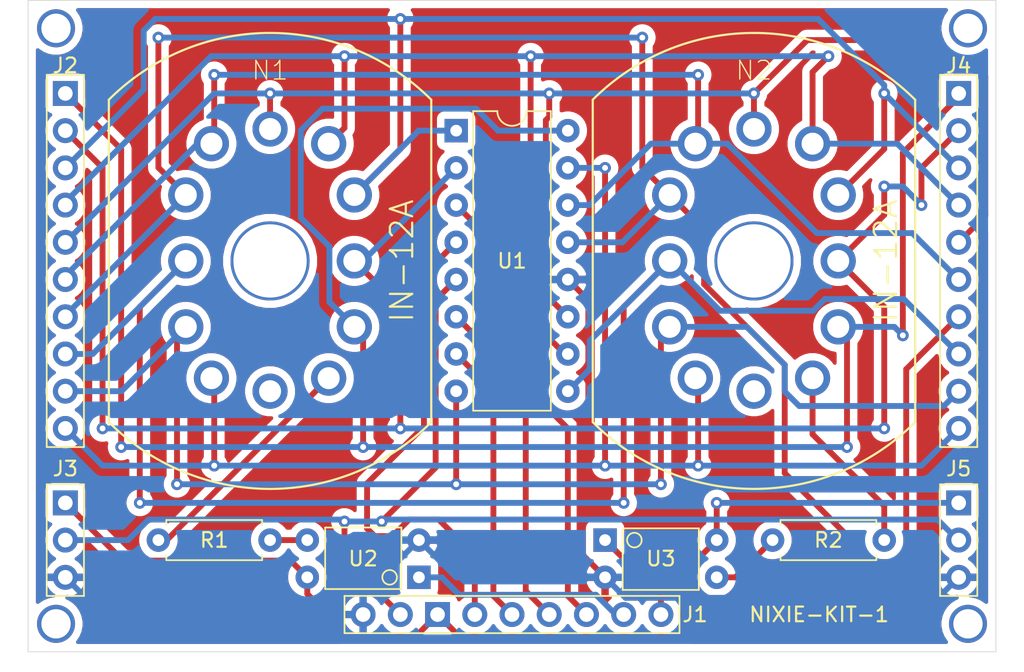
<source format=kicad_pcb>
(kicad_pcb (version 20171130) (host pcbnew "(5.1.6)-1")

  (general
    (thickness 1.6)
    (drawings 5)
    (tracks 274)
    (zones 0)
    (modules 18)
    (nets 24)
  )

  (page A4)
  (layers
    (0 F.Cu signal)
    (31 B.Cu signal)
    (32 B.Adhes user)
    (33 F.Adhes user)
    (34 B.Paste user)
    (35 F.Paste user)
    (36 B.SilkS user)
    (37 F.SilkS user)
    (38 B.Mask user)
    (39 F.Mask user)
    (40 Dwgs.User user)
    (41 Cmts.User user)
    (42 Eco1.User user)
    (43 Eco2.User user)
    (44 Edge.Cuts user)
    (45 Margin user)
    (46 B.CrtYd user)
    (47 F.CrtYd user)
    (48 B.Fab user)
    (49 F.Fab user)
  )

  (setup
    (last_trace_width 0.4)
    (trace_clearance 0.5)
    (zone_clearance 0.508)
    (zone_45_only no)
    (trace_min 0.2)
    (via_size 0.8)
    (via_drill 0.4)
    (via_min_size 0.4)
    (via_min_drill 0.3)
    (uvia_size 0.3)
    (uvia_drill 0.1)
    (uvias_allowed no)
    (uvia_min_size 0.2)
    (uvia_min_drill 0.1)
    (edge_width 0.05)
    (segment_width 0.2)
    (pcb_text_width 0.3)
    (pcb_text_size 1.5 1.5)
    (mod_edge_width 0.12)
    (mod_text_size 1 1)
    (mod_text_width 0.15)
    (pad_size 2.6 2.6)
    (pad_drill 2)
    (pad_to_mask_clearance 0.05)
    (aux_axis_origin 0 0)
    (visible_elements 7FFFFFFF)
    (pcbplotparams
      (layerselection 0x010fc_ffffffff)
      (usegerberextensions false)
      (usegerberattributes true)
      (usegerberadvancedattributes true)
      (creategerberjobfile true)
      (excludeedgelayer true)
      (linewidth 0.150000)
      (plotframeref false)
      (viasonmask false)
      (mode 1)
      (useauxorigin false)
      (hpglpennumber 1)
      (hpglpenspeed 20)
      (hpglpendiameter 15.000000)
      (psnegative false)
      (psa4output false)
      (plotreference true)
      (plotvalue true)
      (plotinvisibletext false)
      (padsonsilk false)
      (subtractmaskfromsilk false)
      (outputformat 1)
      (mirror false)
      (drillshape 0)
      (scaleselection 1)
      (outputdirectory "nixie-kit-1/"))
  )

  (net 0 "")
  (net 1 "Net-(J1-Pad1)")
  (net 2 "Net-(J1-Pad2)")
  (net 3 "Net-(J1-Pad3)")
  (net 4 "Net-(J1-Pad4)")
  (net 5 "Net-(J2-Pad1)")
  (net 6 VCC)
  (net 7 GND)
  (net 8 "Net-(J3-Pad1)")
  (net 9 "Net-(J3-Pad2)")
  (net 10 "Net-(J3-Pad3)")
  (net 11 "Net-(J3-Pad4)")
  (net 12 "Net-(J3-Pad5)")
  (net 13 "Net-(J3-Pad6)")
  (net 14 "Net-(J3-Pad7)")
  (net 15 "Net-(J3-Pad8)")
  (net 16 "Net-(J3-Pad9)")
  (net 17 "Net-(J3-Pad10)")
  (net 18 "Net-(J4-Pad1)")
  (net 19 "Net-(J4-Pad2)")
  (net 20 "Net-(N1-PadA)")
  (net 21 "Net-(N2-PadA)")
  (net 22 "Net-(R1-Pad1)")
  (net 23 "Net-(R2-Pad1)")

  (net_class Default "これはデフォルトのネット クラスです。"
    (clearance 0.5)
    (trace_width 0.4)
    (via_dia 0.8)
    (via_drill 0.4)
    (uvia_dia 0.3)
    (uvia_drill 0.1)
    (add_net GND)
    (add_net "Net-(J1-Pad1)")
    (add_net "Net-(J1-Pad2)")
    (add_net "Net-(J1-Pad3)")
    (add_net "Net-(J1-Pad4)")
    (add_net "Net-(J2-Pad1)")
    (add_net "Net-(J3-Pad1)")
    (add_net "Net-(J3-Pad10)")
    (add_net "Net-(J3-Pad2)")
    (add_net "Net-(J3-Pad3)")
    (add_net "Net-(J3-Pad4)")
    (add_net "Net-(J3-Pad5)")
    (add_net "Net-(J3-Pad6)")
    (add_net "Net-(J3-Pad7)")
    (add_net "Net-(J3-Pad8)")
    (add_net "Net-(J3-Pad9)")
    (add_net "Net-(J4-Pad1)")
    (add_net "Net-(J4-Pad2)")
    (add_net "Net-(N1-PadA)")
    (add_net "Net-(N2-PadA)")
    (add_net "Net-(R1-Pad1)")
    (add_net "Net-(R2-Pad1)")
    (add_net VCC)
  )

  (module TestPoint:TestPoint_Plated_Hole_D2.0mm (layer F.Cu) (tedit 5F6C1AD1) (tstamp 5F6C9BDC)
    (at 83.185 71.755)
    (descr "Plated Hole as test Point, diameter 2.0mm")
    (tags "test point plated hole")
    (attr virtual)
    (fp_text reference REF** (at 0 -2.498) (layer F.SilkS) hide
      (effects (font (size 1 1) (thickness 0.15)))
    )
    (fp_text value TestPoint_Plated_Hole_D2.0mm (at 0 2.45) (layer F.Fab) hide
      (effects (font (size 1 1) (thickness 0.15)))
    )
    (fp_circle (center 0 0) (end 1.8 0) (layer F.CrtYd) (width 0.05))
    (fp_text user %R (at 0 -2.5) (layer F.Fab) hide
      (effects (font (size 1 1) (thickness 0.15)))
    )
    (pad 1 thru_hole circle (at 0 0) (size 2.6 2.6) (drill 2) (layers *.Cu *.Mask))
  )

  (module TestPoint:TestPoint_Plated_Hole_D2.0mm (layer F.Cu) (tedit 5F6C1ADB) (tstamp 5F6C9BD0)
    (at 145.415 71.755)
    (descr "Plated Hole as test Point, diameter 2.0mm")
    (tags "test point plated hole")
    (attr virtual)
    (fp_text reference REF** (at 0 -2.498) (layer F.SilkS) hide
      (effects (font (size 1 1) (thickness 0.15)))
    )
    (fp_text value TestPoint_Plated_Hole_D2.0mm (at 0 2.45) (layer F.Fab) hide
      (effects (font (size 1 1) (thickness 0.15)))
    )
    (fp_circle (center 0 0) (end 1.8 0) (layer F.CrtYd) (width 0.05))
    (fp_text user %R (at 0 -2.5) (layer F.Fab) hide
      (effects (font (size 1 1) (thickness 0.15)))
    )
    (pad 1 thru_hole circle (at 0 0) (size 2.6 2.6) (drill 2) (layers *.Cu *.Mask))
  )

  (module TestPoint:TestPoint_Plated_Hole_D2.0mm (layer F.Cu) (tedit 5F6C1AB2) (tstamp 5F6C9BC0)
    (at 145.415 31.115)
    (descr "Plated Hole as test Point, diameter 2.0mm")
    (tags "test point plated hole")
    (attr virtual)
    (fp_text reference REF** (at 0 -2.498) (layer F.SilkS) hide
      (effects (font (size 1 1) (thickness 0.15)))
    )
    (fp_text value TestPoint_Plated_Hole_D2.0mm (at 0 2.45) (layer F.Fab) hide
      (effects (font (size 1 1) (thickness 0.15)))
    )
    (fp_circle (center 0 0) (end 1.8 0) (layer F.CrtYd) (width 0.05))
    (fp_text user %R (at 0 -2.5) (layer F.Fab) hide
      (effects (font (size 1 1) (thickness 0.15)))
    )
    (pad 1 thru_hole circle (at 0 0) (size 2.6 2.6) (drill 2) (layers *.Cu *.Mask))
  )

  (module TestPoint:TestPoint_Plated_Hole_D2.0mm (layer F.Cu) (tedit 5F6C1AC4) (tstamp 5F6C99B7)
    (at 83.185 31.115)
    (descr "Plated Hole as test Point, diameter 2.0mm")
    (tags "test point plated hole")
    (attr virtual)
    (fp_text reference REF** (at 0 -2.498) (layer F.SilkS) hide
      (effects (font (size 1 1) (thickness 0.15)))
    )
    (fp_text value TestPoint_Plated_Hole_D2.0mm (at 0 2.45) (layer F.Fab) hide
      (effects (font (size 1 1) (thickness 0.15)))
    )
    (fp_circle (center 0 0) (end 1.8 0) (layer F.CrtYd) (width 0.05))
    (fp_text user %R (at 0 -2.5) (layer F.Fab) hide
      (effects (font (size 1 1) (thickness 0.15)))
    )
    (pad 1 thru_hole circle (at 0 0) (size 2.6 2.6) (drill 2) (layers *.Cu *.Mask))
  )

  (module Connector_PinHeader_2.54mm:PinHeader_1x02_P2.54mm_Vertical (layer F.Cu) (tedit 5F6C0E5A) (tstamp 5F6BE1AB)
    (at 124.46 71.12 270)
    (descr "Through hole straight pin header, 1x02, 2.54mm pitch, single row")
    (tags "Through hole pin header THT 1x02 2.54mm single row")
    (path /5F7264C8)
    (fp_text reference J1 (at 0 -2.33 180) (layer F.SilkS)
      (effects (font (size 1 1) (thickness 0.15)))
    )
    (fp_text value nixie_on (at 0 4.87 270) (layer F.Fab)
      (effects (font (size 1 1) (thickness 0.15)))
    )
    (fp_line (start 1.27 -1.27) (end 1.27 3.81) (layer F.SilkS) (width 0.12))
    (fp_line (start -1.27 -1.27) (end 1.27 -1.27) (layer F.SilkS) (width 0.12))
    (fp_line (start -1.27 3.81) (end -1.27 -1.27) (layer F.SilkS) (width 0.12))
    (fp_line (start -0.635 -1.27) (end 1.27 -1.27) (layer F.Fab) (width 0.1))
    (fp_line (start 1.27 -1.27) (end 1.27 3.81) (layer F.Fab) (width 0.1))
    (fp_line (start 1.27 3.81) (end -1.27 3.81) (layer F.Fab) (width 0.1))
    (fp_line (start -1.27 3.81) (end -1.27 -0.635) (layer F.Fab) (width 0.1))
    (fp_line (start -1.27 -0.635) (end -0.635 -1.27) (layer F.Fab) (width 0.1))
    (fp_line (start -1.8 -1.8) (end -1.8 4.35) (layer F.CrtYd) (width 0.05))
    (fp_line (start -1.8 4.35) (end 1.8 4.35) (layer F.CrtYd) (width 0.05))
    (fp_line (start 1.8 4.35) (end 1.8 -1.8) (layer F.CrtYd) (width 0.05))
    (fp_line (start 1.8 -1.8) (end -1.8 -1.8) (layer F.CrtYd) (width 0.05))
    (fp_text user %R (at 0 1.27) (layer F.Fab)
      (effects (font (size 1 1) (thickness 0.15)))
    )
    (pad 1 thru_hole circle (at 0 0 270) (size 1.7 1.7) (drill 1) (layers *.Cu *.Mask)
      (net 18 "Net-(J4-Pad1)"))
    (pad 2 thru_hole oval (at 0 2.54 270) (size 1.7 1.7) (drill 1) (layers *.Cu *.Mask)
      (net 19 "Net-(J4-Pad2)"))
    (model ${KISYS3DMOD}/Connector_PinHeader_2.54mm.3dshapes/PinHeader_1x02_P2.54mm_Vertical.wrl
      (at (xyz 0 0 0))
      (scale (xyz 1 1 1))
      (rotate (xyz 0 0 0))
    )
  )

  (module Connector_PinHeader_2.54mm:PinHeader_1x04_P2.54mm_Vertical (layer F.Cu) (tedit 5F6C0E23) (tstamp 5F6BE160)
    (at 119.38 71.12 270)
    (descr "Through hole straight pin header, 1x04, 2.54mm pitch, single row")
    (tags "Through hole pin header THT 1x04 2.54mm single row")
    (path /5F72FFB0)
    (fp_text reference J1 (at 0 -2.33 270) (layer F.SilkS) hide
      (effects (font (size 1 1) (thickness 0.15)))
    )
    (fp_text value driver_con (at 0 9.95 270) (layer F.Fab)
      (effects (font (size 1 1) (thickness 0.15)))
    )
    (fp_line (start 1.27 8.89) (end 1.27 -1.27) (layer F.SilkS) (width 0.12))
    (fp_line (start -1.27 -1.27) (end -1.27 8.89) (layer F.SilkS) (width 0.12))
    (fp_line (start -0.635 -1.27) (end 1.27 -1.27) (layer F.Fab) (width 0.1))
    (fp_line (start 1.27 -1.27) (end 1.27 8.89) (layer F.Fab) (width 0.1))
    (fp_line (start 1.27 8.89) (end -1.27 8.89) (layer F.Fab) (width 0.1))
    (fp_line (start -1.27 8.89) (end -1.27 -0.635) (layer F.Fab) (width 0.1))
    (fp_line (start -1.27 -0.635) (end -0.635 -1.27) (layer F.Fab) (width 0.1))
    (fp_line (start -1.8 -1.8) (end -1.8 9.4) (layer F.CrtYd) (width 0.05))
    (fp_line (start -1.8 9.4) (end 1.8 9.4) (layer F.CrtYd) (width 0.05))
    (fp_line (start 1.8 9.4) (end 1.8 -1.8) (layer F.CrtYd) (width 0.05))
    (fp_line (start 1.8 -1.8) (end -1.8 -1.8) (layer F.CrtYd) (width 0.05))
    (fp_text user %R (at 0 3.81) (layer F.Fab)
      (effects (font (size 1 1) (thickness 0.15)))
    )
    (pad 1 thru_hole circle (at 0 0 270) (size 1.7 1.7) (drill 1) (layers *.Cu *.Mask)
      (net 1 "Net-(J1-Pad1)"))
    (pad 2 thru_hole oval (at 0 2.54 270) (size 1.7 1.7) (drill 1) (layers *.Cu *.Mask)
      (net 2 "Net-(J1-Pad2)"))
    (pad 3 thru_hole oval (at 0 5.08 270) (size 1.7 1.7) (drill 1) (layers *.Cu *.Mask)
      (net 3 "Net-(J1-Pad3)"))
    (pad 4 thru_hole oval (at 0 7.62 270) (size 1.7 1.7) (drill 1) (layers *.Cu *.Mask)
      (net 4 "Net-(J1-Pad4)"))
    (model ${KISYS3DMOD}/Connector_PinHeader_2.54mm.3dshapes/PinHeader_1x04_P2.54mm_Vertical.wrl
      (at (xyz 0 0 0))
      (scale (xyz 1 1 1))
      (rotate (xyz 0 0 0))
    )
  )

  (module Connector_PinHeader_2.54mm:PinHeader_1x03_P2.54mm_Vertical (layer F.Cu) (tedit 5F6C0DE4) (tstamp 5F6C00CC)
    (at 109.22 71.12 270)
    (descr "Through hole straight pin header, 1x03, 2.54mm pitch, single row")
    (tags "Through hole pin header THT 1x03 2.54mm single row")
    (path /5F6E1A73)
    (fp_text reference J2 (at 0 -2.33 270) (layer F.SilkS) hide
      (effects (font (size 1 1) (thickness 0.15)))
    )
    (fp_text value dc_1 (at 0 7.41 270) (layer F.Fab)
      (effects (font (size 1 1) (thickness 0.15)))
    )
    (fp_line (start 1.27 6.35) (end 1.27 -1.27) (layer F.SilkS) (width 0.12))
    (fp_line (start -1.27 6.35) (end 1.27 6.35) (layer F.SilkS) (width 0.12))
    (fp_line (start -1.27 -1.27) (end -1.27 6.35) (layer F.SilkS) (width 0.12))
    (fp_line (start 1.8 -1.8) (end -1.8 -1.8) (layer F.CrtYd) (width 0.05))
    (fp_line (start 1.8 6.85) (end 1.8 -1.8) (layer F.CrtYd) (width 0.05))
    (fp_line (start -1.8 6.85) (end 1.8 6.85) (layer F.CrtYd) (width 0.05))
    (fp_line (start -1.8 -1.8) (end -1.8 6.85) (layer F.CrtYd) (width 0.05))
    (fp_line (start -1.27 -0.635) (end -0.635 -1.27) (layer F.Fab) (width 0.1))
    (fp_line (start -1.27 6.35) (end -1.27 -0.635) (layer F.Fab) (width 0.1))
    (fp_line (start 1.27 6.35) (end -1.27 6.35) (layer F.Fab) (width 0.1))
    (fp_line (start 1.27 -1.27) (end 1.27 6.35) (layer F.Fab) (width 0.1))
    (fp_line (start -0.635 -1.27) (end 1.27 -1.27) (layer F.Fab) (width 0.1))
    (fp_text user %R (at 0 2.54) (layer F.Fab)
      (effects (font (size 1 1) (thickness 0.15)))
    )
    (pad 3 thru_hole oval (at 0 5.08 270) (size 1.7 1.7) (drill 1) (layers *.Cu *.Mask)
      (net 7 GND))
    (pad 2 thru_hole oval (at 0 2.54 270) (size 1.7 1.7) (drill 1) (layers *.Cu *.Mask)
      (net 6 VCC))
    (pad 1 thru_hole rect (at 0 0 270) (size 1.7 1.7) (drill 1) (layers *.Cu *.Mask)
      (net 5 "Net-(J2-Pad1)"))
    (model ${KISYS3DMOD}/Connector_PinHeader_2.54mm.3dshapes/PinHeader_1x03_P2.54mm_Vertical.wrl
      (at (xyz 0 0 0))
      (scale (xyz 1 1 1))
      (rotate (xyz 0 0 0))
    )
  )

  (module Package_DIP:DIP-4_W7.62mm (layer F.Cu) (tedit 5F6C0D07) (tstamp 5F6BE276)
    (at 107.95 68.58 180)
    (descr "4-lead though-hole mounted DIP package, row spacing 7.62 mm (300 mils)")
    (tags "THT DIP DIL PDIP 2.54mm 7.62mm 300mil")
    (path /5F6EAA21)
    (fp_text reference U2 (at 3.81 1.27) (layer F.SilkS)
      (effects (font (size 1 1) (thickness 0.15)))
    )
    (fp_text value TLP627 (at 3.81 4.87) (layer F.Fab)
      (effects (font (size 1 1) (thickness 0.15)))
    )
    (fp_line (start 1.2 3.4) (end 1.2 -0.8) (layer F.SilkS) (width 0.12))
    (fp_line (start 6.4 3.4) (end 1.2 3.4) (layer F.SilkS) (width 0.12))
    (fp_line (start 6.4 -0.8) (end 6.4 3.4) (layer F.SilkS) (width 0.12))
    (fp_line (start 1.2 -0.8) (end 6.4 -0.8) (layer F.SilkS) (width 0.12))
    (fp_circle (center 2 0) (end 2.5 0) (layer F.SilkS) (width 0.12))
    (fp_line (start 1.635 -1.27) (end 6.985 -1.27) (layer F.Fab) (width 0.1))
    (fp_line (start 6.985 -1.27) (end 6.985 3.81) (layer F.Fab) (width 0.1))
    (fp_line (start 6.985 3.81) (end 0.635 3.81) (layer F.Fab) (width 0.1))
    (fp_line (start 0.635 3.81) (end 0.635 -0.27) (layer F.Fab) (width 0.1))
    (fp_line (start 0.635 -0.27) (end 1.635 -1.27) (layer F.Fab) (width 0.1))
    (fp_line (start -1.1 -1.55) (end -1.1 4.1) (layer F.CrtYd) (width 0.05))
    (fp_line (start -1.1 4.1) (end 8.7 4.1) (layer F.CrtYd) (width 0.05))
    (fp_line (start 8.7 4.1) (end 8.7 -1.55) (layer F.CrtYd) (width 0.05))
    (fp_line (start 8.7 -1.55) (end -1.1 -1.55) (layer F.CrtYd) (width 0.05))
    (fp_text user %R (at 3.81 1.27) (layer F.Fab)
      (effects (font (size 1 1) (thickness 0.15)))
    )
    (pad 1 thru_hole rect (at 0 0 180) (size 1.6 1.6) (drill 0.8) (layers *.Cu *.Mask)
      (net 19 "Net-(J4-Pad2)"))
    (pad 3 thru_hole oval (at 7.62 2.54 180) (size 1.6 1.6) (drill 0.8) (layers *.Cu *.Mask)
      (net 22 "Net-(R1-Pad1)"))
    (pad 2 thru_hole oval (at 0 2.54 180) (size 1.6 1.6) (drill 0.8) (layers *.Cu *.Mask)
      (net 7 GND))
    (pad 4 thru_hole oval (at 7.62 0 180) (size 1.6 1.6) (drill 0.8) (layers *.Cu *.Mask)
      (net 5 "Net-(J2-Pad1)"))
    (model ${KISYS3DMOD}/Package_DIP.3dshapes/DIP-4_W7.62mm.wrl
      (at (xyz 0 0 0))
      (scale (xyz 1 1 1))
      (rotate (xyz 0 0 0))
    )
  )

  (module Package_DIP:DIP-4_W7.62mm (layer F.Cu) (tedit 5F6C0C6D) (tstamp 5F6BE28E)
    (at 120.65 66.04)
    (descr "4-lead though-hole mounted DIP package, row spacing 7.62 mm (300 mils)")
    (tags "THT DIP DIL PDIP 2.54mm 7.62mm 300mil")
    (path /5F6F1D2C)
    (fp_text reference U3 (at 3.81 1.27) (layer F.SilkS)
      (effects (font (size 1 1) (thickness 0.15)))
    )
    (fp_text value TLP627 (at 3.81 4.87) (layer F.Fab)
      (effects (font (size 1 1) (thickness 0.15)))
    )
    (fp_line (start 6.4 -0.8) (end 1.2 -0.8) (layer F.SilkS) (width 0.12))
    (fp_line (start 6.4 3.4) (end 6.4 -0.8) (layer F.SilkS) (width 0.12))
    (fp_line (start 1.2 3.4) (end 6.4 3.4) (layer F.SilkS) (width 0.12))
    (fp_line (start 1.2 -0.8) (end 1.2 3.4) (layer F.SilkS) (width 0.12))
    (fp_circle (center 2 0) (end 2.5 0) (layer F.SilkS) (width 0.12))
    (fp_line (start -1.1 -1.55) (end -1.1 4.1) (layer F.CrtYd) (width 0.05))
    (fp_line (start -1.1 4.1) (end 8.7 4.1) (layer F.CrtYd) (width 0.05))
    (fp_line (start 8.7 4.1) (end 8.7 -1.55) (layer F.CrtYd) (width 0.05))
    (fp_line (start 8.7 -1.55) (end -1.1 -1.55) (layer F.CrtYd) (width 0.05))
    (fp_text user %R (at 3.81 1.27) (layer F.Fab)
      (effects (font (size 1 1) (thickness 0.15)))
    )
    (pad 1 thru_hole rect (at 0 0) (size 1.6 1.6) (drill 0.8) (layers *.Cu *.Mask)
      (net 18 "Net-(J4-Pad1)"))
    (pad 3 thru_hole oval (at 7.62 2.54) (size 1.6 1.6) (drill 0.8) (layers *.Cu *.Mask)
      (net 23 "Net-(R2-Pad1)"))
    (pad 2 thru_hole oval (at 0 2.54) (size 1.6 1.6) (drill 0.8) (layers *.Cu *.Mask)
      (net 7 GND))
    (pad 4 thru_hole oval (at 7.62 0) (size 1.6 1.6) (drill 0.8) (layers *.Cu *.Mask)
      (net 5 "Net-(J2-Pad1)"))
    (model ${KISYS3DMOD}/Package_DIP.3dshapes/DIP-4_W7.62mm.wrl
      (at (xyz 0 0 0))
      (scale (xyz 1 1 1))
      (rotate (xyz 0 0 0))
    )
  )

  (module Connector_PinHeader_2.54mm:PinHeader_1x03_P2.54mm_Vertical (layer F.Cu) (tedit 5F6C0A7B) (tstamp 5F6BE1E0)
    (at 144.78 63.5)
    (descr "Through hole straight pin header, 1x03, 2.54mm pitch, single row")
    (tags "Through hole pin header THT 1x03 2.54mm single row")
    (path /5F6E66C4)
    (fp_text reference J5 (at 0 -2.33) (layer F.SilkS)
      (effects (font (size 1 1) (thickness 0.15)))
    )
    (fp_text value dc_2 (at 0 7.41) (layer F.Fab)
      (effects (font (size 1 1) (thickness 0.15)))
    )
    (fp_line (start -1.27 6.35) (end -1.27 -1.27) (layer F.SilkS) (width 0.12))
    (fp_line (start 1.27 6.35) (end -1.27 6.35) (layer F.SilkS) (width 0.12))
    (fp_line (start 1.27 -1.27) (end 1.27 6.35) (layer F.SilkS) (width 0.12))
    (fp_line (start -1.27 -1.27) (end 1.27 -1.27) (layer F.SilkS) (width 0.12))
    (fp_line (start 1.8 -1.8) (end -1.8 -1.8) (layer F.CrtYd) (width 0.05))
    (fp_line (start 1.8 6.85) (end 1.8 -1.8) (layer F.CrtYd) (width 0.05))
    (fp_line (start -1.8 6.85) (end 1.8 6.85) (layer F.CrtYd) (width 0.05))
    (fp_line (start -1.8 -1.8) (end -1.8 6.85) (layer F.CrtYd) (width 0.05))
    (fp_line (start -1.27 -0.635) (end -0.635 -1.27) (layer F.Fab) (width 0.1))
    (fp_line (start -1.27 6.35) (end -1.27 -0.635) (layer F.Fab) (width 0.1))
    (fp_line (start 1.27 6.35) (end -1.27 6.35) (layer F.Fab) (width 0.1))
    (fp_line (start 1.27 -1.27) (end 1.27 6.35) (layer F.Fab) (width 0.1))
    (fp_line (start -0.635 -1.27) (end 1.27 -1.27) (layer F.Fab) (width 0.1))
    (fp_text user %R (at 0 2.54 90) (layer F.Fab)
      (effects (font (size 1 1) (thickness 0.15)))
    )
    (pad 3 thru_hole oval (at 0 5.08) (size 1.7 1.7) (drill 1) (layers *.Cu *.Mask)
      (net 7 GND))
    (pad 2 thru_hole oval (at 0 2.54) (size 1.7 1.7) (drill 1) (layers *.Cu *.Mask)
      (net 6 VCC))
    (pad 1 thru_hole rect (at 0 0) (size 1.7 1.7) (drill 1) (layers *.Cu *.Mask)
      (net 5 "Net-(J2-Pad1)"))
    (model ${KISYS3DMOD}/Connector_PinHeader_2.54mm.3dshapes/PinHeader_1x03_P2.54mm_Vertical.wrl
      (at (xyz 0 0 0))
      (scale (xyz 1 1 1))
      (rotate (xyz 0 0 0))
    )
  )

  (module Connector_PinHeader_2.54mm:PinHeader_1x03_P2.54mm_Vertical (layer F.Cu) (tedit 5F6C0A3A) (tstamp 5F6BE177)
    (at 83.82 63.5)
    (descr "Through hole straight pin header, 1x03, 2.54mm pitch, single row")
    (tags "Through hole pin header THT 1x03 2.54mm single row")
    (path /5F6E1A73)
    (fp_text reference J3 (at 0 -2.33) (layer F.SilkS)
      (effects (font (size 1 1) (thickness 0.15)))
    )
    (fp_text value dc_1 (at 0 7.41) (layer F.Fab)
      (effects (font (size 1 1) (thickness 0.15)))
    )
    (fp_line (start -1.27 6.35) (end -1.27 -1.27) (layer F.SilkS) (width 0.12))
    (fp_line (start 1.27 6.35) (end -1.27 6.35) (layer F.SilkS) (width 0.12))
    (fp_line (start 1.27 -1.27) (end 1.27 6.35) (layer F.SilkS) (width 0.12))
    (fp_line (start -1.27 -1.27) (end 1.27 -1.27) (layer F.SilkS) (width 0.12))
    (fp_line (start -0.635 -1.27) (end 1.27 -1.27) (layer F.Fab) (width 0.1))
    (fp_line (start 1.27 -1.27) (end 1.27 6.35) (layer F.Fab) (width 0.1))
    (fp_line (start 1.27 6.35) (end -1.27 6.35) (layer F.Fab) (width 0.1))
    (fp_line (start -1.27 6.35) (end -1.27 -0.635) (layer F.Fab) (width 0.1))
    (fp_line (start -1.27 -0.635) (end -0.635 -1.27) (layer F.Fab) (width 0.1))
    (fp_line (start -1.8 -1.8) (end -1.8 6.85) (layer F.CrtYd) (width 0.05))
    (fp_line (start -1.8 6.85) (end 1.8 6.85) (layer F.CrtYd) (width 0.05))
    (fp_line (start 1.8 6.85) (end 1.8 -1.8) (layer F.CrtYd) (width 0.05))
    (fp_line (start 1.8 -1.8) (end -1.8 -1.8) (layer F.CrtYd) (width 0.05))
    (fp_text user %R (at 0 2.54 90) (layer F.Fab)
      (effects (font (size 1 1) (thickness 0.15)))
    )
    (pad 1 thru_hole rect (at 0 0) (size 1.7 1.7) (drill 1) (layers *.Cu *.Mask)
      (net 5 "Net-(J2-Pad1)"))
    (pad 2 thru_hole oval (at 0 2.54) (size 1.7 1.7) (drill 1) (layers *.Cu *.Mask)
      (net 6 VCC))
    (pad 3 thru_hole oval (at 0 5.08) (size 1.7 1.7) (drill 1) (layers *.Cu *.Mask)
      (net 7 GND))
    (model ${KISYS3DMOD}/Connector_PinHeader_2.54mm.3dshapes/PinHeader_1x03_P2.54mm_Vertical.wrl
      (at (xyz 0 0 0))
      (scale (xyz 1 1 1))
      (rotate (xyz 0 0 0))
    )
  )

  (module Connector_PinHeader_2.54mm:PinHeader_1x10_P2.54mm_Vertical (layer F.Cu) (tedit 5F6C0A04) (tstamp 5F6BE1C9)
    (at 144.78 35.56)
    (descr "Through hole straight pin header, 1x10, 2.54mm pitch, single row")
    (tags "Through hole pin header THT 1x10 2.54mm single row")
    (path /5F6CA091)
    (fp_text reference J4 (at 0 -1.905) (layer F.SilkS)
      (effects (font (size 1 1) (thickness 0.15)))
    )
    (fp_text value nixie_con_2 (at 0 25.19) (layer F.Fab)
      (effects (font (size 1 1) (thickness 0.15)))
    )
    (fp_line (start -1.27 24.13) (end -1.27 -1.27) (layer F.SilkS) (width 0.12))
    (fp_line (start 1.27 24.13) (end -1.27 24.13) (layer F.SilkS) (width 0.12))
    (fp_line (start 1.27 -1.27) (end 1.27 24.13) (layer F.SilkS) (width 0.12))
    (fp_line (start -1.27 -1.27) (end 1.27 -1.27) (layer F.SilkS) (width 0.12))
    (fp_line (start 1.8 -1.8) (end -1.8 -1.8) (layer F.CrtYd) (width 0.05))
    (fp_line (start 1.8 24.65) (end 1.8 -1.8) (layer F.CrtYd) (width 0.05))
    (fp_line (start -1.8 24.65) (end 1.8 24.65) (layer F.CrtYd) (width 0.05))
    (fp_line (start -1.8 -1.8) (end -1.8 24.65) (layer F.CrtYd) (width 0.05))
    (fp_line (start -1.27 -0.635) (end -0.635 -1.27) (layer F.Fab) (width 0.1))
    (fp_line (start -1.27 24.13) (end -1.27 -0.635) (layer F.Fab) (width 0.1))
    (fp_line (start 1.27 24.13) (end -1.27 24.13) (layer F.Fab) (width 0.1))
    (fp_line (start 1.27 -1.27) (end 1.27 24.13) (layer F.Fab) (width 0.1))
    (fp_line (start -0.635 -1.27) (end 1.27 -1.27) (layer F.Fab) (width 0.1))
    (fp_text user %R (at 0 11.43 90) (layer F.Fab)
      (effects (font (size 1 1) (thickness 0.15)))
    )
    (pad 10 thru_hole oval (at 0 22.86) (size 1.7 1.7) (drill 1) (layers *.Cu *.Mask)
      (net 17 "Net-(J3-Pad10)"))
    (pad 9 thru_hole oval (at 0 20.32) (size 1.7 1.7) (drill 1) (layers *.Cu *.Mask)
      (net 16 "Net-(J3-Pad9)"))
    (pad 8 thru_hole oval (at 0 17.78) (size 1.7 1.7) (drill 1) (layers *.Cu *.Mask)
      (net 15 "Net-(J3-Pad8)"))
    (pad 7 thru_hole oval (at 0 15.24) (size 1.7 1.7) (drill 1) (layers *.Cu *.Mask)
      (net 14 "Net-(J3-Pad7)"))
    (pad 6 thru_hole oval (at 0 12.7) (size 1.7 1.7) (drill 1) (layers *.Cu *.Mask)
      (net 13 "Net-(J3-Pad6)"))
    (pad 5 thru_hole oval (at 0 10.16) (size 1.7 1.7) (drill 1) (layers *.Cu *.Mask)
      (net 12 "Net-(J3-Pad5)"))
    (pad 4 thru_hole oval (at 0 7.62) (size 1.7 1.7) (drill 1) (layers *.Cu *.Mask)
      (net 11 "Net-(J3-Pad4)"))
    (pad 3 thru_hole oval (at 0 5.08) (size 1.7 1.7) (drill 1) (layers *.Cu *.Mask)
      (net 10 "Net-(J3-Pad3)"))
    (pad 2 thru_hole oval (at 0 2.54) (size 1.7 1.7) (drill 1) (layers *.Cu *.Mask)
      (net 9 "Net-(J3-Pad2)"))
    (pad 1 thru_hole rect (at 0 0) (size 1.7 1.7) (drill 1) (layers *.Cu *.Mask)
      (net 8 "Net-(J3-Pad1)"))
    (model ${KISYS3DMOD}/Connector_PinHeader_2.54mm.3dshapes/PinHeader_1x10_P2.54mm_Vertical.wrl
      (at (xyz 0 0 0))
      (scale (xyz 1 1 1))
      (rotate (xyz 0 0 0))
    )
  )

  (module Connector_PinHeader_2.54mm:PinHeader_1x10_P2.54mm_Vertical (layer F.Cu) (tedit 5F6C09BA) (tstamp 5F6BE195)
    (at 83.82 35.56)
    (descr "Through hole straight pin header, 1x10, 2.54mm pitch, single row")
    (tags "Through hole pin header THT 1x10 2.54mm single row")
    (path /5F6BD657)
    (fp_text reference J2 (at 0 -1.905) (layer F.SilkS)
      (effects (font (size 1 1) (thickness 0.15)))
    )
    (fp_text value nixie_con_1 (at 0 25.19) (layer F.Fab)
      (effects (font (size 1 1) (thickness 0.15)))
    )
    (fp_line (start -1.27 24.13) (end -1.27 -1.27) (layer F.SilkS) (width 0.12))
    (fp_line (start 1.27 24.13) (end -1.27 24.13) (layer F.SilkS) (width 0.12))
    (fp_line (start 1.27 -1.27) (end 1.27 24.13) (layer F.SilkS) (width 0.12))
    (fp_line (start -1.27 -1.27) (end 1.27 -1.27) (layer F.SilkS) (width 0.12))
    (fp_line (start -0.635 -1.27) (end 1.27 -1.27) (layer F.Fab) (width 0.1))
    (fp_line (start 1.27 -1.27) (end 1.27 24.13) (layer F.Fab) (width 0.1))
    (fp_line (start 1.27 24.13) (end -1.27 24.13) (layer F.Fab) (width 0.1))
    (fp_line (start -1.27 24.13) (end -1.27 -0.635) (layer F.Fab) (width 0.1))
    (fp_line (start -1.27 -0.635) (end -0.635 -1.27) (layer F.Fab) (width 0.1))
    (fp_line (start -1.8 -1.8) (end -1.8 24.65) (layer F.CrtYd) (width 0.05))
    (fp_line (start -1.8 24.65) (end 1.8 24.65) (layer F.CrtYd) (width 0.05))
    (fp_line (start 1.8 24.65) (end 1.8 -1.8) (layer F.CrtYd) (width 0.05))
    (fp_line (start 1.8 -1.8) (end -1.8 -1.8) (layer F.CrtYd) (width 0.05))
    (fp_text user %R (at 0 11.43 90) (layer F.Fab)
      (effects (font (size 1 1) (thickness 0.15)))
    )
    (pad 1 thru_hole rect (at 0 0) (size 1.7 1.7) (drill 1) (layers *.Cu *.Mask)
      (net 8 "Net-(J3-Pad1)"))
    (pad 2 thru_hole oval (at 0 2.54) (size 1.7 1.7) (drill 1) (layers *.Cu *.Mask)
      (net 9 "Net-(J3-Pad2)"))
    (pad 3 thru_hole oval (at 0 5.08) (size 1.7 1.7) (drill 1) (layers *.Cu *.Mask)
      (net 10 "Net-(J3-Pad3)"))
    (pad 4 thru_hole oval (at 0 7.62) (size 1.7 1.7) (drill 1) (layers *.Cu *.Mask)
      (net 11 "Net-(J3-Pad4)"))
    (pad 5 thru_hole oval (at 0 10.16) (size 1.7 1.7) (drill 1) (layers *.Cu *.Mask)
      (net 12 "Net-(J3-Pad5)"))
    (pad 6 thru_hole oval (at 0 12.7) (size 1.7 1.7) (drill 1) (layers *.Cu *.Mask)
      (net 13 "Net-(J3-Pad6)"))
    (pad 7 thru_hole oval (at 0 15.24) (size 1.7 1.7) (drill 1) (layers *.Cu *.Mask)
      (net 14 "Net-(J3-Pad7)"))
    (pad 8 thru_hole oval (at 0 17.78) (size 1.7 1.7) (drill 1) (layers *.Cu *.Mask)
      (net 15 "Net-(J3-Pad8)"))
    (pad 9 thru_hole oval (at 0 20.32) (size 1.7 1.7) (drill 1) (layers *.Cu *.Mask)
      (net 16 "Net-(J3-Pad9)"))
    (pad 10 thru_hole oval (at 0 22.86) (size 1.7 1.7) (drill 1) (layers *.Cu *.Mask)
      (net 17 "Net-(J3-Pad10)"))
    (model ${KISYS3DMOD}/Connector_PinHeader_2.54mm.3dshapes/PinHeader_1x10_P2.54mm_Vertical.wrl
      (at (xyz 0 0 0))
      (scale (xyz 1 1 1))
      (rotate (xyz 0 0 0))
    )
  )

  (module nixiesp12-master:russian-nixies-IN-12 (layer F.Cu) (tedit 5F6C15AF) (tstamp 5F6BE1F6)
    (at 97.79 46.99)
    (descr "MAY BE USED WITH SOCKET: SK-136")
    (tags "MAY BE USED WITH SOCKET: SK-136")
    (path /5F6BCECE)
    (attr virtual)
    (fp_text reference N1 (at 0 -13 180) (layer F.SilkS)
      (effects (font (size 1.27 1.27) (thickness 0.0889)))
    )
    (fp_text value IN-12A (at 9 0 90) (layer F.SilkS)
      (effects (font (size 1.524 1.524) (thickness 0.15)))
    )
    (fp_line (start -11 11) (end -11 -11) (layer F.SilkS) (width 0.15))
    (fp_line (start 11 -11) (end 11 11) (layer F.SilkS) (width 0.15))
    (fp_arc (start 0 0) (end 11 11) (angle 90) (layer F.SilkS) (width 0.15))
    (fp_arc (start 0 0) (end -11 -11) (angle 90) (layer F.SilkS) (width 0.15))
    (pad 0 thru_hole circle (at 5.75 4.5) (size 2.4 2.4) (drill 1.5) (layers *.Cu *.Mask)
      (net 8 "Net-(J3-Pad1)"))
    (pad 1 thru_hole circle (at -4 8) (size 2.4 2.4) (drill 1.5) (layers *.Cu *.Mask)
      (net 17 "Net-(J3-Pad10)"))
    (pad 2 thru_hole circle (at -5.75 4.5) (size 2.4 2.4) (drill 1.5) (layers *.Cu *.Mask)
      (net 16 "Net-(J3-Pad9)"))
    (pad 3 thru_hole circle (at -5.75 0) (size 2.4 2.4) (drill 1.5) (layers *.Cu *.Mask)
      (net 15 "Net-(J3-Pad8)"))
    (pad 4 thru_hole circle (at -5.75 -4.5) (size 2.4 2.4) (drill 1.5) (layers *.Cu *.Mask)
      (net 14 "Net-(J3-Pad7)"))
    (pad 5 thru_hole circle (at -4 -8) (size 2.4 2.4) (drill 1.5) (layers *.Cu *.Mask)
      (net 13 "Net-(J3-Pad6)"))
    (pad 6 thru_hole circle (at 0 -9) (size 2.4 2.4) (drill 1.5) (layers *.Cu *.Mask)
      (net 12 "Net-(J3-Pad5)"))
    (pad 7 thru_hole circle (at 4 -8) (size 2.4 2.4) (drill 1.5) (layers *.Cu *.Mask)
      (net 11 "Net-(J3-Pad4)"))
    (pad 8 thru_hole circle (at 5.75 -4.5) (size 2.4 2.4) (drill 1.5) (layers *.Cu *.Mask)
      (net 10 "Net-(J3-Pad3)"))
    (pad 9 thru_hole circle (at 5.75 0) (size 2.4 2.4) (drill 1.5) (layers *.Cu *.Mask)
      (net 9 "Net-(J3-Pad2)"))
    (pad A thru_hole circle (at 4 8) (size 2.4 2.4) (drill 1.5) (layers *.Cu *.Mask)
      (net 20 "Net-(N1-PadA)"))
    (pad B thru_hole circle (at 0 8.89) (size 2.4 2.4) (drill 1.5) (layers *.Cu *.Mask))
    (pad B thru_hole circle (at 0 0) (size 5.4 5.4) (drill 5) (layers *.Cu *.Mask))
    (model ./IN-12B.wrl
      (offset (xyz 3.809999942779541 -7.619999885559082 7.619999885559082))
      (scale (xyz 1 1 1))
      (rotate (xyz 0 0 0))
    )
  )

  (module nixiesp12-master:russian-nixies-IN-12 (layer F.Cu) (tedit 5F6C16A6) (tstamp 5F6BE20C)
    (at 130.81 46.99)
    (descr "MAY BE USED WITH SOCKET: SK-136")
    (tags "MAY BE USED WITH SOCKET: SK-136")
    (path /5F6C795C)
    (attr virtual)
    (fp_text reference N2 (at 0 -13 180) (layer F.SilkS)
      (effects (font (size 1.27 1.27) (thickness 0.0889)))
    )
    (fp_text value IN-12A (at 9 0 90) (layer F.SilkS)
      (effects (font (size 1.524 1.524) (thickness 0.15)))
    )
    (fp_line (start -11 11) (end -11 -11) (layer F.SilkS) (width 0.15))
    (fp_line (start 11 -11) (end 11 11) (layer F.SilkS) (width 0.15))
    (fp_arc (start 0 0) (end 11 11) (angle 90) (layer F.SilkS) (width 0.15))
    (fp_arc (start 0 0) (end -11 -11) (angle 90) (layer F.SilkS) (width 0.15))
    (pad C thru_hole circle (at 0 0) (size 5.4 5.4) (drill 5) (layers *.Cu *.Mask))
    (pad B thru_hole circle (at 0 8.89) (size 2.4 2.4) (drill 1.5) (layers *.Cu *.Mask))
    (pad 0 thru_hole circle (at 5.75 4.5) (size 2.4 2.4) (drill 1.5) (layers *.Cu *.Mask)
      (net 8 "Net-(J3-Pad1)"))
    (pad 1 thru_hole circle (at -4 8) (size 2.4 2.4) (drill 1.5) (layers *.Cu *.Mask)
      (net 17 "Net-(J3-Pad10)"))
    (pad 2 thru_hole circle (at -5.75 4.5) (size 2.4 2.4) (drill 1.5) (layers *.Cu *.Mask)
      (net 16 "Net-(J3-Pad9)"))
    (pad 3 thru_hole circle (at -5.75 0) (size 2.4 2.4) (drill 1.5) (layers *.Cu *.Mask)
      (net 15 "Net-(J3-Pad8)"))
    (pad 4 thru_hole circle (at -5.75 -4.5) (size 2.4 2.4) (drill 1.5) (layers *.Cu *.Mask)
      (net 14 "Net-(J3-Pad7)"))
    (pad 5 thru_hole circle (at -4 -8) (size 2.4 2.4) (drill 1.5) (layers *.Cu *.Mask)
      (net 13 "Net-(J3-Pad6)"))
    (pad 6 thru_hole circle (at 0 -9) (size 2.4 2.4) (drill 1.5) (layers *.Cu *.Mask)
      (net 12 "Net-(J3-Pad5)"))
    (pad 7 thru_hole circle (at 4 -8) (size 2.4 2.4) (drill 1.5) (layers *.Cu *.Mask)
      (net 11 "Net-(J3-Pad4)"))
    (pad 8 thru_hole circle (at 5.75 -4.5) (size 2.4 2.4) (drill 1.5) (layers *.Cu *.Mask)
      (net 10 "Net-(J3-Pad3)"))
    (pad 9 thru_hole circle (at 5.75 0) (size 2.4 2.4) (drill 1.5) (layers *.Cu *.Mask)
      (net 9 "Net-(J3-Pad2)"))
    (pad A thru_hole circle (at 4 8) (size 2.4 2.4) (drill 1.5) (layers *.Cu *.Mask)
      (net 21 "Net-(N2-PadA)"))
    (model ./IN-12B.wrl
      (offset (xyz 3.809999942779541 -7.619999885559082 7.619999885559082))
      (scale (xyz 1 1 1))
      (rotate (xyz 0 0 0))
    )
  )

  (module Resistor_THT:R_Axial_DIN0207_L6.3mm_D2.5mm_P7.62mm_Horizontal (layer F.Cu) (tedit 5AE5139B) (tstamp 5F6BE223)
    (at 97.79 66.04 180)
    (descr "Resistor, Axial_DIN0207 series, Axial, Horizontal, pin pitch=7.62mm, 0.25W = 1/4W, length*diameter=6.3*2.5mm^2, http://cdn-reichelt.de/documents/datenblatt/B400/1_4W%23YAG.pdf")
    (tags "Resistor Axial_DIN0207 series Axial Horizontal pin pitch 7.62mm 0.25W = 1/4W length 6.3mm diameter 2.5mm")
    (path /5F6E7E02)
    (fp_text reference R1 (at 3.81 0) (layer F.SilkS)
      (effects (font (size 1 1) (thickness 0.15)))
    )
    (fp_text value R_US (at 3.81 2.37) (layer F.Fab)
      (effects (font (size 1 1) (thickness 0.15)))
    )
    (fp_line (start 0.66 -1.25) (end 0.66 1.25) (layer F.Fab) (width 0.1))
    (fp_line (start 0.66 1.25) (end 6.96 1.25) (layer F.Fab) (width 0.1))
    (fp_line (start 6.96 1.25) (end 6.96 -1.25) (layer F.Fab) (width 0.1))
    (fp_line (start 6.96 -1.25) (end 0.66 -1.25) (layer F.Fab) (width 0.1))
    (fp_line (start 0 0) (end 0.66 0) (layer F.Fab) (width 0.1))
    (fp_line (start 7.62 0) (end 6.96 0) (layer F.Fab) (width 0.1))
    (fp_line (start 0.54 -1.04) (end 0.54 -1.37) (layer F.SilkS) (width 0.12))
    (fp_line (start 0.54 -1.37) (end 7.08 -1.37) (layer F.SilkS) (width 0.12))
    (fp_line (start 7.08 -1.37) (end 7.08 -1.04) (layer F.SilkS) (width 0.12))
    (fp_line (start 0.54 1.04) (end 0.54 1.37) (layer F.SilkS) (width 0.12))
    (fp_line (start 0.54 1.37) (end 7.08 1.37) (layer F.SilkS) (width 0.12))
    (fp_line (start 7.08 1.37) (end 7.08 1.04) (layer F.SilkS) (width 0.12))
    (fp_line (start -1.05 -1.5) (end -1.05 1.5) (layer F.CrtYd) (width 0.05))
    (fp_line (start -1.05 1.5) (end 8.67 1.5) (layer F.CrtYd) (width 0.05))
    (fp_line (start 8.67 1.5) (end 8.67 -1.5) (layer F.CrtYd) (width 0.05))
    (fp_line (start 8.67 -1.5) (end -1.05 -1.5) (layer F.CrtYd) (width 0.05))
    (fp_text user %R (at 3.81 0) (layer F.Fab)
      (effects (font (size 1 1) (thickness 0.15)))
    )
    (pad 1 thru_hole circle (at 0 0 180) (size 1.6 1.6) (drill 0.8) (layers *.Cu *.Mask)
      (net 22 "Net-(R1-Pad1)"))
    (pad 2 thru_hole oval (at 7.62 0 180) (size 1.6 1.6) (drill 0.8) (layers *.Cu *.Mask)
      (net 20 "Net-(N1-PadA)"))
    (model ${KISYS3DMOD}/Resistor_THT.3dshapes/R_Axial_DIN0207_L6.3mm_D2.5mm_P7.62mm_Horizontal.wrl
      (at (xyz 0 0 0))
      (scale (xyz 1 1 1))
      (rotate (xyz 0 0 0))
    )
  )

  (module Resistor_THT:R_Axial_DIN0207_L6.3mm_D2.5mm_P7.62mm_Horizontal (layer F.Cu) (tedit 5AE5139B) (tstamp 5F6BE23A)
    (at 132.08 66.04)
    (descr "Resistor, Axial_DIN0207 series, Axial, Horizontal, pin pitch=7.62mm, 0.25W = 1/4W, length*diameter=6.3*2.5mm^2, http://cdn-reichelt.de/documents/datenblatt/B400/1_4W%23YAG.pdf")
    (tags "Resistor Axial_DIN0207 series Axial Horizontal pin pitch 7.62mm 0.25W = 1/4W length 6.3mm diameter 2.5mm")
    (path /5F6E964D)
    (fp_text reference R2 (at 3.81 0) (layer F.SilkS)
      (effects (font (size 1 1) (thickness 0.15)))
    )
    (fp_text value R_US (at 3.81 2.37) (layer F.Fab)
      (effects (font (size 1 1) (thickness 0.15)))
    )
    (fp_line (start 8.67 -1.5) (end -1.05 -1.5) (layer F.CrtYd) (width 0.05))
    (fp_line (start 8.67 1.5) (end 8.67 -1.5) (layer F.CrtYd) (width 0.05))
    (fp_line (start -1.05 1.5) (end 8.67 1.5) (layer F.CrtYd) (width 0.05))
    (fp_line (start -1.05 -1.5) (end -1.05 1.5) (layer F.CrtYd) (width 0.05))
    (fp_line (start 7.08 1.37) (end 7.08 1.04) (layer F.SilkS) (width 0.12))
    (fp_line (start 0.54 1.37) (end 7.08 1.37) (layer F.SilkS) (width 0.12))
    (fp_line (start 0.54 1.04) (end 0.54 1.37) (layer F.SilkS) (width 0.12))
    (fp_line (start 7.08 -1.37) (end 7.08 -1.04) (layer F.SilkS) (width 0.12))
    (fp_line (start 0.54 -1.37) (end 7.08 -1.37) (layer F.SilkS) (width 0.12))
    (fp_line (start 0.54 -1.04) (end 0.54 -1.37) (layer F.SilkS) (width 0.12))
    (fp_line (start 7.62 0) (end 6.96 0) (layer F.Fab) (width 0.1))
    (fp_line (start 0 0) (end 0.66 0) (layer F.Fab) (width 0.1))
    (fp_line (start 6.96 -1.25) (end 0.66 -1.25) (layer F.Fab) (width 0.1))
    (fp_line (start 6.96 1.25) (end 6.96 -1.25) (layer F.Fab) (width 0.1))
    (fp_line (start 0.66 1.25) (end 6.96 1.25) (layer F.Fab) (width 0.1))
    (fp_line (start 0.66 -1.25) (end 0.66 1.25) (layer F.Fab) (width 0.1))
    (fp_text user %R (at 3.81 0) (layer F.Fab)
      (effects (font (size 1 1) (thickness 0.15)))
    )
    (pad 2 thru_hole oval (at 7.62 0) (size 1.6 1.6) (drill 0.8) (layers *.Cu *.Mask)
      (net 21 "Net-(N2-PadA)"))
    (pad 1 thru_hole circle (at 0 0) (size 1.6 1.6) (drill 0.8) (layers *.Cu *.Mask)
      (net 23 "Net-(R2-Pad1)"))
    (model ${KISYS3DMOD}/Resistor_THT.3dshapes/R_Axial_DIN0207_L6.3mm_D2.5mm_P7.62mm_Horizontal.wrl
      (at (xyz 0 0 0))
      (scale (xyz 1 1 1))
      (rotate (xyz 0 0 0))
    )
  )

  (module Package_DIP:DIP-16_W7.62mm (layer F.Cu) (tedit 5A02E8C5) (tstamp 5F6BE25E)
    (at 110.49 38.1)
    (descr "16-lead though-hole mounted DIP package, row spacing 7.62 mm (300 mils)")
    (tags "THT DIP DIL PDIP 2.54mm 7.62mm 300mil")
    (path /5F778CDA)
    (fp_text reference U1 (at 3.81 8.89) (layer F.SilkS)
      (effects (font (size 1 1) (thickness 0.15)))
    )
    (fp_text value 74141 (at 3.81 20.11) (layer F.Fab)
      (effects (font (size 1 1) (thickness 0.15)))
    )
    (fp_line (start 1.635 -1.27) (end 6.985 -1.27) (layer F.Fab) (width 0.1))
    (fp_line (start 6.985 -1.27) (end 6.985 19.05) (layer F.Fab) (width 0.1))
    (fp_line (start 6.985 19.05) (end 0.635 19.05) (layer F.Fab) (width 0.1))
    (fp_line (start 0.635 19.05) (end 0.635 -0.27) (layer F.Fab) (width 0.1))
    (fp_line (start 0.635 -0.27) (end 1.635 -1.27) (layer F.Fab) (width 0.1))
    (fp_line (start 2.81 -1.33) (end 1.16 -1.33) (layer F.SilkS) (width 0.12))
    (fp_line (start 1.16 -1.33) (end 1.16 19.11) (layer F.SilkS) (width 0.12))
    (fp_line (start 1.16 19.11) (end 6.46 19.11) (layer F.SilkS) (width 0.12))
    (fp_line (start 6.46 19.11) (end 6.46 -1.33) (layer F.SilkS) (width 0.12))
    (fp_line (start 6.46 -1.33) (end 4.81 -1.33) (layer F.SilkS) (width 0.12))
    (fp_line (start -1.1 -1.55) (end -1.1 19.3) (layer F.CrtYd) (width 0.05))
    (fp_line (start -1.1 19.3) (end 8.7 19.3) (layer F.CrtYd) (width 0.05))
    (fp_line (start 8.7 19.3) (end 8.7 -1.55) (layer F.CrtYd) (width 0.05))
    (fp_line (start 8.7 -1.55) (end -1.1 -1.55) (layer F.CrtYd) (width 0.05))
    (fp_arc (start 3.81 -1.33) (end 2.81 -1.33) (angle -180) (layer F.SilkS) (width 0.12))
    (fp_text user %R (at 3.81 8.89) (layer F.Fab)
      (effects (font (size 1 1) (thickness 0.15)))
    )
    (pad 1 thru_hole rect (at 0 0) (size 1.6 1.6) (drill 0.8) (layers *.Cu *.Mask)
      (net 10 "Net-(J3-Pad3)"))
    (pad 9 thru_hole oval (at 7.62 17.78) (size 1.6 1.6) (drill 0.8) (layers *.Cu *.Mask)
      (net 15 "Net-(J3-Pad8)"))
    (pad 2 thru_hole oval (at 0 2.54) (size 1.6 1.6) (drill 0.8) (layers *.Cu *.Mask)
      (net 9 "Net-(J3-Pad2)"))
    (pad 10 thru_hole oval (at 7.62 15.24) (size 1.6 1.6) (drill 0.8) (layers *.Cu *.Mask)
      (net 11 "Net-(J3-Pad4)"))
    (pad 3 thru_hole oval (at 0 5.08) (size 1.6 1.6) (drill 0.8) (layers *.Cu *.Mask)
      (net 1 "Net-(J1-Pad1)"))
    (pad 11 thru_hole oval (at 7.62 12.7) (size 1.6 1.6) (drill 0.8) (layers *.Cu *.Mask)
      (net 12 "Net-(J3-Pad5)"))
    (pad 4 thru_hole oval (at 0 7.62) (size 1.6 1.6) (drill 0.8) (layers *.Cu *.Mask)
      (net 4 "Net-(J1-Pad4)"))
    (pad 12 thru_hole oval (at 7.62 10.16) (size 1.6 1.6) (drill 0.8) (layers *.Cu *.Mask)
      (net 7 GND))
    (pad 5 thru_hole oval (at 0 10.16) (size 1.6 1.6) (drill 0.8) (layers *.Cu *.Mask)
      (net 6 VCC))
    (pad 13 thru_hole oval (at 7.62 7.62) (size 1.6 1.6) (drill 0.8) (layers *.Cu *.Mask)
      (net 14 "Net-(J3-Pad7)"))
    (pad 6 thru_hole oval (at 0 12.7) (size 1.6 1.6) (drill 0.8) (layers *.Cu *.Mask)
      (net 2 "Net-(J1-Pad2)"))
    (pad 14 thru_hole oval (at 7.62 5.08) (size 1.6 1.6) (drill 0.8) (layers *.Cu *.Mask)
      (net 13 "Net-(J3-Pad6)"))
    (pad 7 thru_hole oval (at 0 15.24) (size 1.6 1.6) (drill 0.8) (layers *.Cu *.Mask)
      (net 3 "Net-(J1-Pad3)"))
    (pad 15 thru_hole oval (at 7.62 2.54) (size 1.6 1.6) (drill 0.8) (layers *.Cu *.Mask)
      (net 17 "Net-(J3-Pad10)"))
    (pad 8 thru_hole oval (at 0 17.78) (size 1.6 1.6) (drill 0.8) (layers *.Cu *.Mask)
      (net 16 "Net-(J3-Pad9)"))
    (pad 16 thru_hole oval (at 7.62 0) (size 1.6 1.6) (drill 0.8) (layers *.Cu *.Mask)
      (net 8 "Net-(J3-Pad1)"))
    (model ${KISYS3DMOD}/Package_DIP.3dshapes/DIP-16_W7.62mm.wrl
      (at (xyz 0 0 0))
      (scale (xyz 1 1 1))
      (rotate (xyz 0 0 0))
    )
  )

  (gr_text NIXIE-KIT-1 (at 135.255 71.12) (layer F.SilkS)
    (effects (font (size 1 1) (thickness 0.15)))
  )
  (gr_line (start 81.28 73.66) (end 81.28 29.21) (layer Edge.Cuts) (width 0.05) (tstamp 5F6C6628))
  (gr_line (start 147.32 73.66) (end 81.28 73.66) (layer Edge.Cuts) (width 0.05))
  (gr_line (start 147.32 29.21) (end 147.32 73.66) (layer Edge.Cuts) (width 0.05))
  (gr_line (start 81.28 29.21) (end 147.32 29.21) (layer Edge.Cuts) (width 0.05))

  (segment (start 114.3 46.99) (end 114.3 51.602002) (width 0.4) (layer F.Cu) (net 1))
  (segment (start 110.49 43.18) (end 114.3 46.99) (width 0.4) (layer F.Cu) (net 1))
  (segment (start 116.037998 53.34) (end 116.037998 56.347998) (width 0.4) (layer F.Cu) (net 1))
  (segment (start 114.3 51.602002) (end 116.037998 53.34) (width 0.4) (layer F.Cu) (net 1))
  (segment (start 116.037998 56.347998) (end 118.11 58.42) (width 0.4) (layer F.Cu) (net 1))
  (segment (start 119.38 71.12) (end 118.11 69.85) (width 0.4) (layer F.Cu) (net 1))
  (segment (start 118.11 69.85) (end 118.11 58.42) (width 0.4) (layer F.Cu) (net 1))
  (segment (start 110.49 50.8) (end 115.237988 55.547988) (width 0.4) (layer F.Cu) (net 2))
  (segment (start 115.237988 69.517988) (end 115.237988 55.547988) (width 0.4) (layer F.Cu) (net 2))
  (segment (start 116.84 71.12) (end 115.237988 69.517988) (width 0.4) (layer F.Cu) (net 2))
  (segment (start 110.49 53.34) (end 113.03 55.88) (width 0.4) (layer F.Cu) (net 3))
  (segment (start 113.03 69.85) (end 114.3 71.12) (width 0.4) (layer F.Cu) (net 3))
  (segment (start 113.03 55.88) (end 113.03 69.85) (width 0.4) (layer F.Cu) (net 3))
  (segment (start 108.289989 47.920011) (end 110.49 45.72) (width 0.4) (layer F.Cu) (net 4))
  (segment (start 108.289989 58.290013) (end 108.289989 47.920011) (width 0.4) (layer F.Cu) (net 4))
  (segment (start 104.409999 62.170003) (end 108.289989 58.290013) (width 0.4) (layer F.Cu) (net 4))
  (segment (start 104.409999 65.250001) (end 104.409999 62.170003) (width 0.4) (layer F.Cu) (net 4))
  (segment (start 104.929999 65.770001) (end 104.409999 65.250001) (width 0.4) (layer F.Cu) (net 4))
  (segment (start 106.147997 65.770001) (end 104.929999 65.770001) (width 0.4) (layer F.Cu) (net 4))
  (segment (start 107.277999 64.639999) (end 106.147997 65.770001) (width 0.4) (layer F.Cu) (net 4))
  (segment (start 109.300001 64.639999) (end 107.277999 64.639999) (width 0.4) (layer F.Cu) (net 4))
  (segment (start 111.76 67.099998) (end 109.300001 64.639999) (width 0.4) (layer F.Cu) (net 4))
  (segment (start 111.76 71.12) (end 111.76 67.099998) (width 0.4) (layer F.Cu) (net 4))
  (via (at 128.27 63.5) (size 0.8) (drill 0.4) (layers F.Cu B.Cu) (net 5))
  (segment (start 99.190001 67.440001) (end 100.33 68.58) (width 0.4) (layer F.Cu) (net 5))
  (segment (start 87.760001 67.440001) (end 99.190001 67.440001) (width 0.4) (layer F.Cu) (net 5))
  (segment (start 83.82 63.5) (end 87.760001 67.440001) (width 0.4) (layer F.Cu) (net 5))
  (segment (start 128.27 63.5) (end 128.27 66.04) (width 0.4) (layer F.Cu) (net 5))
  (segment (start 128.27 63.5) (end 144.78 63.5) (width 0.4) (layer B.Cu) (net 5))
  (segment (start 103.188631 72.570001) (end 107.769999 72.570001) (width 0.4) (layer F.Cu) (net 5))
  (segment (start 100.33 69.71137) (end 103.188631 72.570001) (width 0.4) (layer F.Cu) (net 5))
  (segment (start 107.769999 72.570001) (end 109.22 71.12) (width 0.4) (layer F.Cu) (net 5))
  (segment (start 100.33 68.58) (end 100.33 69.71137) (width 0.4) (layer F.Cu) (net 5))
  (segment (start 125.910001 68.399999) (end 128.27 66.04) (width 0.4) (layer F.Cu) (net 5))
  (segment (start 125.910001 72.450001) (end 125.910001 68.399999) (width 0.4) (layer F.Cu) (net 5))
  (segment (start 125.790001 72.570001) (end 125.910001 72.450001) (width 0.4) (layer F.Cu) (net 5))
  (segment (start 110.670001 72.570001) (end 125.790001 72.570001) (width 0.4) (layer F.Cu) (net 5))
  (segment (start 109.22 71.12) (end 110.670001 72.570001) (width 0.4) (layer F.Cu) (net 5))
  (via (at 105.41 64.77) (size 0.8) (drill 0.4) (layers F.Cu B.Cu) (net 6) (tstamp 5F6BFD54))
  (segment (start 109.089999 49.660001) (end 110.49 48.26) (width 0.4) (layer F.Cu) (net 6))
  (segment (start 109.089999 61.090001) (end 109.089999 49.660001) (width 0.4) (layer F.Cu) (net 6))
  (segment (start 105.41 64.77) (end 109.089999 61.090001) (width 0.4) (layer F.Cu) (net 6))
  (segment (start 84.060002 66.04) (end 83.82 66.04) (width 0.4) (layer B.Cu) (net 6))
  (segment (start 144.73 66.04) (end 144.78 66.04) (width 0.4) (layer B.Cu) (net 6))
  (segment (start 105.540001 64.639999) (end 143.329999 64.639999) (width 0.4) (layer B.Cu) (net 6))
  (segment (start 143.329999 64.639999) (end 144.73 66.04) (width 0.4) (layer B.Cu) (net 6))
  (segment (start 105.41 64.77) (end 105.540001 64.639999) (width 0.4) (layer B.Cu) (net 6))
  (via (at 102.87 64.77) (size 0.8) (drill 0.4) (layers F.Cu B.Cu) (net 6) (tstamp 5F6C03D5))
  (segment (start 89.497999 64.639999) (end 102.739999 64.639999) (width 0.4) (layer B.Cu) (net 6))
  (segment (start 102.739999 64.639999) (end 102.87 64.77) (width 0.4) (layer B.Cu) (net 6))
  (segment (start 88.097998 66.04) (end 89.497999 64.639999) (width 0.4) (layer B.Cu) (net 6))
  (segment (start 83.82 66.04) (end 88.097998 66.04) (width 0.4) (layer B.Cu) (net 6))
  (segment (start 102.87 64.77) (end 105.41 64.77) (width 0.4) (layer B.Cu) (net 6))
  (segment (start 106.678614 71.12) (end 106.68 71.12) (width 0.4) (layer F.Cu) (net 6))
  (segment (start 102.87 67.31) (end 106.68 71.12) (width 0.4) (layer F.Cu) (net 6))
  (segment (start 102.87 64.77) (end 102.87 67.31) (width 0.4) (layer F.Cu) (net 6))
  (segment (start 110.49 68.58) (end 107.95 66.04) (width 0.4) (layer B.Cu) (net 7))
  (segment (start 120.65 68.58) (end 110.49 68.58) (width 0.4) (layer B.Cu) (net 7))
  (segment (start 143.379999 69.980001) (end 144.78 68.58) (width 0.4) (layer B.Cu) (net 7))
  (segment (start 122.050001 69.980001) (end 143.379999 69.980001) (width 0.4) (layer B.Cu) (net 7))
  (segment (start 120.65 68.58) (end 122.050001 69.980001) (width 0.4) (layer B.Cu) (net 7))
  (segment (start 118.91001 66.84001) (end 120.65 68.58) (width 0.4) (layer F.Cu) (net 7))
  (segment (start 119.510001 57.488635) (end 118.91001 58.088626) (width 0.4) (layer F.Cu) (net 7))
  (segment (start 118.91001 58.088626) (end 118.91001 66.84001) (width 0.4) (layer F.Cu) (net 7))
  (segment (start 119.510001 49.660001) (end 119.510001 57.488635) (width 0.4) (layer F.Cu) (net 7))
  (segment (start 118.11 48.26) (end 119.510001 49.660001) (width 0.4) (layer F.Cu) (net 7))
  (segment (start 104.14 69.85) (end 104.14 71.12) (width 0.4) (layer B.Cu) (net 7))
  (segment (start 107.95 66.04) (end 104.14 69.85) (width 0.4) (layer B.Cu) (net 7))
  (segment (start 86.36 71.12) (end 83.82 68.58) (width 0.4) (layer B.Cu) (net 7))
  (segment (start 104.14 71.12) (end 86.36 71.12) (width 0.4) (layer B.Cu) (net 7))
  (via (at 140.97 52.07) (size 0.8) (drill 0.4) (layers F.Cu B.Cu) (net 8))
  (via (at 104.14 59.69) (size 0.8) (drill 0.4) (layers F.Cu B.Cu) (net 8))
  (via (at 137.16 59.69) (size 0.8) (drill 0.4) (layers F.Cu B.Cu) (net 8) (tstamp 5F6BFBDA))
  (segment (start 104.14 52.09) (end 103.54 51.49) (width 0.4) (layer F.Cu) (net 8))
  (segment (start 104.14 59.69) (end 104.14 52.09) (width 0.4) (layer F.Cu) (net 8))
  (segment (start 137.16 59.69) (end 104.14 59.69) (width 0.4) (layer B.Cu) (net 8))
  (via (at 87.63 59.69) (size 0.8) (drill 0.4) (layers F.Cu B.Cu) (net 8) (tstamp 5F6BFD72))
  (segment (start 87.63 39.37) (end 87.63 59.69) (width 0.4) (layer F.Cu) (net 8))
  (segment (start 83.82 35.56) (end 87.63 39.37) (width 0.4) (layer F.Cu) (net 8))
  (segment (start 87.63 59.69) (end 104.14 59.69) (width 0.4) (layer B.Cu) (net 8))
  (segment (start 101.839999 49.789999) (end 103.54 51.49) (width 0.4) (layer B.Cu) (net 8))
  (segment (start 101.839999 46.007997) (end 101.839999 49.789999) (width 0.4) (layer B.Cu) (net 8))
  (segment (start 99.889999 44.057997) (end 101.839999 46.007997) (width 0.4) (layer B.Cu) (net 8))
  (segment (start 101.367999 36.599999) (end 99.889999 38.077999) (width 0.4) (layer B.Cu) (net 8))
  (segment (start 99.889999 38.077999) (end 99.889999 44.057997) (width 0.4) (layer B.Cu) (net 8))
  (segment (start 111.850001 36.599999) (end 101.367999 36.599999) (width 0.4) (layer B.Cu) (net 8))
  (segment (start 113.350002 38.1) (end 111.850001 36.599999) (width 0.4) (layer B.Cu) (net 8))
  (segment (start 118.11 38.1) (end 113.350002 38.1) (width 0.4) (layer B.Cu) (net 8))
  (segment (start 137.16 52.09) (end 137.16 59.69) (width 0.4) (layer F.Cu) (net 8))
  (segment (start 136.56 51.49) (end 137.16 52.09) (width 0.4) (layer F.Cu) (net 8))
  (segment (start 140.39 51.49) (end 140.97 52.07) (width 0.4) (layer B.Cu) (net 8))
  (segment (start 136.56 51.49) (end 140.39 51.49) (width 0.4) (layer B.Cu) (net 8))
  (segment (start 144.78 35.805998) (end 144.78 35.56) (width 0.4) (layer F.Cu) (net 8))
  (segment (start 140.97 39.615998) (end 144.78 35.805998) (width 0.4) (layer F.Cu) (net 8))
  (segment (start 140.97 52.07) (end 140.97 39.615998) (width 0.4) (layer F.Cu) (net 8))
  (via (at 139.7 41.91) (size 0.8) (drill 0.4) (layers F.Cu B.Cu) (net 9))
  (via (at 106.68 58.42) (size 0.8) (drill 0.4) (layers F.Cu B.Cu) (net 9))
  (via (at 139.7 58.42) (size 0.8) (drill 0.4) (layers F.Cu B.Cu) (net 9) (tstamp 5F6BFBAC))
  (segment (start 106.68 50.13) (end 103.54 46.99) (width 0.4) (layer F.Cu) (net 9))
  (segment (start 106.68 58.42) (end 106.68 50.13) (width 0.4) (layer F.Cu) (net 9))
  (segment (start 139.7 50.13) (end 136.56 46.99) (width 0.4) (layer F.Cu) (net 9))
  (segment (start 139.7 58.42) (end 139.7 50.13) (width 0.4) (layer F.Cu) (net 9))
  (segment (start 106.68 58.42) (end 139.7 58.42) (width 0.4) (layer B.Cu) (net 9))
  (segment (start 104.14 46.99) (end 103.54 46.99) (width 0.4) (layer B.Cu) (net 9))
  (segment (start 110.49 40.64) (end 104.14 46.99) (width 0.4) (layer B.Cu) (net 9))
  (via (at 86.36 58.42) (size 0.8) (drill 0.4) (layers F.Cu B.Cu) (net 9) (tstamp 5F6BFD8A))
  (segment (start 86.36 58.42) (end 106.68 58.42) (width 0.4) (layer B.Cu) (net 9))
  (segment (start 86.36 40.64) (end 86.36 58.42) (width 0.4) (layer F.Cu) (net 9))
  (segment (start 83.82 38.1) (end 86.36 40.64) (width 0.4) (layer F.Cu) (net 9))
  (via (at 142.24 43.18) (size 0.8) (drill 0.4) (layers F.Cu B.Cu) (net 9) (tstamp 5F6CA75E))
  (segment (start 139.7 43.85) (end 139.7 41.91) (width 0.4) (layer F.Cu) (net 9))
  (segment (start 136.56 46.99) (end 139.7 43.85) (width 0.4) (layer F.Cu) (net 9))
  (segment (start 142.24 40.64) (end 144.78 38.1) (width 0.4) (layer F.Cu) (net 9))
  (segment (start 142.24 43.18) (end 142.24 40.64) (width 0.4) (layer F.Cu) (net 9))
  (segment (start 140.97 41.91) (end 142.24 43.18) (width 0.4) (layer B.Cu) (net 9))
  (segment (start 139.7 41.91) (end 140.97 41.91) (width 0.4) (layer B.Cu) (net 9))
  (via (at 106.68 30.48) (size 0.8) (drill 0.4) (layers F.Cu B.Cu) (net 10))
  (via (at 139.7 35.56) (size 0.8) (drill 0.4) (layers F.Cu B.Cu) (net 10) (tstamp 5F6BFABA))
  (segment (start 136.56 42.49) (end 139.7 39.35) (width 0.4) (layer F.Cu) (net 10))
  (segment (start 106.68 39.35) (end 103.54 42.49) (width 0.4) (layer F.Cu) (net 10))
  (segment (start 106.68 30.48) (end 106.68 39.35) (width 0.4) (layer F.Cu) (net 10))
  (segment (start 107.93 38.1) (end 103.54 42.49) (width 0.4) (layer B.Cu) (net 10))
  (segment (start 110.49 38.1) (end 107.93 38.1) (width 0.4) (layer B.Cu) (net 10))
  (segment (start 144.78 40.64) (end 139.7 35.56) (width 0.4) (layer B.Cu) (net 10))
  (segment (start 89.169999 31.269999) (end 89.959998 30.48) (width 0.4) (layer B.Cu) (net 10))
  (segment (start 89.169999 35.290001) (end 89.169999 31.269999) (width 0.4) (layer B.Cu) (net 10))
  (segment (start 89.959998 30.48) (end 106.68 30.48) (width 0.4) (layer B.Cu) (net 10))
  (segment (start 83.82 40.64) (end 89.169999 35.290001) (width 0.4) (layer B.Cu) (net 10))
  (segment (start 139.7 35.56) (end 139.7 39.35) (width 0.4) (layer F.Cu) (net 10))
  (segment (start 135.185685 30.48) (end 106.68 30.48) (width 0.4) (layer B.Cu) (net 10))
  (segment (start 139.7 34.994315) (end 135.185685 30.48) (width 0.4) (layer B.Cu) (net 10))
  (segment (start 139.7 35.56) (end 139.7 34.994315) (width 0.4) (layer B.Cu) (net 10))
  (via (at 102.87 33.02) (size 0.8) (drill 0.4) (layers F.Cu B.Cu) (net 11))
  (via (at 135.89 33.02) (size 0.8) (drill 0.4) (layers F.Cu B.Cu) (net 11) (tstamp 5F6BFAD2))
  (segment (start 134.81 34.1) (end 135.89 33.02) (width 0.4) (layer F.Cu) (net 11))
  (segment (start 134.81 38.99) (end 134.81 34.1) (width 0.4) (layer F.Cu) (net 11))
  (segment (start 102.87 37.91) (end 101.79 38.99) (width 0.4) (layer F.Cu) (net 11))
  (segment (start 102.87 33.02) (end 102.87 37.91) (width 0.4) (layer F.Cu) (net 11))
  (segment (start 102.87 33.02) (end 135.89 33.02) (width 0.4) (layer B.Cu) (net 11))
  (via (at 115.57 33.02) (size 0.8) (drill 0.4) (layers F.Cu B.Cu) (net 11) (tstamp 5F6BFC33))
  (segment (start 117.899998 53.34) (end 118.11 53.34) (width 0.4) (layer F.Cu) (net 11))
  (segment (start 115.57 51.010002) (end 117.899998 53.34) (width 0.4) (layer F.Cu) (net 11))
  (segment (start 115.57 33.02) (end 115.57 51.010002) (width 0.4) (layer F.Cu) (net 11))
  (segment (start 140.59 38.99) (end 144.78 43.18) (width 0.4) (layer B.Cu) (net 11))
  (segment (start 134.81 38.99) (end 140.59 38.99) (width 0.4) (layer B.Cu) (net 11))
  (segment (start 93.769998 33.02) (end 102.87 33.02) (width 0.4) (layer B.Cu) (net 11))
  (segment (start 83.82 42.969998) (end 93.769998 33.02) (width 0.4) (layer B.Cu) (net 11))
  (segment (start 83.82 43.18) (end 83.82 42.969998) (width 0.4) (layer B.Cu) (net 11))
  (via (at 97.79 35.56) (size 0.8) (drill 0.4) (layers F.Cu B.Cu) (net 12))
  (via (at 130.81 35.56) (size 0.8) (drill 0.4) (layers F.Cu B.Cu) (net 12) (tstamp 5F6BFAEA))
  (segment (start 130.81 37.99) (end 130.81 35.56) (width 0.4) (layer F.Cu) (net 12))
  (segment (start 97.79 35.56) (end 97.79 37.99) (width 0.4) (layer F.Cu) (net 12))
  (segment (start 117.642002 35.56) (end 130.81 35.56) (width 0.4) (layer B.Cu) (net 12))
  (segment (start 97.79 35.56) (end 117.642002 35.56) (width 0.4) (layer B.Cu) (net 12))
  (via (at 116.84 35.56) (size 0.8) (drill 0.4) (layers F.Cu B.Cu) (net 12) (tstamp 5F6BFC16))
  (segment (start 130.81 37.99) (end 131.441998 37.99) (width 0.4) (layer B.Cu) (net 12))
  (segment (start 93.98 35.56) (end 97.79 35.56) (width 0.4) (layer B.Cu) (net 12))
  (segment (start 83.82 45.72) (end 93.98 35.56) (width 0.4) (layer B.Cu) (net 12))
  (segment (start 130.81 37.99) (end 130.81 38.1) (width 0.4) (layer B.Cu) (net 12))
  (segment (start 146.59499 43.90501) (end 144.78 45.72) (width 0.4) (layer F.Cu) (net 12))
  (segment (start 146.59499 34.414988) (end 146.59499 43.90501) (width 0.4) (layer F.Cu) (net 12))
  (segment (start 146.190001 34.009999) (end 146.59499 34.414988) (width 0.4) (layer F.Cu) (net 12))
  (segment (start 144.499999 34.009999) (end 146.190001 34.009999) (width 0.4) (layer F.Cu) (net 12))
  (segment (start 142.409999 31.919999) (end 144.499999 34.009999) (width 0.4) (layer F.Cu) (net 12))
  (segment (start 134.450001 31.919999) (end 142.409999 31.919999) (width 0.4) (layer F.Cu) (net 12))
  (segment (start 130.81 35.56) (end 134.450001 31.919999) (width 0.4) (layer F.Cu) (net 12))
  (segment (start 116.609999 49.299999) (end 118.11 50.8) (width 0.4) (layer F.Cu) (net 12))
  (segment (start 116.609999 37.379999) (end 116.609999 49.299999) (width 0.4) (layer F.Cu) (net 12))
  (segment (start 116.84 37.149998) (end 116.609999 37.379999) (width 0.4) (layer F.Cu) (net 12))
  (segment (start 116.84 35.56) (end 116.84 37.149998) (width 0.4) (layer F.Cu) (net 12))
  (via (at 93.98 34.29) (size 0.8) (drill 0.4) (layers F.Cu B.Cu) (net 13))
  (via (at 127 34.29) (size 0.8) (drill 0.4) (layers F.Cu B.Cu) (net 13) (tstamp 5F6BFB04))
  (segment (start 127 38.8) (end 126.81 38.99) (width 0.4) (layer F.Cu) (net 13))
  (segment (start 127 34.29) (end 127 38.8) (width 0.4) (layer F.Cu) (net 13))
  (segment (start 93.98 38.8) (end 93.79 38.99) (width 0.4) (layer F.Cu) (net 13))
  (segment (start 93.98 34.29) (end 93.98 38.8) (width 0.4) (layer F.Cu) (net 13))
  (segment (start 93.98 34.29) (end 127 34.29) (width 0.4) (layer B.Cu) (net 13))
  (segment (start 123.780002 38.99) (end 126.81 38.99) (width 0.4) (layer B.Cu) (net 13))
  (segment (start 119.590002 43.18) (end 123.780002 38.99) (width 0.4) (layer B.Cu) (net 13))
  (segment (start 118.11 43.18) (end 119.590002 43.18) (width 0.4) (layer B.Cu) (net 13))
  (segment (start 83.82 48.014002) (end 83.82 48.26) (width 0.4) (layer B.Cu) (net 13))
  (segment (start 92.844002 38.99) (end 83.82 48.014002) (width 0.4) (layer B.Cu) (net 13))
  (segment (start 93.79 38.99) (end 92.844002 38.99) (width 0.4) (layer B.Cu) (net 13))
  (segment (start 135.097997 45.089999) (end 141.609999 45.089999) (width 0.4) (layer B.Cu) (net 13))
  (segment (start 128.997998 38.99) (end 135.097997 45.089999) (width 0.4) (layer B.Cu) (net 13))
  (segment (start 141.609999 45.089999) (end 144.78 48.26) (width 0.4) (layer B.Cu) (net 13))
  (segment (start 126.81 38.99) (end 128.997998 38.99) (width 0.4) (layer B.Cu) (net 13))
  (via (at 90.17 31.75) (size 0.8) (drill 0.4) (layers F.Cu B.Cu) (net 14))
  (via (at 123.19 31.75) (size 0.8) (drill 0.4) (layers F.Cu B.Cu) (net 14) (tstamp 5F6BFB1C))
  (segment (start 123.19 40.62) (end 125.06 42.49) (width 0.4) (layer F.Cu) (net 14))
  (segment (start 123.19 31.75) (end 123.19 40.62) (width 0.4) (layer F.Cu) (net 14))
  (segment (start 90.17 40.62) (end 92.04 42.49) (width 0.4) (layer F.Cu) (net 14))
  (segment (start 90.17 31.75) (end 90.17 40.62) (width 0.4) (layer F.Cu) (net 14))
  (segment (start 90.17 31.75) (end 123.19 31.75) (width 0.4) (layer B.Cu) (net 14))
  (segment (start 121.83 45.72) (end 125.06 42.49) (width 0.4) (layer B.Cu) (net 14))
  (segment (start 118.11 45.72) (end 121.83 45.72) (width 0.4) (layer B.Cu) (net 14))
  (segment (start 83.82 50.71) (end 83.82 50.8) (width 0.4) (layer B.Cu) (net 14))
  (segment (start 92.04 42.49) (end 83.82 50.71) (width 0.4) (layer B.Cu) (net 14))
  (segment (start 125.06 42.51) (end 125.06 42.49) (width 0.4) (layer B.Cu) (net 14))
  (segment (start 140.420001 67.540001) (end 141.200001 66.760001) (width 0.4) (layer F.Cu) (net 14))
  (segment (start 138.979999 67.540001) (end 140.420001 67.540001) (width 0.4) (layer F.Cu) (net 14))
  (segment (start 132.909999 61.470001) (end 138.979999 67.540001) (width 0.4) (layer F.Cu) (net 14))
  (segment (start 132.909999 54.077999) (end 132.909999 61.470001) (width 0.4) (layer F.Cu) (net 14))
  (segment (start 141.200001 66.760001) (end 141.200001 54.379999) (width 0.4) (layer F.Cu) (net 14))
  (segment (start 127.409999 44.839999) (end 127.409999 48.577999) (width 0.4) (layer F.Cu) (net 14))
  (segment (start 141.200001 54.379999) (end 144.78 50.8) (width 0.4) (layer F.Cu) (net 14))
  (segment (start 127.409999 48.577999) (end 132.909999 54.077999) (width 0.4) (layer F.Cu) (net 14))
  (segment (start 125.06 42.49) (end 127.409999 44.839999) (width 0.4) (layer F.Cu) (net 14))
  (via (at 88.9 63.5) (size 0.8) (drill 0.4) (layers F.Cu B.Cu) (net 15))
  (via (at 121.92 63.5) (size 0.8) (drill 0.4) (layers F.Cu B.Cu) (net 15) (tstamp 5F6BFC0D))
  (segment (start 88.9 50.13) (end 92.04 46.99) (width 0.4) (layer F.Cu) (net 15))
  (segment (start 88.9 63.5) (end 88.9 50.13) (width 0.4) (layer F.Cu) (net 15))
  (segment (start 121.92 50.13) (end 125.06 46.99) (width 0.4) (layer F.Cu) (net 15))
  (segment (start 121.92 63.5) (end 121.92 50.13) (width 0.4) (layer F.Cu) (net 15))
  (segment (start 88.9 63.5) (end 121.92 63.5) (width 0.4) (layer B.Cu) (net 15))
  (segment (start 85.69 53.34) (end 92.04 46.99) (width 0.4) (layer B.Cu) (net 15))
  (segment (start 83.82 53.34) (end 85.69 53.34) (width 0.4) (layer B.Cu) (net 15))
  (segment (start 119.610001 54.379999) (end 119.610001 52.439999) (width 0.4) (layer B.Cu) (net 15))
  (segment (start 119.610001 52.439999) (end 125.06 46.99) (width 0.4) (layer B.Cu) (net 15))
  (segment (start 118.11 55.88) (end 119.610001 54.379999) (width 0.4) (layer B.Cu) (net 15))
  (segment (start 125.06 46.99) (end 125.095 46.99) (width 0.4) (layer B.Cu) (net 15))
  (segment (start 141.029999 49.589999) (end 144.78 53.34) (width 0.4) (layer B.Cu) (net 15))
  (segment (start 135.647999 49.589999) (end 141.029999 49.589999) (width 0.4) (layer B.Cu) (net 15))
  (segment (start 134.847997 50.390001) (end 135.647999 49.589999) (width 0.4) (layer B.Cu) (net 15))
  (segment (start 128.495001 50.390001) (end 134.847997 50.390001) (width 0.4) (layer B.Cu) (net 15))
  (segment (start 125.095 46.99) (end 128.495001 50.390001) (width 0.4) (layer B.Cu) (net 15))
  (via (at 91.44 62.23) (size 0.8) (drill 0.4) (layers F.Cu B.Cu) (net 16))
  (via (at 124.46 62.23) (size 0.8) (drill 0.4) (layers F.Cu B.Cu) (net 16) (tstamp 5F6BFC0A))
  (segment (start 91.44 52.09) (end 92.04 51.49) (width 0.4) (layer F.Cu) (net 16))
  (segment (start 91.44 62.23) (end 91.44 52.09) (width 0.4) (layer F.Cu) (net 16))
  (segment (start 124.46 52.09) (end 125.06 51.49) (width 0.4) (layer F.Cu) (net 16))
  (segment (start 124.46 62.23) (end 124.46 52.09) (width 0.4) (layer F.Cu) (net 16))
  (segment (start 124.46 62.23) (end 91.44 62.23) (width 0.4) (layer B.Cu) (net 16))
  (via (at 110.49 62.23) (size 0.8) (drill 0.4) (layers F.Cu B.Cu) (net 16) (tstamp 5F6BFC30))
  (segment (start 110.49 55.88) (end 110.49 62.23) (width 0.4) (layer F.Cu) (net 16))
  (segment (start 87.65 55.88) (end 92.04 51.49) (width 0.4) (layer B.Cu) (net 16))
  (segment (start 83.82 55.88) (end 87.65 55.88) (width 0.4) (layer B.Cu) (net 16))
  (segment (start 133.897999 56.890001) (end 143.769999 56.890001) (width 0.4) (layer B.Cu) (net 16))
  (segment (start 132.909999 55.902001) (end 133.897999 56.890001) (width 0.4) (layer B.Cu) (net 16))
  (segment (start 132.909999 54.077999) (end 132.909999 55.902001) (width 0.4) (layer B.Cu) (net 16))
  (segment (start 143.769999 56.890001) (end 144.78 55.88) (width 0.4) (layer B.Cu) (net 16))
  (segment (start 130.322 51.49) (end 132.909999 54.077999) (width 0.4) (layer B.Cu) (net 16))
  (segment (start 125.06 51.49) (end 130.322 51.49) (width 0.4) (layer B.Cu) (net 16))
  (via (at 93.98 60.96) (size 0.8) (drill 0.4) (layers F.Cu B.Cu) (net 17))
  (via (at 127 60.96) (size 0.8) (drill 0.4) (layers F.Cu B.Cu) (net 17) (tstamp 5F6BFBF2))
  (segment (start 93.98 55.18) (end 93.79 54.99) (width 0.4) (layer F.Cu) (net 17))
  (segment (start 93.98 60.96) (end 93.98 55.18) (width 0.4) (layer F.Cu) (net 17))
  (segment (start 127 55.18) (end 126.81 54.99) (width 0.4) (layer F.Cu) (net 17))
  (segment (start 127 60.96) (end 127 55.18) (width 0.4) (layer F.Cu) (net 17))
  (segment (start 93.98 60.96) (end 127 60.96) (width 0.4) (layer B.Cu) (net 17))
  (via (at 120.65 60.96) (size 0.8) (drill 0.4) (layers F.Cu B.Cu) (net 17) (tstamp 5F6BFC10))
  (via (at 120.65 40.64) (size 0.8) (drill 0.4) (layers F.Cu B.Cu) (net 17) (tstamp 5F6BFC12))
  (segment (start 120.65 60.96) (end 120.65 40.64) (width 0.4) (layer F.Cu) (net 17))
  (segment (start 120.65 40.64) (end 118.11 40.64) (width 0.4) (layer B.Cu) (net 17))
  (segment (start 142.24 60.96) (end 127 60.96) (width 0.4) (layer B.Cu) (net 17))
  (segment (start 144.78 58.42) (end 142.24 60.96) (width 0.4) (layer B.Cu) (net 17))
  (segment (start 83.82 58.42) (end 86.36 60.96) (width 0.4) (layer B.Cu) (net 17))
  (segment (start 86.36 60.96) (end 93.98 60.96) (width 0.4) (layer B.Cu) (net 17))
  (segment (start 124.46 69.85) (end 124.46 71.12) (width 0.4) (layer F.Cu) (net 18))
  (segment (start 120.65 66.04) (end 124.46 69.85) (width 0.4) (layer F.Cu) (net 18))
  (segment (start 122.050001 70.989999) (end 121.92 71.12) (width 0.4) (layer F.Cu) (net 19))
  (segment (start 121.378002 71.12) (end 121.92 71.12) (width 0.4) (layer B.Cu) (net 19))
  (segment (start 110.690037 69.769999) (end 120.028001 69.769999) (width 0.4) (layer B.Cu) (net 19))
  (segment (start 109.500038 68.58) (end 110.690037 69.769999) (width 0.4) (layer B.Cu) (net 19))
  (segment (start 120.028001 69.769999) (end 121.378002 71.12) (width 0.4) (layer B.Cu) (net 19))
  (segment (start 107.95 68.58) (end 109.500038 68.58) (width 0.4) (layer B.Cu) (net 19))
  (segment (start 90.74 66.04) (end 90.17 66.04) (width 0.4) (layer F.Cu) (net 20))
  (segment (start 101.79 54.99) (end 90.74 66.04) (width 0.4) (layer F.Cu) (net 20))
  (segment (start 134.81 58.820002) (end 139.7 63.710002) (width 0.4) (layer F.Cu) (net 21))
  (segment (start 139.7 63.710002) (end 139.7 66.04) (width 0.4) (layer F.Cu) (net 21))
  (segment (start 134.81 54.99) (end 134.81 58.820002) (width 0.4) (layer F.Cu) (net 21))
  (segment (start 97.79 66.04) (end 100.33 66.04) (width 0.4) (layer F.Cu) (net 22))
  (segment (start 129.54 68.58) (end 132.08 66.04) (width 0.4) (layer F.Cu) (net 23))
  (segment (start 128.27 68.58) (end 129.54 68.58) (width 0.4) (layer F.Cu) (net 23))

  (zone (net 7) (net_name GND) (layer F.Cu) (tstamp 61B33DBD) (hatch edge 0.508)
    (connect_pads (clearance 0.508))
    (min_thickness 0.254)
    (fill yes (arc_segments 32) (thermal_gap 0.508) (thermal_bridge_width 0.508))
    (polygon
      (pts
        (xy 147.32 73.66) (xy 81.28 73.66) (xy 81.28 29.21) (xy 147.32 29.21)
      )
    )
    (filled_polygon
      (pts
        (xy 105.762795 29.989744) (xy 105.684774 30.178102) (xy 105.645 30.378061) (xy 105.645 30.581939) (xy 105.684774 30.781898)
        (xy 105.762795 30.970256) (xy 105.845 31.093285) (xy 105.845001 39.00413) (xy 104.109449 40.739684) (xy 104.07525 40.725518)
        (xy 103.720732 40.655) (xy 103.359268 40.655) (xy 103.00475 40.725518) (xy 102.670801 40.863844) (xy 102.370256 41.064662)
        (xy 102.114662 41.320256) (xy 101.913844 41.620801) (xy 101.775518 41.95475) (xy 101.705 42.309268) (xy 101.705 42.670732)
        (xy 101.775518 43.02525) (xy 101.913844 43.359199) (xy 102.114662 43.659744) (xy 102.370256 43.915338) (xy 102.670801 44.116156)
        (xy 103.00475 44.254482) (xy 103.359268 44.325) (xy 103.720732 44.325) (xy 104.07525 44.254482) (xy 104.409199 44.116156)
        (xy 104.709744 43.915338) (xy 104.965338 43.659744) (xy 105.166156 43.359199) (xy 105.304482 43.02525) (xy 105.375 42.670732)
        (xy 105.375 42.309268) (xy 105.304482 41.95475) (xy 105.290316 41.920551) (xy 107.241432 39.969437) (xy 107.273291 39.943291)
        (xy 107.342304 39.859199) (xy 107.377636 39.816146) (xy 107.455172 39.671087) (xy 107.481286 39.585) (xy 107.502918 39.513689)
        (xy 107.515 39.391019) (xy 107.515 39.391018) (xy 107.51904 39.35) (xy 107.515 39.308982) (xy 107.515 31.093285)
        (xy 107.597205 30.970256) (xy 107.675226 30.781898) (xy 107.715 30.581939) (xy 107.715 30.378061) (xy 107.675226 30.178102)
        (xy 107.597205 29.989744) (xy 107.517195 29.87) (xy 143.923496 29.87) (xy 143.911987 29.881509) (xy 143.700225 30.198434)
        (xy 143.554361 30.550581) (xy 143.48 30.924419) (xy 143.48 31.305581) (xy 143.554361 31.679419) (xy 143.698663 32.027796)
        (xy 143.029445 31.358578) (xy 143.00329 31.326708) (xy 142.876145 31.222363) (xy 142.731086 31.144827) (xy 142.573688 31.097081)
        (xy 142.451018 31.084999) (xy 142.451017 31.084999) (xy 142.409999 31.080959) (xy 142.368981 31.084999) (xy 134.491019 31.084999)
        (xy 134.450001 31.080959) (xy 134.408983 31.084999) (xy 134.408982 31.084999) (xy 134.286312 31.097081) (xy 134.145572 31.139774)
        (xy 134.128914 31.144827) (xy 133.983855 31.222363) (xy 133.908827 31.283937) (xy 133.85671 31.326708) (xy 133.830564 31.358567)
        (xy 130.653225 34.535907) (xy 130.508102 34.564774) (xy 130.319744 34.642795) (xy 130.150226 34.756063) (xy 130.006063 34.900226)
        (xy 129.892795 35.069744) (xy 129.814774 35.258102) (xy 129.775 35.458061) (xy 129.775 35.661939) (xy 129.814774 35.861898)
        (xy 129.892795 36.050256) (xy 129.975001 36.173286) (xy 129.975001 36.349678) (xy 129.940801 36.363844) (xy 129.640256 36.564662)
        (xy 129.384662 36.820256) (xy 129.183844 37.120801) (xy 129.045518 37.45475) (xy 128.975 37.809268) (xy 128.975 38.170732)
        (xy 129.045518 38.52525) (xy 129.183844 38.859199) (xy 129.384662 39.159744) (xy 129.640256 39.415338) (xy 129.940801 39.616156)
        (xy 130.27475 39.754482) (xy 130.629268 39.825) (xy 130.990732 39.825) (xy 131.34525 39.754482) (xy 131.679199 39.616156)
        (xy 131.979744 39.415338) (xy 132.235338 39.159744) (xy 132.436156 38.859199) (xy 132.574482 38.52525) (xy 132.645 38.170732)
        (xy 132.645 37.809268) (xy 132.574482 37.45475) (xy 132.436156 37.120801) (xy 132.235338 36.820256) (xy 131.979744 36.564662)
        (xy 131.679199 36.363844) (xy 131.645 36.349678) (xy 131.645 36.173285) (xy 131.727205 36.050256) (xy 131.805226 35.861898)
        (xy 131.834093 35.716775) (xy 134.79587 32.754999) (xy 134.887435 32.754999) (xy 134.865908 32.863224) (xy 134.248574 33.480559)
        (xy 134.21671 33.506709) (xy 134.190562 33.538571) (xy 134.112364 33.633855) (xy 134.034828 33.778914) (xy 133.987082 33.936312)
        (xy 133.97096 34.1) (xy 133.975001 34.141028) (xy 133.975 37.349678) (xy 133.940801 37.363844) (xy 133.640256 37.564662)
        (xy 133.384662 37.820256) (xy 133.183844 38.120801) (xy 133.045518 38.45475) (xy 132.975 38.809268) (xy 132.975 39.170732)
        (xy 133.045518 39.52525) (xy 133.183844 39.859199) (xy 133.384662 40.159744) (xy 133.640256 40.415338) (xy 133.940801 40.616156)
        (xy 134.27475 40.754482) (xy 134.629268 40.825) (xy 134.990732 40.825) (xy 135.34525 40.754482) (xy 135.679199 40.616156)
        (xy 135.979744 40.415338) (xy 136.235338 40.159744) (xy 136.436156 39.859199) (xy 136.574482 39.52525) (xy 136.645 39.170732)
        (xy 136.645 38.809268) (xy 136.574482 38.45475) (xy 136.436156 38.120801) (xy 136.235338 37.820256) (xy 135.979744 37.564662)
        (xy 135.679199 37.363844) (xy 135.645 37.349678) (xy 135.645 34.445867) (xy 136.046776 34.044092) (xy 136.191898 34.015226)
        (xy 136.380256 33.937205) (xy 136.549774 33.823937) (xy 136.693937 33.679774) (xy 136.807205 33.510256) (xy 136.885226 33.321898)
        (xy 136.925 33.121939) (xy 136.925 32.918061) (xy 136.892565 32.754999) (xy 142.064132 32.754999) (xy 143.527771 34.218638)
        (xy 143.478815 34.258815) (xy 143.399463 34.355506) (xy 143.340498 34.46582) (xy 143.304188 34.585518) (xy 143.291928 34.71)
        (xy 143.291928 36.113201) (xy 140.535 38.870131) (xy 140.535 36.173285) (xy 140.617205 36.050256) (xy 140.695226 35.861898)
        (xy 140.735 35.661939) (xy 140.735 35.458061) (xy 140.695226 35.258102) (xy 140.617205 35.069744) (xy 140.503937 34.900226)
        (xy 140.359774 34.756063) (xy 140.190256 34.642795) (xy 140.001898 34.564774) (xy 139.801939 34.525) (xy 139.598061 34.525)
        (xy 139.398102 34.564774) (xy 139.209744 34.642795) (xy 139.040226 34.756063) (xy 138.896063 34.900226) (xy 138.782795 35.069744)
        (xy 138.704774 35.258102) (xy 138.665 35.458061) (xy 138.665 35.661939) (xy 138.704774 35.861898) (xy 138.782795 36.050256)
        (xy 138.865 36.173285) (xy 138.865001 39.00413) (xy 137.129449 40.739684) (xy 137.09525 40.725518) (xy 136.740732 40.655)
        (xy 136.379268 40.655) (xy 136.02475 40.725518) (xy 135.690801 40.863844) (xy 135.390256 41.064662) (xy 135.134662 41.320256)
        (xy 134.933844 41.620801) (xy 134.795518 41.95475) (xy 134.725 42.309268) (xy 134.725 42.670732) (xy 134.795518 43.02525)
        (xy 134.933844 43.359199) (xy 135.134662 43.659744) (xy 135.390256 43.915338) (xy 135.690801 44.116156) (xy 136.02475 44.254482)
        (xy 136.379268 44.325) (xy 136.740732 44.325) (xy 137.09525 44.254482) (xy 137.429199 44.116156) (xy 137.729744 43.915338)
        (xy 137.985338 43.659744) (xy 138.186156 43.359199) (xy 138.324482 43.02525) (xy 138.395 42.670732) (xy 138.395 42.309268)
        (xy 138.324482 41.95475) (xy 138.310316 41.920551) (xy 138.762763 41.468105) (xy 138.704774 41.608102) (xy 138.665 41.808061)
        (xy 138.665 42.011939) (xy 138.704774 42.211898) (xy 138.782795 42.400256) (xy 138.865001 42.523286) (xy 138.865 43.504131)
        (xy 137.129449 45.239684) (xy 137.09525 45.225518) (xy 136.740732 45.155) (xy 136.379268 45.155) (xy 136.02475 45.225518)
        (xy 135.690801 45.363844) (xy 135.390256 45.564662) (xy 135.134662 45.820256) (xy 134.933844 46.120801) (xy 134.795518 46.45475)
        (xy 134.725 46.809268) (xy 134.725 47.170732) (xy 134.795518 47.52525) (xy 134.933844 47.859199) (xy 135.134662 48.159744)
        (xy 135.390256 48.415338) (xy 135.690801 48.616156) (xy 136.02475 48.754482) (xy 136.379268 48.825) (xy 136.740732 48.825)
        (xy 137.09525 48.754482) (xy 137.129449 48.740316) (xy 138.865001 50.47587) (xy 138.865 57.806715) (xy 138.782795 57.929744)
        (xy 138.704774 58.118102) (xy 138.665 58.318061) (xy 138.665 58.521939) (xy 138.704774 58.721898) (xy 138.782795 58.910256)
        (xy 138.896063 59.079774) (xy 139.040226 59.223937) (xy 139.209744 59.337205) (xy 139.398102 59.415226) (xy 139.598061 59.455)
        (xy 139.801939 59.455) (xy 140.001898 59.415226) (xy 140.190256 59.337205) (xy 140.359774 59.223937) (xy 140.365002 59.218709)
        (xy 140.365001 63.20409) (xy 140.293291 63.116711) (xy 140.261428 63.090562) (xy 137.726875 60.55601) (xy 137.819774 60.493937)
        (xy 137.963937 60.349774) (xy 138.077205 60.180256) (xy 138.155226 59.991898) (xy 138.195 59.791939) (xy 138.195 59.588061)
        (xy 138.155226 59.388102) (xy 138.077205 59.199744) (xy 137.995 59.076715) (xy 137.995 52.645284) (xy 138.186156 52.359199)
        (xy 138.324482 52.02525) (xy 138.395 51.670732) (xy 138.395 51.309268) (xy 138.324482 50.95475) (xy 138.186156 50.620801)
        (xy 137.985338 50.320256) (xy 137.729744 50.064662) (xy 137.429199 49.863844) (xy 137.09525 49.725518) (xy 136.740732 49.655)
        (xy 136.379268 49.655) (xy 136.02475 49.725518) (xy 135.690801 49.863844) (xy 135.390256 50.064662) (xy 135.134662 50.320256)
        (xy 134.933844 50.620801) (xy 134.795518 50.95475) (xy 134.725 51.309268) (xy 134.725 51.670732) (xy 134.795518 52.02525)
        (xy 134.933844 52.359199) (xy 135.134662 52.659744) (xy 135.390256 52.915338) (xy 135.690801 53.116156) (xy 136.02475 53.254482)
        (xy 136.325 53.314205) (xy 136.325 53.954445) (xy 136.235338 53.820256) (xy 135.979744 53.564662) (xy 135.679199 53.363844)
        (xy 135.34525 53.225518) (xy 134.990732 53.155) (xy 134.629268 53.155) (xy 134.27475 53.225518) (xy 133.940801 53.363844)
        (xy 133.640256 53.564662) (xy 133.601068 53.60385) (xy 133.529438 53.516569) (xy 133.529436 53.516567) (xy 133.50329 53.484708)
        (xy 133.471432 53.458563) (xy 130.302196 50.289328) (xy 130.481531 50.325) (xy 131.138469 50.325) (xy 131.782784 50.196838)
        (xy 132.389715 49.945439) (xy 132.935939 49.580464) (xy 133.400464 49.115939) (xy 133.765439 48.569715) (xy 134.016838 47.962784)
        (xy 134.145 47.318469) (xy 134.145 46.661531) (xy 134.016838 46.017216) (xy 133.765439 45.410285) (xy 133.400464 44.864061)
        (xy 132.935939 44.399536) (xy 132.389715 44.034561) (xy 131.782784 43.783162) (xy 131.138469 43.655) (xy 130.481531 43.655)
        (xy 129.837216 43.783162) (xy 129.230285 44.034561) (xy 128.684061 44.399536) (xy 128.24855 44.835047) (xy 128.244999 44.79899)
        (xy 128.244999 44.79898) (xy 128.232917 44.67631) (xy 128.185171 44.518912) (xy 128.107635 44.373853) (xy 128.00329 44.246708)
        (xy 127.971427 44.220559) (xy 126.810316 43.059449) (xy 126.824482 43.02525) (xy 126.895 42.670732) (xy 126.895 42.309268)
        (xy 126.824482 41.95475) (xy 126.686156 41.620801) (xy 126.485338 41.320256) (xy 126.229744 41.064662) (xy 125.929199 40.863844)
        (xy 125.59525 40.725518) (xy 125.240732 40.655) (xy 124.879268 40.655) (xy 124.52475 40.725518) (xy 124.490551 40.739684)
        (xy 124.025 40.274133) (xy 124.025 38.809268) (xy 124.975 38.809268) (xy 124.975 39.170732) (xy 125.045518 39.52525)
        (xy 125.183844 39.859199) (xy 125.384662 40.159744) (xy 125.640256 40.415338) (xy 125.940801 40.616156) (xy 126.27475 40.754482)
        (xy 126.629268 40.825) (xy 126.990732 40.825) (xy 127.34525 40.754482) (xy 127.679199 40.616156) (xy 127.979744 40.415338)
        (xy 128.235338 40.159744) (xy 128.436156 39.859199) (xy 128.574482 39.52525) (xy 128.645 39.170732) (xy 128.645 38.809268)
        (xy 128.574482 38.45475) (xy 128.436156 38.120801) (xy 128.235338 37.820256) (xy 127.979744 37.564662) (xy 127.835 37.467947)
        (xy 127.835 34.903285) (xy 127.917205 34.780256) (xy 127.995226 34.591898) (xy 128.035 34.391939) (xy 128.035 34.188061)
        (xy 127.995226 33.988102) (xy 127.917205 33.799744) (xy 127.803937 33.630226) (xy 127.659774 33.486063) (xy 127.490256 33.372795)
        (xy 127.301898 33.294774) (xy 127.101939 33.255) (xy 126.898061 33.255) (xy 126.698102 33.294774) (xy 126.509744 33.372795)
        (xy 126.340226 33.486063) (xy 126.196063 33.630226) (xy 126.082795 33.799744) (xy 126.004774 33.988102) (xy 125.965 34.188061)
        (xy 125.965 34.391939) (xy 126.004774 34.591898) (xy 126.082795 34.780256) (xy 126.165 34.903285) (xy 126.165001 37.270978)
        (xy 125.940801 37.363844) (xy 125.640256 37.564662) (xy 125.384662 37.820256) (xy 125.183844 38.120801) (xy 125.045518 38.45475)
        (xy 124.975 38.809268) (xy 124.025 38.809268) (xy 124.025 32.363285) (xy 124.107205 32.240256) (xy 124.185226 32.051898)
        (xy 124.225 31.851939) (xy 124.225 31.648061) (xy 124.185226 31.448102) (xy 124.107205 31.259744) (xy 123.993937 31.090226)
        (xy 123.849774 30.946063) (xy 123.680256 30.832795) (xy 123.491898 30.754774) (xy 123.291939 30.715) (xy 123.088061 30.715)
        (xy 122.888102 30.754774) (xy 122.699744 30.832795) (xy 122.530226 30.946063) (xy 122.386063 31.090226) (xy 122.272795 31.259744)
        (xy 122.194774 31.448102) (xy 122.155 31.648061) (xy 122.155 31.851939) (xy 122.194774 32.051898) (xy 122.272795 32.240256)
        (xy 122.355 32.363285) (xy 122.355001 40.578971) (xy 122.35096 40.62) (xy 122.367082 40.783688) (xy 122.414828 40.941086)
        (xy 122.492364 41.086145) (xy 122.492365 41.086146) (xy 122.59671 41.213291) (xy 122.628574 41.239441) (xy 123.309684 41.920551)
        (xy 123.295518 41.95475) (xy 123.225 42.309268) (xy 123.225 42.670732) (xy 123.295518 43.02525) (xy 123.433844 43.359199)
        (xy 123.634662 43.659744) (xy 123.890256 43.915338) (xy 124.190801 44.116156) (xy 124.52475 44.254482) (xy 124.879268 44.325)
        (xy 125.240732 44.325) (xy 125.59525 44.254482) (xy 125.629449 44.240316) (xy 126.574999 45.185867) (xy 126.574999 45.954443)
        (xy 126.485338 45.820256) (xy 126.229744 45.564662) (xy 125.929199 45.363844) (xy 125.59525 45.225518) (xy 125.240732 45.155)
        (xy 124.879268 45.155) (xy 124.52475 45.225518) (xy 124.190801 45.363844) (xy 123.890256 45.564662) (xy 123.634662 45.820256)
        (xy 123.433844 46.120801) (xy 123.295518 46.45475) (xy 123.225 46.809268) (xy 123.225 47.170732) (xy 123.295518 47.52525)
        (xy 123.309683 47.559448) (xy 121.485 49.384133) (xy 121.485 41.253285) (xy 121.567205 41.130256) (xy 121.645226 40.941898)
        (xy 121.685 40.741939) (xy 121.685 40.538061) (xy 121.645226 40.338102) (xy 121.567205 40.149744) (xy 121.453937 39.980226)
        (xy 121.309774 39.836063) (xy 121.140256 39.722795) (xy 120.951898 39.644774) (xy 120.751939 39.605) (xy 120.548061 39.605)
        (xy 120.348102 39.644774) (xy 120.159744 39.722795) (xy 119.990226 39.836063) (xy 119.846063 39.980226) (xy 119.732795 40.149744)
        (xy 119.654774 40.338102) (xy 119.615 40.538061) (xy 119.615 40.741939) (xy 119.654774 40.941898) (xy 119.732795 41.130256)
        (xy 119.815001 41.253286) (xy 119.815 60.346715) (xy 119.732795 60.469744) (xy 119.654774 60.658102) (xy 119.615 60.858061)
        (xy 119.615 61.061939) (xy 119.654774 61.261898) (xy 119.732795 61.450256) (xy 119.846063 61.619774) (xy 119.990226 61.763937)
        (xy 120.159744 61.877205) (xy 120.348102 61.955226) (xy 120.548061 61.995) (xy 120.751939 61.995) (xy 120.951898 61.955226)
        (xy 121.085 61.900093) (xy 121.085 62.886715) (xy 121.002795 63.009744) (xy 120.924774 63.198102) (xy 120.885 63.398061)
        (xy 120.885 63.601939) (xy 120.924774 63.801898) (xy 121.002795 63.990256) (xy 121.116063 64.159774) (xy 121.260226 64.303937)
        (xy 121.429744 64.417205) (xy 121.618102 64.495226) (xy 121.818061 64.535) (xy 122.021939 64.535) (xy 122.221898 64.495226)
        (xy 122.410256 64.417205) (xy 122.579774 64.303937) (xy 122.723937 64.159774) (xy 122.837205 63.990256) (xy 122.915226 63.801898)
        (xy 122.955 63.601939) (xy 122.955 63.398061) (xy 122.915226 63.198102) (xy 122.837205 63.009744) (xy 122.755 62.886715)
        (xy 122.755 51.309268) (xy 123.225 51.309268) (xy 123.225 51.670732) (xy 123.295518 52.02525) (xy 123.433844 52.359199)
        (xy 123.625001 52.645285) (xy 123.625 61.616715) (xy 123.542795 61.739744) (xy 123.464774 61.928102) (xy 123.425 62.128061)
        (xy 123.425 62.331939) (xy 123.464774 62.531898) (xy 123.542795 62.720256) (xy 123.656063 62.889774) (xy 123.800226 63.033937)
        (xy 123.969744 63.147205) (xy 124.158102 63.225226) (xy 124.358061 63.265) (xy 124.561939 63.265) (xy 124.761898 63.225226)
        (xy 124.950256 63.147205) (xy 125.119774 63.033937) (xy 125.263937 62.889774) (xy 125.377205 62.720256) (xy 125.455226 62.531898)
        (xy 125.495 62.331939) (xy 125.495 62.128061) (xy 125.455226 61.928102) (xy 125.377205 61.739744) (xy 125.295 61.616715)
        (xy 125.295 56.025556) (xy 125.384662 56.159744) (xy 125.640256 56.415338) (xy 125.940801 56.616156) (xy 126.165001 56.709022)
        (xy 126.165 60.346715) (xy 126.082795 60.469744) (xy 126.004774 60.658102) (xy 125.965 60.858061) (xy 125.965 61.061939)
        (xy 126.004774 61.261898) (xy 126.082795 61.450256) (xy 126.196063 61.619774) (xy 126.340226 61.763937) (xy 126.509744 61.877205)
        (xy 126.698102 61.955226) (xy 126.898061 61.995) (xy 127.101939 61.995) (xy 127.301898 61.955226) (xy 127.490256 61.877205)
        (xy 127.659774 61.763937) (xy 127.803937 61.619774) (xy 127.917205 61.450256) (xy 127.995226 61.261898) (xy 128.035 61.061939)
        (xy 128.035 60.858061) (xy 127.995226 60.658102) (xy 127.917205 60.469744) (xy 127.835 60.346715) (xy 127.835 56.512053)
        (xy 127.979744 56.415338) (xy 128.235338 56.159744) (xy 128.436156 55.859199) (xy 128.574482 55.52525) (xy 128.645 55.170732)
        (xy 128.645 54.809268) (xy 128.574482 54.45475) (xy 128.436156 54.120801) (xy 128.235338 53.820256) (xy 127.979744 53.564662)
        (xy 127.679199 53.363844) (xy 127.34525 53.225518) (xy 126.990732 53.155) (xy 126.629268 53.155) (xy 126.27475 53.225518)
        (xy 125.940801 53.363844) (xy 125.640256 53.564662) (xy 125.384662 53.820256) (xy 125.295 53.954444) (xy 125.295 53.314205)
        (xy 125.59525 53.254482) (xy 125.929199 53.116156) (xy 126.229744 52.915338) (xy 126.485338 52.659744) (xy 126.686156 52.359199)
        (xy 126.824482 52.02525) (xy 126.895 51.670732) (xy 126.895 51.309268) (xy 126.824482 50.95475) (xy 126.686156 50.620801)
        (xy 126.485338 50.320256) (xy 126.229744 50.064662) (xy 125.929199 49.863844) (xy 125.59525 49.725518) (xy 125.240732 49.655)
        (xy 124.879268 49.655) (xy 124.52475 49.725518) (xy 124.190801 49.863844) (xy 123.890256 50.064662) (xy 123.634662 50.320256)
        (xy 123.433844 50.620801) (xy 123.295518 50.95475) (xy 123.225 51.309268) (xy 122.755 51.309268) (xy 122.755 50.475867)
        (xy 124.490552 48.740317) (xy 124.52475 48.754482) (xy 124.879268 48.825) (xy 125.240732 48.825) (xy 125.59525 48.754482)
        (xy 125.929199 48.616156) (xy 126.229744 48.415338) (xy 126.485338 48.159744) (xy 126.575 48.025556) (xy 126.575 48.536971)
        (xy 126.570959 48.577999) (xy 126.587081 48.741687) (xy 126.634827 48.899085) (xy 126.712363 49.044144) (xy 126.712364 49.044145)
        (xy 126.816709 49.17129) (xy 126.848573 49.19744) (xy 132.074999 54.423868) (xy 132.074999 54.549917) (xy 131.979744 54.454662)
        (xy 131.679199 54.253844) (xy 131.34525 54.115518) (xy 130.990732 54.045) (xy 130.629268 54.045) (xy 130.27475 54.115518)
        (xy 129.940801 54.253844) (xy 129.640256 54.454662) (xy 129.384662 54.710256) (xy 129.183844 55.010801) (xy 129.045518 55.34475)
        (xy 128.975 55.699268) (xy 128.975 56.060732) (xy 129.045518 56.41525) (xy 129.183844 56.749199) (xy 129.384662 57.049744)
        (xy 129.640256 57.305338) (xy 129.940801 57.506156) (xy 130.27475 57.644482) (xy 130.629268 57.715) (xy 130.990732 57.715)
        (xy 131.34525 57.644482) (xy 131.679199 57.506156) (xy 131.979744 57.305338) (xy 132.074999 57.210083) (xy 132.075 61.428973)
        (xy 132.070959 61.470001) (xy 132.087081 61.633689) (xy 132.134827 61.791087) (xy 132.212363 61.936146) (xy 132.212364 61.936147)
        (xy 132.316709 62.063292) (xy 132.348573 62.089442) (xy 138.360558 68.101428) (xy 138.386708 68.133292) (xy 138.513853 68.237637)
        (xy 138.658912 68.315173) (xy 138.81631 68.362919) (xy 138.93898 68.375001) (xy 138.93899 68.375001) (xy 138.979998 68.37904)
        (xy 139.021006 68.375001) (xy 140.378983 68.375001) (xy 140.420001 68.379041) (xy 140.461019 68.375001) (xy 140.46102 68.375001)
        (xy 140.58369 68.362919) (xy 140.741088 68.315173) (xy 140.886147 68.237637) (xy 141.013292 68.133292) (xy 141.039446 68.101423)
        (xy 141.761434 67.379437) (xy 141.793292 67.353292) (xy 141.8302 67.30832) (xy 141.856468 67.276312) (xy 141.897637 67.226147)
        (xy 141.975173 67.081088) (xy 142.022919 66.92369) (xy 142.035001 66.80102) (xy 142.035001 66.801019) (xy 142.039041 66.760001)
        (xy 142.035001 66.718983) (xy 142.035001 62.65) (xy 143.291928 62.65) (xy 143.291928 64.35) (xy 143.304188 64.474482)
        (xy 143.340498 64.59418) (xy 143.399463 64.704494) (xy 143.478815 64.801185) (xy 143.575506 64.880537) (xy 143.68582 64.939502)
        (xy 143.75838 64.961513) (xy 143.626525 65.093368) (xy 143.46401 65.336589) (xy 143.352068 65.606842) (xy 143.295 65.89374)
        (xy 143.295 66.18626) (xy 143.352068 66.473158) (xy 143.46401 66.743411) (xy 143.626525 66.986632) (xy 143.833368 67.193475)
        (xy 144.015534 67.315195) (xy 143.898645 67.384822) (xy 143.682412 67.579731) (xy 143.508359 67.81308) (xy 143.383175 68.075901)
        (xy 143.338524 68.22311) (xy 143.459845 68.453) (xy 144.653 68.453) (xy 144.653 68.433) (xy 144.907 68.433)
        (xy 144.907 68.453) (xy 146.100155 68.453) (xy 146.221476 68.22311) (xy 146.176825 68.075901) (xy 146.051641 67.81308)
        (xy 145.877588 67.579731) (xy 145.661355 67.384822) (xy 145.544466 67.315195) (xy 145.726632 67.193475) (xy 145.933475 66.986632)
        (xy 146.09599 66.743411) (xy 146.207932 66.473158) (xy 146.265 66.18626) (xy 146.265 65.89374) (xy 146.207932 65.606842)
        (xy 146.09599 65.336589) (xy 145.933475 65.093368) (xy 145.80162 64.961513) (xy 145.87418 64.939502) (xy 145.984494 64.880537)
        (xy 146.081185 64.801185) (xy 146.160537 64.704494) (xy 146.219502 64.59418) (xy 146.255812 64.474482) (xy 146.268072 64.35)
        (xy 146.268072 62.65) (xy 146.255812 62.525518) (xy 146.219502 62.40582) (xy 146.160537 62.295506) (xy 146.081185 62.198815)
        (xy 145.984494 62.119463) (xy 145.87418 62.060498) (xy 145.754482 62.024188) (xy 145.63 62.011928) (xy 143.93 62.011928)
        (xy 143.805518 62.024188) (xy 143.68582 62.060498) (xy 143.575506 62.119463) (xy 143.478815 62.198815) (xy 143.399463 62.295506)
        (xy 143.340498 62.40582) (xy 143.304188 62.525518) (xy 143.291928 62.65) (xy 142.035001 62.65) (xy 142.035001 54.725866)
        (xy 143.295 53.465867) (xy 143.295 53.48626) (xy 143.352068 53.773158) (xy 143.46401 54.043411) (xy 143.626525 54.286632)
        (xy 143.833368 54.493475) (xy 144.00776 54.61) (xy 143.833368 54.726525) (xy 143.626525 54.933368) (xy 143.46401 55.176589)
        (xy 143.352068 55.446842) (xy 143.295 55.73374) (xy 143.295 56.02626) (xy 143.352068 56.313158) (xy 143.46401 56.583411)
        (xy 143.626525 56.826632) (xy 143.833368 57.033475) (xy 144.00776 57.15) (xy 143.833368 57.266525) (xy 143.626525 57.473368)
        (xy 143.46401 57.716589) (xy 143.352068 57.986842) (xy 143.295 58.27374) (xy 143.295 58.56626) (xy 143.352068 58.853158)
        (xy 143.46401 59.123411) (xy 143.626525 59.366632) (xy 143.833368 59.573475) (xy 144.076589 59.73599) (xy 144.346842 59.847932)
        (xy 144.63374 59.905) (xy 144.92626 59.905) (xy 145.213158 59.847932) (xy 145.483411 59.73599) (xy 145.726632 59.573475)
        (xy 145.933475 59.366632) (xy 146.09599 59.123411) (xy 146.207932 58.853158) (xy 146.265 58.56626) (xy 146.265 58.27374)
        (xy 146.207932 57.986842) (xy 146.09599 57.716589) (xy 145.933475 57.473368) (xy 145.726632 57.266525) (xy 145.55224 57.15)
        (xy 145.726632 57.033475) (xy 145.933475 56.826632) (xy 146.09599 56.583411) (xy 146.207932 56.313158) (xy 146.265 56.02626)
        (xy 146.265 55.73374) (xy 146.207932 55.446842) (xy 146.09599 55.176589) (xy 145.933475 54.933368) (xy 145.726632 54.726525)
        (xy 145.55224 54.61) (xy 145.726632 54.493475) (xy 145.933475 54.286632) (xy 146.09599 54.043411) (xy 146.207932 53.773158)
        (xy 146.265 53.48626) (xy 146.265 53.19374) (xy 146.207932 52.906842) (xy 146.09599 52.636589) (xy 145.933475 52.393368)
        (xy 145.726632 52.186525) (xy 145.55224 52.07) (xy 145.726632 51.953475) (xy 145.933475 51.746632) (xy 146.09599 51.503411)
        (xy 146.207932 51.233158) (xy 146.265 50.94626) (xy 146.265 50.65374) (xy 146.207932 50.366842) (xy 146.09599 50.096589)
        (xy 145.933475 49.853368) (xy 145.726632 49.646525) (xy 145.55224 49.53) (xy 145.726632 49.413475) (xy 145.933475 49.206632)
        (xy 146.09599 48.963411) (xy 146.207932 48.693158) (xy 146.265 48.40626) (xy 146.265 48.11374) (xy 146.207932 47.826842)
        (xy 146.09599 47.556589) (xy 145.933475 47.313368) (xy 145.726632 47.106525) (xy 145.55224 46.99) (xy 145.726632 46.873475)
        (xy 145.933475 46.666632) (xy 146.09599 46.423411) (xy 146.207932 46.153158) (xy 146.265 45.86626) (xy 146.265 45.57374)
        (xy 146.238807 45.44206) (xy 146.66 45.020867) (xy 146.660001 70.263497) (xy 146.648491 70.251987) (xy 146.331566 70.040225)
        (xy 145.979419 69.894361) (xy 145.605581 69.82) (xy 145.586109 69.82) (xy 145.661355 69.775178) (xy 145.877588 69.580269)
        (xy 146.051641 69.34692) (xy 146.176825 69.084099) (xy 146.221476 68.93689) (xy 146.100155 68.707) (xy 144.907 68.707)
        (xy 144.907 68.727) (xy 144.653 68.727) (xy 144.653 68.707) (xy 143.459845 68.707) (xy 143.338524 68.93689)
        (xy 143.383175 69.084099) (xy 143.508359 69.34692) (xy 143.682412 69.580269) (xy 143.898645 69.775178) (xy 144.148748 69.924157)
        (xy 144.423109 70.021481) (xy 144.652998 69.900815) (xy 144.652998 69.976203) (xy 144.498434 70.040225) (xy 144.181509 70.251987)
        (xy 143.911987 70.521509) (xy 143.700225 70.838434) (xy 143.554361 71.190581) (xy 143.48 71.564419) (xy 143.48 71.945581)
        (xy 143.554361 72.319419) (xy 143.700225 72.671566) (xy 143.911987 72.988491) (xy 143.923496 73) (xy 126.538821 73)
        (xy 126.607637 72.916147) (xy 126.685173 72.771088) (xy 126.732919 72.61369) (xy 126.745001 72.49102) (xy 126.745001 72.491019)
        (xy 126.749041 72.450001) (xy 126.745001 72.408983) (xy 126.745001 68.745866) (xy 126.835 68.655867) (xy 126.835 68.721335)
        (xy 126.890147 68.998574) (xy 126.99832 69.259727) (xy 127.155363 69.494759) (xy 127.355241 69.694637) (xy 127.590273 69.85168)
        (xy 127.851426 69.959853) (xy 128.128665 70.015) (xy 128.411335 70.015) (xy 128.688574 69.959853) (xy 128.949727 69.85168)
        (xy 129.184759 69.694637) (xy 129.384637 69.494759) (xy 129.43793 69.415) (xy 129.498982 69.415) (xy 129.54 69.41904)
        (xy 129.581018 69.415) (xy 129.581019 69.415) (xy 129.703689 69.402918) (xy 129.861087 69.355172) (xy 130.006146 69.277636)
        (xy 130.133291 69.173291) (xy 130.159446 69.141421) (xy 131.844582 67.456286) (xy 131.938665 67.475) (xy 132.221335 67.475)
        (xy 132.498574 67.419853) (xy 132.759727 67.31168) (xy 132.994759 67.154637) (xy 133.194637 66.954759) (xy 133.35168 66.719727)
        (xy 133.459853 66.458574) (xy 133.515 66.181335) (xy 133.515 65.898665) (xy 133.459853 65.621426) (xy 133.35168 65.360273)
        (xy 133.194637 65.125241) (xy 132.994759 64.925363) (xy 132.759727 64.76832) (xy 132.498574 64.660147) (xy 132.221335 64.605)
        (xy 131.938665 64.605) (xy 131.661426 64.660147) (xy 131.400273 64.76832) (xy 131.165241 64.925363) (xy 130.965363 65.125241)
        (xy 130.80832 65.360273) (xy 130.700147 65.621426) (xy 130.645 65.898665) (xy 130.645 66.181335) (xy 130.663714 66.275418)
        (xy 129.329264 67.609868) (xy 129.184759 67.465363) (xy 128.952241 67.31) (xy 129.184759 67.154637) (xy 129.384637 66.954759)
        (xy 129.54168 66.719727) (xy 129.649853 66.458574) (xy 129.705 66.181335) (xy 129.705 65.898665) (xy 129.649853 65.621426)
        (xy 129.54168 65.360273) (xy 129.384637 65.125241) (xy 129.184759 64.925363) (xy 129.105 64.87207) (xy 129.105 64.113285)
        (xy 129.187205 63.990256) (xy 129.265226 63.801898) (xy 129.305 63.601939) (xy 129.305 63.398061) (xy 129.265226 63.198102)
        (xy 129.187205 63.009744) (xy 129.073937 62.840226) (xy 128.929774 62.696063) (xy 128.760256 62.582795) (xy 128.571898 62.504774)
        (xy 128.371939 62.465) (xy 128.168061 62.465) (xy 127.968102 62.504774) (xy 127.779744 62.582795) (xy 127.610226 62.696063)
        (xy 127.466063 62.840226) (xy 127.352795 63.009744) (xy 127.274774 63.198102) (xy 127.235 63.398061) (xy 127.235 63.601939)
        (xy 127.274774 63.801898) (xy 127.352795 63.990256) (xy 127.435 64.113285) (xy 127.435001 64.87207) (xy 127.355241 64.925363)
        (xy 127.155363 65.125241) (xy 126.99832 65.360273) (xy 126.890147 65.621426) (xy 126.835 65.898665) (xy 126.835 66.181335)
        (xy 126.853714 66.275417) (xy 125.348575 67.780558) (xy 125.316711 67.806708) (xy 125.272083 67.861088) (xy 125.212365 67.933854)
        (xy 125.134829 68.078913) (xy 125.087083 68.236311) (xy 125.070961 68.399999) (xy 125.075002 68.441027) (xy 125.075002 69.283164)
        (xy 125.053291 69.256709) (xy 125.021433 69.230564) (xy 122.088072 66.297205) (xy 122.088072 65.24) (xy 122.075812 65.115518)
        (xy 122.039502 64.99582) (xy 121.980537 64.885506) (xy 121.901185 64.788815) (xy 121.804494 64.709463) (xy 121.69418 64.650498)
        (xy 121.574482 64.614188) (xy 121.45 64.601928) (xy 119.85 64.601928) (xy 119.725518 64.614188) (xy 119.60582 64.650498)
        (xy 119.495506 64.709463) (xy 119.398815 64.788815) (xy 119.319463 64.885506) (xy 119.260498 64.99582) (xy 119.224188 65.115518)
        (xy 119.211928 65.24) (xy 119.211928 66.84) (xy 119.224188 66.964482) (xy 119.260498 67.08418) (xy 119.319463 67.194494)
        (xy 119.398815 67.291185) (xy 119.495506 67.370537) (xy 119.60582 67.429502) (xy 119.725518 67.465812) (xy 119.75008 67.468231)
        (xy 119.586481 67.616586) (xy 119.418963 67.84258) (xy 119.298754 68.096913) (xy 119.258096 68.230961) (xy 119.380085 68.453)
        (xy 120.523 68.453) (xy 120.523 68.433) (xy 120.777 68.433) (xy 120.777 68.453) (xy 120.797 68.453)
        (xy 120.797 68.707) (xy 120.777 68.707) (xy 120.777 69.850624) (xy 120.980482 69.961772) (xy 120.973368 69.966525)
        (xy 120.766525 70.173368) (xy 120.65 70.34776) (xy 120.533475 70.173368) (xy 120.326632 69.966525) (xy 120.319518 69.961772)
        (xy 120.523 69.850624) (xy 120.523 68.707) (xy 119.380085 68.707) (xy 119.258096 68.929039) (xy 119.298754 69.063087)
        (xy 119.418963 69.31742) (xy 119.586481 69.543414) (xy 119.732778 69.676079) (xy 119.52626 69.635) (xy 119.23374 69.635)
        (xy 119.10206 69.661193) (xy 118.945 69.504133) (xy 118.945 58.461007) (xy 118.949039 58.419999) (xy 118.945 58.378991)
        (xy 118.945 58.378981) (xy 118.932918 58.256311) (xy 118.885172 58.098913) (xy 118.807636 57.953854) (xy 118.703291 57.826709)
        (xy 118.671427 57.800559) (xy 118.185868 57.315) (xy 118.251335 57.315) (xy 118.528574 57.259853) (xy 118.789727 57.15168)
        (xy 119.024759 56.994637) (xy 119.224637 56.794759) (xy 119.38168 56.559727) (xy 119.489853 56.298574) (xy 119.545 56.021335)
        (xy 119.545 55.738665) (xy 119.489853 55.461426) (xy 119.38168 55.200273) (xy 119.224637 54.965241) (xy 119.024759 54.765363)
        (xy 118.792241 54.61) (xy 119.024759 54.454637) (xy 119.224637 54.254759) (xy 119.38168 54.019727) (xy 119.489853 53.758574)
        (xy 119.545 53.481335) (xy 119.545 53.198665) (xy 119.489853 52.921426) (xy 119.38168 52.660273) (xy 119.224637 52.425241)
        (xy 119.024759 52.225363) (xy 118.792241 52.07) (xy 119.024759 51.914637) (xy 119.224637 51.714759) (xy 119.38168 51.479727)
        (xy 119.489853 51.218574) (xy 119.545 50.941335) (xy 119.545 50.658665) (xy 119.489853 50.381426) (xy 119.38168 50.120273)
        (xy 119.224637 49.885241) (xy 119.024759 49.685363) (xy 118.789727 49.52832) (xy 118.779135 49.523933) (xy 118.965131 49.412385)
        (xy 119.173519 49.223414) (xy 119.341037 48.99742) (xy 119.461246 48.743087) (xy 119.501904 48.609039) (xy 119.379915 48.387)
        (xy 118.237 48.387) (xy 118.237 48.407) (xy 117.983 48.407) (xy 117.983 48.387) (xy 117.963 48.387)
        (xy 117.963 48.133) (xy 117.983 48.133) (xy 117.983 48.113) (xy 118.237 48.113) (xy 118.237 48.133)
        (xy 119.379915 48.133) (xy 119.501904 47.910961) (xy 119.461246 47.776913) (xy 119.341037 47.52258) (xy 119.173519 47.296586)
        (xy 118.965131 47.107615) (xy 118.779135 46.996067) (xy 118.789727 46.99168) (xy 119.024759 46.834637) (xy 119.224637 46.634759)
        (xy 119.38168 46.399727) (xy 119.489853 46.138574) (xy 119.545 45.861335) (xy 119.545 45.578665) (xy 119.489853 45.301426)
        (xy 119.38168 45.040273) (xy 119.224637 44.805241) (xy 119.024759 44.605363) (xy 118.792241 44.45) (xy 119.024759 44.294637)
        (xy 119.224637 44.094759) (xy 119.38168 43.859727) (xy 119.489853 43.598574) (xy 119.545 43.321335) (xy 119.545 43.038665)
        (xy 119.489853 42.761426) (xy 119.38168 42.500273) (xy 119.224637 42.265241) (xy 119.024759 42.065363) (xy 118.792241 41.91)
        (xy 119.024759 41.754637) (xy 119.224637 41.554759) (xy 119.38168 41.319727) (xy 119.489853 41.058574) (xy 119.545 40.781335)
        (xy 119.545 40.498665) (xy 119.489853 40.221426) (xy 119.38168 39.960273) (xy 119.224637 39.725241) (xy 119.024759 39.525363)
        (xy 118.792241 39.37) (xy 119.024759 39.214637) (xy 119.224637 39.014759) (xy 119.38168 38.779727) (xy 119.489853 38.518574)
        (xy 119.545 38.241335) (xy 119.545 37.958665) (xy 119.489853 37.681426) (xy 119.38168 37.420273) (xy 119.224637 37.185241)
        (xy 119.024759 36.985363) (xy 118.789727 36.82832) (xy 118.528574 36.720147) (xy 118.251335 36.665) (xy 117.968665 36.665)
        (xy 117.691426 36.720147) (xy 117.675 36.726951) (xy 117.675 36.173285) (xy 117.757205 36.050256) (xy 117.835226 35.861898)
        (xy 117.875 35.661939) (xy 117.875 35.458061) (xy 117.835226 35.258102) (xy 117.757205 35.069744) (xy 117.643937 34.900226)
        (xy 117.499774 34.756063) (xy 117.330256 34.642795) (xy 117.141898 34.564774) (xy 116.941939 34.525) (xy 116.738061 34.525)
        (xy 116.538102 34.564774) (xy 116.405 34.619907) (xy 116.405 33.633285) (xy 116.487205 33.510256) (xy 116.565226 33.321898)
        (xy 116.605 33.121939) (xy 116.605 32.918061) (xy 116.565226 32.718102) (xy 116.487205 32.529744) (xy 116.373937 32.360226)
        (xy 116.229774 32.216063) (xy 116.060256 32.102795) (xy 115.871898 32.024774) (xy 115.671939 31.985) (xy 115.468061 31.985)
        (xy 115.268102 32.024774) (xy 115.079744 32.102795) (xy 114.910226 32.216063) (xy 114.766063 32.360226) (xy 114.652795 32.529744)
        (xy 114.574774 32.718102) (xy 114.535 32.918061) (xy 114.535 33.121939) (xy 114.574774 33.321898) (xy 114.652795 33.510256)
        (xy 114.735 33.633285) (xy 114.735001 46.244132) (xy 111.906285 43.415418) (xy 111.925 43.321335) (xy 111.925 43.038665)
        (xy 111.869853 42.761426) (xy 111.76168 42.500273) (xy 111.604637 42.265241) (xy 111.404759 42.065363) (xy 111.172241 41.91)
        (xy 111.404759 41.754637) (xy 111.604637 41.554759) (xy 111.76168 41.319727) (xy 111.869853 41.058574) (xy 111.925 40.781335)
        (xy 111.925 40.498665) (xy 111.869853 40.221426) (xy 111.76168 39.960273) (xy 111.604637 39.725241) (xy 111.406039 39.526643)
        (xy 111.414482 39.525812) (xy 111.53418 39.489502) (xy 111.644494 39.430537) (xy 111.741185 39.351185) (xy 111.820537 39.254494)
        (xy 111.879502 39.14418) (xy 111.915812 39.024482) (xy 111.928072 38.9) (xy 111.928072 37.3) (xy 111.915812 37.175518)
        (xy 111.879502 37.05582) (xy 111.820537 36.945506) (xy 111.741185 36.848815) (xy 111.644494 36.769463) (xy 111.53418 36.710498)
        (xy 111.414482 36.674188) (xy 111.29 36.661928) (xy 109.69 36.661928) (xy 109.565518 36.674188) (xy 109.44582 36.710498)
        (xy 109.335506 36.769463) (xy 109.238815 36.848815) (xy 109.159463 36.945506) (xy 109.100498 37.05582) (xy 109.064188 37.175518)
        (xy 109.051928 37.3) (xy 109.051928 38.9) (xy 109.064188 39.024482) (xy 109.100498 39.14418) (xy 109.159463 39.254494)
        (xy 109.238815 39.351185) (xy 109.335506 39.430537) (xy 109.44582 39.489502) (xy 109.565518 39.525812) (xy 109.573961 39.526643)
        (xy 109.375363 39.725241) (xy 109.21832 39.960273) (xy 109.110147 40.221426) (xy 109.055 40.498665) (xy 109.055 40.781335)
        (xy 109.110147 41.058574) (xy 109.21832 41.319727) (xy 109.375363 41.554759) (xy 109.575241 41.754637) (xy 109.807759 41.91)
        (xy 109.575241 42.065363) (xy 109.375363 42.265241) (xy 109.21832 42.500273) (xy 109.110147 42.761426) (xy 109.055 43.038665)
        (xy 109.055 43.321335) (xy 109.110147 43.598574) (xy 109.21832 43.859727) (xy 109.375363 44.094759) (xy 109.575241 44.294637)
        (xy 109.807759 44.45) (xy 109.575241 44.605363) (xy 109.375363 44.805241) (xy 109.21832 45.040273) (xy 109.110147 45.301426)
        (xy 109.055 45.578665) (xy 109.055 45.861335) (xy 109.073714 45.955418) (xy 107.728563 47.30057) (xy 107.696699 47.32672)
        (xy 107.670551 47.358582) (xy 107.592353 47.453866) (xy 107.514817 47.598925) (xy 107.467071 47.756323) (xy 107.450949 47.920011)
        (xy 107.45499 47.96104) (xy 107.45499 49.808572) (xy 107.377636 49.663854) (xy 107.367833 49.651909) (xy 107.299439 49.56857)
        (xy 107.299437 49.568568) (xy 107.273291 49.536709) (xy 107.241432 49.510563) (xy 105.290316 47.559449) (xy 105.304482 47.52525)
        (xy 105.375 47.170732) (xy 105.375 46.809268) (xy 105.304482 46.45475) (xy 105.166156 46.120801) (xy 104.965338 45.820256)
        (xy 104.709744 45.564662) (xy 104.409199 45.363844) (xy 104.07525 45.225518) (xy 103.720732 45.155) (xy 103.359268 45.155)
        (xy 103.00475 45.225518) (xy 102.670801 45.363844) (xy 102.370256 45.564662) (xy 102.114662 45.820256) (xy 101.913844 46.120801)
        (xy 101.775518 46.45475) (xy 101.705 46.809268) (xy 101.705 47.170732) (xy 101.775518 47.52525) (xy 101.913844 47.859199)
        (xy 102.114662 48.159744) (xy 102.370256 48.415338) (xy 102.670801 48.616156) (xy 103.00475 48.754482) (xy 103.359268 48.825)
        (xy 103.720732 48.825) (xy 104.07525 48.754482) (xy 104.109449 48.740316) (xy 105.845001 50.47587) (xy 105.845 57.806715)
        (xy 105.762795 57.929744) (xy 105.684774 58.118102) (xy 105.645 58.318061) (xy 105.645 58.521939) (xy 105.684774 58.721898)
        (xy 105.762795 58.910256) (xy 105.876063 59.079774) (xy 106.020226 59.223937) (xy 106.113125 59.28601) (xy 103.848573 61.550562)
        (xy 103.816709 61.576712) (xy 103.755389 61.651431) (xy 103.712363 61.703858) (xy 103.634827 61.848917) (xy 103.587081 62.006315)
        (xy 103.570959 62.170003) (xy 103.575 62.211031) (xy 103.574999 64.011288) (xy 103.529774 63.966063) (xy 103.360256 63.852795)
        (xy 103.171898 63.774774) (xy 102.971939 63.735) (xy 102.768061 63.735) (xy 102.568102 63.774774) (xy 102.379744 63.852795)
        (xy 102.210226 63.966063) (xy 102.066063 64.110226) (xy 101.952795 64.279744) (xy 101.874774 64.468102) (xy 101.835 64.668061)
        (xy 101.835 64.871939) (xy 101.874774 65.071898) (xy 101.952795 65.260256) (xy 102.035 65.383285) (xy 102.035001 67.268972)
        (xy 102.03096 67.31) (xy 102.047082 67.473688) (xy 102.094828 67.631086) (xy 102.164316 67.761088) (xy 102.172365 67.776146)
        (xy 102.27671 67.903291) (xy 102.308574 67.929441) (xy 104.014132 69.635) (xy 104.012998 69.635) (xy 104.012998 69.799844)
        (xy 103.78311 69.678524) (xy 103.635901 69.723175) (xy 103.37308 69.848359) (xy 103.139731 70.022412) (xy 102.944822 70.238645)
        (xy 102.795843 70.488748) (xy 102.698519 70.763109) (xy 102.819185 70.992998) (xy 102.792496 70.992998) (xy 101.369447 69.569949)
        (xy 101.444637 69.494759) (xy 101.60168 69.259727) (xy 101.709853 68.998574) (xy 101.765 68.721335) (xy 101.765 68.438665)
        (xy 101.709853 68.161426) (xy 101.60168 67.900273) (xy 101.444637 67.665241) (xy 101.244759 67.465363) (xy 101.012241 67.31)
        (xy 101.244759 67.154637) (xy 101.444637 66.954759) (xy 101.60168 66.719727) (xy 101.709853 66.458574) (xy 101.765 66.181335)
        (xy 101.765 65.898665) (xy 101.709853 65.621426) (xy 101.60168 65.360273) (xy 101.444637 65.125241) (xy 101.244759 64.925363)
        (xy 101.009727 64.76832) (xy 100.748574 64.660147) (xy 100.471335 64.605) (xy 100.188665 64.605) (xy 99.911426 64.660147)
        (xy 99.650273 64.76832) (xy 99.415241 64.925363) (xy 99.215363 65.125241) (xy 99.16207 65.205) (xy 98.95793 65.205)
        (xy 98.904637 65.125241) (xy 98.704759 64.925363) (xy 98.469727 64.76832) (xy 98.208574 64.660147) (xy 97.931335 64.605)
        (xy 97.648665 64.605) (xy 97.371426 64.660147) (xy 97.110273 64.76832) (xy 96.875241 64.925363) (xy 96.675363 65.125241)
        (xy 96.51832 65.360273) (xy 96.410147 65.621426) (xy 96.355 65.898665) (xy 96.355 66.181335) (xy 96.410147 66.458574)
        (xy 96.470799 66.605001) (xy 91.489201 66.605001) (xy 91.549853 66.458574) (xy 91.561662 66.399205) (xy 101.220552 56.740317)
        (xy 101.25475 56.754482) (xy 101.609268 56.825) (xy 101.970732 56.825) (xy 102.32525 56.754482) (xy 102.659199 56.616156)
        (xy 102.959744 56.415338) (xy 103.215338 56.159744) (xy 103.305 56.025555) (xy 103.305 59.076715) (xy 103.222795 59.199744)
        (xy 103.144774 59.388102) (xy 103.105 59.588061) (xy 103.105 59.791939) (xy 103.144774 59.991898) (xy 103.222795 60.180256)
        (xy 103.336063 60.349774) (xy 103.480226 60.493937) (xy 103.649744 60.607205) (xy 103.838102 60.685226) (xy 104.038061 60.725)
        (xy 104.241939 60.725) (xy 104.441898 60.685226) (xy 104.630256 60.607205) (xy 104.799774 60.493937) (xy 104.943937 60.349774)
        (xy 105.057205 60.180256) (xy 105.135226 59.991898) (xy 105.175 59.791939) (xy 105.175 59.588061) (xy 105.135226 59.388102)
        (xy 105.057205 59.199744) (xy 104.975 59.076715) (xy 104.975 52.645284) (xy 105.166156 52.359199) (xy 105.304482 52.02525)
        (xy 105.375 51.670732) (xy 105.375 51.309268) (xy 105.304482 50.95475) (xy 105.166156 50.620801) (xy 104.965338 50.320256)
        (xy 104.709744 50.064662) (xy 104.409199 49.863844) (xy 104.07525 49.725518) (xy 103.720732 49.655) (xy 103.359268 49.655)
        (xy 103.00475 49.725518) (xy 102.670801 49.863844) (xy 102.370256 50.064662) (xy 102.114662 50.320256) (xy 101.913844 50.620801)
        (xy 101.775518 50.95475) (xy 101.705 51.309268) (xy 101.705 51.670732) (xy 101.775518 52.02525) (xy 101.913844 52.359199)
        (xy 102.114662 52.659744) (xy 102.370256 52.915338) (xy 102.670801 53.116156) (xy 103.00475 53.254482) (xy 103.305001 53.314206)
        (xy 103.305001 53.954446) (xy 103.215338 53.820256) (xy 102.959744 53.564662) (xy 102.659199 53.363844) (xy 102.32525 53.225518)
        (xy 101.970732 53.155) (xy 101.609268 53.155) (xy 101.25475 53.225518) (xy 100.920801 53.363844) (xy 100.620256 53.564662)
        (xy 100.364662 53.820256) (xy 100.163844 54.120801) (xy 100.025518 54.45475) (xy 99.955 54.809268) (xy 99.955 55.170732)
        (xy 100.025518 55.52525) (xy 100.039683 55.559448) (xy 99.625 55.974131) (xy 99.625 55.699268) (xy 99.554482 55.34475)
        (xy 99.416156 55.010801) (xy 99.215338 54.710256) (xy 98.959744 54.454662) (xy 98.659199 54.253844) (xy 98.32525 54.115518)
        (xy 97.970732 54.045) (xy 97.609268 54.045) (xy 97.25475 54.115518) (xy 96.920801 54.253844) (xy 96.620256 54.454662)
        (xy 96.364662 54.710256) (xy 96.163844 55.010801) (xy 96.025518 55.34475) (xy 95.955 55.699268) (xy 95.955 56.060732)
        (xy 96.025518 56.41525) (xy 96.163844 56.749199) (xy 96.364662 57.049744) (xy 96.620256 57.305338) (xy 96.920801 57.506156)
        (xy 97.25475 57.644482) (xy 97.609268 57.715) (xy 97.884132 57.715) (xy 94.96521 60.633922) (xy 94.897205 60.469744)
        (xy 94.815 60.346715) (xy 94.815 56.512053) (xy 94.959744 56.415338) (xy 95.215338 56.159744) (xy 95.416156 55.859199)
        (xy 95.554482 55.52525) (xy 95.625 55.170732) (xy 95.625 54.809268) (xy 95.554482 54.45475) (xy 95.416156 54.120801)
        (xy 95.215338 53.820256) (xy 94.959744 53.564662) (xy 94.659199 53.363844) (xy 94.32525 53.225518) (xy 93.970732 53.155)
        (xy 93.609268 53.155) (xy 93.25475 53.225518) (xy 92.920801 53.363844) (xy 92.620256 53.564662) (xy 92.364662 53.820256)
        (xy 92.275 53.954444) (xy 92.275 53.314205) (xy 92.57525 53.254482) (xy 92.909199 53.116156) (xy 93.209744 52.915338)
        (xy 93.465338 52.659744) (xy 93.666156 52.359199) (xy 93.804482 52.02525) (xy 93.875 51.670732) (xy 93.875 51.309268)
        (xy 93.804482 50.95475) (xy 93.666156 50.620801) (xy 93.465338 50.320256) (xy 93.209744 50.064662) (xy 92.909199 49.863844)
        (xy 92.57525 49.725518) (xy 92.220732 49.655) (xy 91.859268 49.655) (xy 91.50475 49.725518) (xy 91.170801 49.863844)
        (xy 90.870256 50.064662) (xy 90.614662 50.320256) (xy 90.413844 50.620801) (xy 90.275518 50.95475) (xy 90.205 51.309268)
        (xy 90.205 51.670732) (xy 90.275518 52.02525) (xy 90.413844 52.359199) (xy 90.605001 52.645285) (xy 90.605 61.616715)
        (xy 90.522795 61.739744) (xy 90.444774 61.928102) (xy 90.405 62.128061) (xy 90.405 62.331939) (xy 90.444774 62.531898)
        (xy 90.522795 62.720256) (xy 90.636063 62.889774) (xy 90.780226 63.033937) (xy 90.949744 63.147205) (xy 91.138102 63.225226)
        (xy 91.338061 63.265) (xy 91.541939 63.265) (xy 91.741898 63.225226) (xy 91.930256 63.147205) (xy 92.099774 63.033937)
        (xy 92.243937 62.889774) (xy 92.357205 62.720256) (xy 92.435226 62.531898) (xy 92.475 62.331939) (xy 92.475 62.128061)
        (xy 92.435226 61.928102) (xy 92.357205 61.739744) (xy 92.275 61.616715) (xy 92.275 56.025556) (xy 92.364662 56.159744)
        (xy 92.620256 56.415338) (xy 92.920801 56.616156) (xy 93.145001 56.709022) (xy 93.145 60.346715) (xy 93.062795 60.469744)
        (xy 92.984774 60.658102) (xy 92.945 60.858061) (xy 92.945 61.061939) (xy 92.984774 61.261898) (xy 93.062795 61.450256)
        (xy 93.176063 61.619774) (xy 93.320226 61.763937) (xy 93.489744 61.877205) (xy 93.653922 61.94521) (xy 90.836353 64.76278)
        (xy 90.588574 64.660147) (xy 90.311335 64.605) (xy 90.028665 64.605) (xy 89.751426 64.660147) (xy 89.490273 64.76832)
        (xy 89.255241 64.925363) (xy 89.055363 65.125241) (xy 88.89832 65.360273) (xy 88.790147 65.621426) (xy 88.735 65.898665)
        (xy 88.735 66.181335) (xy 88.790147 66.458574) (xy 88.850799 66.605001) (xy 88.10587 66.605001) (xy 85.308072 63.807205)
        (xy 85.308072 62.65) (xy 85.295812 62.525518) (xy 85.259502 62.40582) (xy 85.200537 62.295506) (xy 85.121185 62.198815)
        (xy 85.024494 62.119463) (xy 84.91418 62.060498) (xy 84.794482 62.024188) (xy 84.67 62.011928) (xy 82.97 62.011928)
        (xy 82.845518 62.024188) (xy 82.72582 62.060498) (xy 82.615506 62.119463) (xy 82.518815 62.198815) (xy 82.439463 62.295506)
        (xy 82.380498 62.40582) (xy 82.344188 62.525518) (xy 82.331928 62.65) (xy 82.331928 64.35) (xy 82.344188 64.474482)
        (xy 82.380498 64.59418) (xy 82.439463 64.704494) (xy 82.518815 64.801185) (xy 82.615506 64.880537) (xy 82.72582 64.939502)
        (xy 82.79838 64.961513) (xy 82.666525 65.093368) (xy 82.50401 65.336589) (xy 82.392068 65.606842) (xy 82.335 65.89374)
        (xy 82.335 66.18626) (xy 82.392068 66.473158) (xy 82.50401 66.743411) (xy 82.666525 66.986632) (xy 82.873368 67.193475)
        (xy 83.055534 67.315195) (xy 82.938645 67.384822) (xy 82.722412 67.579731) (xy 82.548359 67.81308) (xy 82.423175 68.075901)
        (xy 82.378524 68.22311) (xy 82.499845 68.453) (xy 83.693 68.453) (xy 83.693 68.433) (xy 83.947 68.433)
        (xy 83.947 68.453) (xy 85.140155 68.453) (xy 85.261476 68.22311) (xy 85.216825 68.075901) (xy 85.091641 67.81308)
        (xy 84.917588 67.579731) (xy 84.701355 67.384822) (xy 84.584466 67.315195) (xy 84.766632 67.193475) (xy 84.973475 66.986632)
        (xy 85.13599 66.743411) (xy 85.247932 66.473158) (xy 85.305 66.18626) (xy 85.305 66.165868) (xy 87.140564 68.001433)
        (xy 87.16671 68.033292) (xy 87.198569 68.059438) (xy 87.198571 68.05944) (xy 87.293855 68.137637) (xy 87.438914 68.215173)
        (xy 87.596312 68.262919) (xy 87.760001 68.279041) (xy 87.801019 68.275001) (xy 98.844134 68.275001) (xy 98.913715 68.344582)
        (xy 98.895 68.438665) (xy 98.895 68.721335) (xy 98.950147 68.998574) (xy 99.05832 69.259727) (xy 99.215363 69.494759)
        (xy 99.415241 69.694637) (xy 99.49453 69.747616) (xy 99.507082 69.875058) (xy 99.554828 70.032456) (xy 99.632364 70.177515)
        (xy 99.632365 70.177516) (xy 99.73671 70.304661) (xy 99.768574 70.330811) (xy 102.437761 73) (xy 84.676504 73)
        (xy 84.688013 72.988491) (xy 84.899775 72.671566) (xy 85.045639 72.319419) (xy 85.12 71.945581) (xy 85.12 71.564419)
        (xy 85.045639 71.190581) (xy 84.899775 70.838434) (xy 84.688013 70.521509) (xy 84.418491 70.251987) (xy 84.101566 70.040225)
        (xy 83.947002 69.976203) (xy 83.947002 69.900815) (xy 84.176891 70.021481) (xy 84.451252 69.924157) (xy 84.701355 69.775178)
        (xy 84.917588 69.580269) (xy 85.091641 69.34692) (xy 85.216825 69.084099) (xy 85.261476 68.93689) (xy 85.140155 68.707)
        (xy 83.947 68.707) (xy 83.947 68.727) (xy 83.693 68.727) (xy 83.693 68.707) (xy 82.499845 68.707)
        (xy 82.378524 68.93689) (xy 82.423175 69.084099) (xy 82.548359 69.34692) (xy 82.722412 69.580269) (xy 82.938645 69.775178)
        (xy 83.013891 69.82) (xy 82.994419 69.82) (xy 82.620581 69.894361) (xy 82.268434 70.040225) (xy 81.951509 70.251987)
        (xy 81.94 70.263496) (xy 81.94 34.71) (xy 82.331928 34.71) (xy 82.331928 36.41) (xy 82.344188 36.534482)
        (xy 82.380498 36.65418) (xy 82.439463 36.764494) (xy 82.518815 36.861185) (xy 82.615506 36.940537) (xy 82.72582 36.999502)
        (xy 82.79838 37.021513) (xy 82.666525 37.153368) (xy 82.50401 37.396589) (xy 82.392068 37.666842) (xy 82.335 37.95374)
        (xy 82.335 38.24626) (xy 82.392068 38.533158) (xy 82.50401 38.803411) (xy 82.666525 39.046632) (xy 82.873368 39.253475)
        (xy 83.04776 39.37) (xy 82.873368 39.486525) (xy 82.666525 39.693368) (xy 82.50401 39.936589) (xy 82.392068 40.206842)
        (xy 82.335 40.49374) (xy 82.335 40.78626) (xy 82.392068 41.073158) (xy 82.50401 41.343411) (xy 82.666525 41.586632)
        (xy 82.873368 41.793475) (xy 83.04776 41.91) (xy 82.873368 42.026525) (xy 82.666525 42.233368) (xy 82.50401 42.476589)
        (xy 82.392068 42.746842) (xy 82.335 43.03374) (xy 82.335 43.32626) (xy 82.392068 43.613158) (xy 82.50401 43.883411)
        (xy 82.666525 44.126632) (xy 82.873368 44.333475) (xy 83.04776 44.45) (xy 82.873368 44.566525) (xy 82.666525 44.773368)
        (xy 82.50401 45.016589) (xy 82.392068 45.286842) (xy 82.335 45.57374) (xy 82.335 45.86626) (xy 82.392068 46.153158)
        (xy 82.50401 46.423411) (xy 82.666525 46.666632) (xy 82.873368 46.873475) (xy 83.04776 46.99) (xy 82.873368 47.106525)
        (xy 82.666525 47.313368) (xy 82.50401 47.556589) (xy 82.392068 47.826842) (xy 82.335 48.11374) (xy 82.335 48.40626)
        (xy 82.392068 48.693158) (xy 82.50401 48.963411) (xy 82.666525 49.206632) (xy 82.873368 49.413475) (xy 83.04776 49.53)
        (xy 82.873368 49.646525) (xy 82.666525 49.853368) (xy 82.50401 50.096589) (xy 82.392068 50.366842) (xy 82.335 50.65374)
        (xy 82.335 50.94626) (xy 82.392068 51.233158) (xy 82.50401 51.503411) (xy 82.666525 51.746632) (xy 82.873368 51.953475)
        (xy 83.04776 52.07) (xy 82.873368 52.186525) (xy 82.666525 52.393368) (xy 82.50401 52.636589) (xy 82.392068 52.906842)
        (xy 82.335 53.19374) (xy 82.335 53.48626) (xy 82.392068 53.773158) (xy 82.50401 54.043411) (xy 82.666525 54.286632)
        (xy 82.873368 54.493475) (xy 83.04776 54.61) (xy 82.873368 54.726525) (xy 82.666525 54.933368) (xy 82.50401 55.176589)
        (xy 82.392068 55.446842) (xy 82.335 55.73374) (xy 82.335 56.02626) (xy 82.392068 56.313158) (xy 82.50401 56.583411)
        (xy 82.666525 56.826632) (xy 82.873368 57.033475) (xy 83.04776 57.15) (xy 82.873368 57.266525) (xy 82.666525 57.473368)
        (xy 82.50401 57.716589) (xy 82.392068 57.986842) (xy 82.335 58.27374) (xy 82.335 58.56626) (xy 82.392068 58.853158)
        (xy 82.50401 59.123411) (xy 82.666525 59.366632) (xy 82.873368 59.573475) (xy 83.116589 59.73599) (xy 83.386842 59.847932)
        (xy 83.67374 59.905) (xy 83.96626 59.905) (xy 84.253158 59.847932) (xy 84.523411 59.73599) (xy 84.766632 59.573475)
        (xy 84.973475 59.366632) (xy 85.13599 59.123411) (xy 85.247932 58.853158) (xy 85.305 58.56626) (xy 85.305 58.27374)
        (xy 85.247932 57.986842) (xy 85.13599 57.716589) (xy 84.973475 57.473368) (xy 84.766632 57.266525) (xy 84.59224 57.15)
        (xy 84.766632 57.033475) (xy 84.973475 56.826632) (xy 85.13599 56.583411) (xy 85.247932 56.313158) (xy 85.305 56.02626)
        (xy 85.305 55.73374) (xy 85.247932 55.446842) (xy 85.13599 55.176589) (xy 84.973475 54.933368) (xy 84.766632 54.726525)
        (xy 84.59224 54.61) (xy 84.766632 54.493475) (xy 84.973475 54.286632) (xy 85.13599 54.043411) (xy 85.247932 53.773158)
        (xy 85.305 53.48626) (xy 85.305 53.19374) (xy 85.247932 52.906842) (xy 85.13599 52.636589) (xy 84.973475 52.393368)
        (xy 84.766632 52.186525) (xy 84.59224 52.07) (xy 84.766632 51.953475) (xy 84.973475 51.746632) (xy 85.13599 51.503411)
        (xy 85.247932 51.233158) (xy 85.305 50.94626) (xy 85.305 50.65374) (xy 85.247932 50.366842) (xy 85.13599 50.096589)
        (xy 84.973475 49.853368) (xy 84.766632 49.646525) (xy 84.59224 49.53) (xy 84.766632 49.413475) (xy 84.973475 49.206632)
        (xy 85.13599 48.963411) (xy 85.247932 48.693158) (xy 85.305 48.40626) (xy 85.305 48.11374) (xy 85.247932 47.826842)
        (xy 85.13599 47.556589) (xy 84.973475 47.313368) (xy 84.766632 47.106525) (xy 84.59224 46.99) (xy 84.766632 46.873475)
        (xy 84.973475 46.666632) (xy 85.13599 46.423411) (xy 85.247932 46.153158) (xy 85.305 45.86626) (xy 85.305 45.57374)
        (xy 85.247932 45.286842) (xy 85.13599 45.016589) (xy 84.973475 44.773368) (xy 84.766632 44.566525) (xy 84.59224 44.45)
        (xy 84.766632 44.333475) (xy 84.973475 44.126632) (xy 85.13599 43.883411) (xy 85.247932 43.613158) (xy 85.305 43.32626)
        (xy 85.305 43.03374) (xy 85.247932 42.746842) (xy 85.13599 42.476589) (xy 84.973475 42.233368) (xy 84.766632 42.026525)
        (xy 84.59224 41.91) (xy 84.766632 41.793475) (xy 84.973475 41.586632) (xy 85.13599 41.343411) (xy 85.247932 41.073158)
        (xy 85.305 40.78626) (xy 85.305 40.765868) (xy 85.525 40.985868) (xy 85.525001 57.806714) (xy 85.442795 57.929744)
        (xy 85.364774 58.118102) (xy 85.325 58.318061) (xy 85.325 58.521939) (xy 85.364774 58.721898) (xy 85.442795 58.910256)
        (xy 85.556063 59.079774) (xy 85.700226 59.223937) (xy 85.869744 59.337205) (xy 86.058102 59.415226) (xy 86.258061 59.455)
        (xy 86.461939 59.455) (xy 86.628039 59.421961) (xy 86.595 59.588061) (xy 86.595 59.791939) (xy 86.634774 59.991898)
        (xy 86.712795 60.180256) (xy 86.826063 60.349774) (xy 86.970226 60.493937) (xy 87.139744 60.607205) (xy 87.328102 60.685226)
        (xy 87.528061 60.725) (xy 87.731939 60.725) (xy 87.931898 60.685226) (xy 88.065 60.630093) (xy 88.065 62.886715)
        (xy 87.982795 63.009744) (xy 87.904774 63.198102) (xy 87.865 63.398061) (xy 87.865 63.601939) (xy 87.904774 63.801898)
        (xy 87.982795 63.990256) (xy 88.096063 64.159774) (xy 88.240226 64.303937) (xy 88.409744 64.417205) (xy 88.598102 64.495226)
        (xy 88.798061 64.535) (xy 89.001939 64.535) (xy 89.201898 64.495226) (xy 89.390256 64.417205) (xy 89.559774 64.303937)
        (xy 89.703937 64.159774) (xy 89.817205 63.990256) (xy 89.895226 63.801898) (xy 89.935 63.601939) (xy 89.935 63.398061)
        (xy 89.895226 63.198102) (xy 89.817205 63.009744) (xy 89.735 62.886715) (xy 89.735 50.475867) (xy 91.470552 48.740317)
        (xy 91.50475 48.754482) (xy 91.859268 48.825) (xy 92.220732 48.825) (xy 92.57525 48.754482) (xy 92.909199 48.616156)
        (xy 93.209744 48.415338) (xy 93.465338 48.159744) (xy 93.666156 47.859199) (xy 93.804482 47.52525) (xy 93.875 47.170732)
        (xy 93.875 46.809268) (xy 93.845614 46.661531) (xy 94.455 46.661531) (xy 94.455 47.318469) (xy 94.583162 47.962784)
        (xy 94.834561 48.569715) (xy 95.199536 49.115939) (xy 95.664061 49.580464) (xy 96.210285 49.945439) (xy 96.817216 50.196838)
        (xy 97.461531 50.325) (xy 98.118469 50.325) (xy 98.762784 50.196838) (xy 99.369715 49.945439) (xy 99.915939 49.580464)
        (xy 100.380464 49.115939) (xy 100.745439 48.569715) (xy 100.996838 47.962784) (xy 101.125 47.318469) (xy 101.125 46.661531)
        (xy 100.996838 46.017216) (xy 100.745439 45.410285) (xy 100.380464 44.864061) (xy 99.915939 44.399536) (xy 99.369715 44.034561)
        (xy 98.762784 43.783162) (xy 98.118469 43.655) (xy 97.461531 43.655) (xy 96.817216 43.783162) (xy 96.210285 44.034561)
        (xy 95.664061 44.399536) (xy 95.199536 44.864061) (xy 94.834561 45.410285) (xy 94.583162 46.017216) (xy 94.455 46.661531)
        (xy 93.845614 46.661531) (xy 93.804482 46.45475) (xy 93.666156 46.120801) (xy 93.465338 45.820256) (xy 93.209744 45.564662)
        (xy 92.909199 45.363844) (xy 92.57525 45.225518) (xy 92.220732 45.155) (xy 91.859268 45.155) (xy 91.50475 45.225518)
        (xy 91.170801 45.363844) (xy 90.870256 45.564662) (xy 90.614662 45.820256) (xy 90.413844 46.120801) (xy 90.275518 46.45475)
        (xy 90.205 46.809268) (xy 90.205 47.170732) (xy 90.275518 47.52525) (xy 90.289683 47.559448) (xy 88.465 49.384133)
        (xy 88.465 39.411018) (xy 88.46904 39.37) (xy 88.452918 39.206312) (xy 88.405172 39.048913) (xy 88.327636 38.903854)
        (xy 88.249439 38.80857) (xy 88.249437 38.808568) (xy 88.223291 38.776709) (xy 88.191433 38.750564) (xy 85.308072 35.867205)
        (xy 85.308072 34.71) (xy 85.295812 34.585518) (xy 85.259502 34.46582) (xy 85.200537 34.355506) (xy 85.121185 34.258815)
        (xy 85.024494 34.179463) (xy 84.91418 34.120498) (xy 84.794482 34.084188) (xy 84.67 34.071928) (xy 82.97 34.071928)
        (xy 82.845518 34.084188) (xy 82.72582 34.120498) (xy 82.615506 34.179463) (xy 82.518815 34.258815) (xy 82.439463 34.355506)
        (xy 82.380498 34.46582) (xy 82.344188 34.585518) (xy 82.331928 34.71) (xy 81.94 34.71) (xy 81.94 32.606504)
        (xy 81.951509 32.618013) (xy 82.268434 32.829775) (xy 82.620581 32.975639) (xy 82.994419 33.05) (xy 83.375581 33.05)
        (xy 83.749419 32.975639) (xy 84.101566 32.829775) (xy 84.418491 32.618013) (xy 84.688013 32.348491) (xy 84.899775 32.031566)
        (xy 85.045639 31.679419) (xy 85.051876 31.648061) (xy 89.135 31.648061) (xy 89.135 31.851939) (xy 89.174774 32.051898)
        (xy 89.252795 32.240256) (xy 89.335 32.363285) (xy 89.335001 40.578971) (xy 89.33096 40.62) (xy 89.347082 40.783688)
        (xy 89.394828 40.941086) (xy 89.472364 41.086145) (xy 89.472365 41.086146) (xy 89.57671 41.213291) (xy 89.608574 41.239441)
        (xy 90.289684 41.920551) (xy 90.275518 41.95475) (xy 90.205 42.309268) (xy 90.205 42.670732) (xy 90.275518 43.02525)
        (xy 90.413844 43.359199) (xy 90.614662 43.659744) (xy 90.870256 43.915338) (xy 91.170801 44.116156) (xy 91.50475 44.254482)
        (xy 91.859268 44.325) (xy 92.220732 44.325) (xy 92.57525 44.254482) (xy 92.909199 44.116156) (xy 93.209744 43.915338)
        (xy 93.465338 43.659744) (xy 93.666156 43.359199) (xy 93.804482 43.02525) (xy 93.875 42.670732) (xy 93.875 42.309268)
        (xy 93.804482 41.95475) (xy 93.666156 41.620801) (xy 93.465338 41.320256) (xy 93.209744 41.064662) (xy 92.909199 40.863844)
        (xy 92.57525 40.725518) (xy 92.220732 40.655) (xy 91.859268 40.655) (xy 91.50475 40.725518) (xy 91.470551 40.739684)
        (xy 91.005 40.274133) (xy 91.005 38.809268) (xy 91.955 38.809268) (xy 91.955 39.170732) (xy 92.025518 39.52525)
        (xy 92.163844 39.859199) (xy 92.364662 40.159744) (xy 92.620256 40.415338) (xy 92.920801 40.616156) (xy 93.25475 40.754482)
        (xy 93.609268 40.825) (xy 93.970732 40.825) (xy 94.32525 40.754482) (xy 94.659199 40.616156) (xy 94.959744 40.415338)
        (xy 95.215338 40.159744) (xy 95.416156 39.859199) (xy 95.554482 39.52525) (xy 95.625 39.170732) (xy 95.625 38.809268)
        (xy 95.554482 38.45475) (xy 95.416156 38.120801) (xy 95.215338 37.820256) (xy 95.20435 37.809268) (xy 95.955 37.809268)
        (xy 95.955 38.170732) (xy 96.025518 38.52525) (xy 96.163844 38.859199) (xy 96.364662 39.159744) (xy 96.620256 39.415338)
        (xy 96.920801 39.616156) (xy 97.25475 39.754482) (xy 97.609268 39.825) (xy 97.970732 39.825) (xy 98.32525 39.754482)
        (xy 98.659199 39.616156) (xy 98.959744 39.415338) (xy 99.215338 39.159744) (xy 99.416156 38.859199) (xy 99.436838 38.809268)
        (xy 99.955 38.809268) (xy 99.955 39.170732) (xy 100.025518 39.52525) (xy 100.163844 39.859199) (xy 100.364662 40.159744)
        (xy 100.620256 40.415338) (xy 100.920801 40.616156) (xy 101.25475 40.754482) (xy 101.609268 40.825) (xy 101.970732 40.825)
        (xy 102.32525 40.754482) (xy 102.659199 40.616156) (xy 102.959744 40.415338) (xy 103.215338 40.159744) (xy 103.416156 39.859199)
        (xy 103.554482 39.52525) (xy 103.625 39.170732) (xy 103.625 38.809268) (xy 103.554482 38.45475) (xy 103.537256 38.413164)
        (xy 103.567636 38.376146) (xy 103.645172 38.231087) (xy 103.678627 38.120801) (xy 103.692918 38.073689) (xy 103.705 37.951019)
        (xy 103.705 37.951018) (xy 103.70904 37.91) (xy 103.705 37.868982) (xy 103.705 33.633285) (xy 103.787205 33.510256)
        (xy 103.865226 33.321898) (xy 103.905 33.121939) (xy 103.905 32.918061) (xy 103.865226 32.718102) (xy 103.787205 32.529744)
        (xy 103.673937 32.360226) (xy 103.529774 32.216063) (xy 103.360256 32.102795) (xy 103.171898 32.024774) (xy 102.971939 31.985)
        (xy 102.768061 31.985) (xy 102.568102 32.024774) (xy 102.379744 32.102795) (xy 102.210226 32.216063) (xy 102.066063 32.360226)
        (xy 101.952795 32.529744) (xy 101.874774 32.718102) (xy 101.835 32.918061) (xy 101.835 33.121939) (xy 101.874774 33.321898)
        (xy 101.952795 33.510256) (xy 102.035 33.633285) (xy 102.035001 37.167784) (xy 101.970732 37.155) (xy 101.609268 37.155)
        (xy 101.25475 37.225518) (xy 100.920801 37.363844) (xy 100.620256 37.564662) (xy 100.364662 37.820256) (xy 100.163844 38.120801)
        (xy 100.025518 38.45475) (xy 99.955 38.809268) (xy 99.436838 38.809268) (xy 99.554482 38.52525) (xy 99.625 38.170732)
        (xy 99.625 37.809268) (xy 99.554482 37.45475) (xy 99.416156 37.120801) (xy 99.215338 36.820256) (xy 98.959744 36.564662)
        (xy 98.659199 36.363844) (xy 98.625 36.349678) (xy 98.625 36.173285) (xy 98.707205 36.050256) (xy 98.785226 35.861898)
        (xy 98.825 35.661939) (xy 98.825 35.458061) (xy 98.785226 35.258102) (xy 98.707205 35.069744) (xy 98.593937 34.900226)
        (xy 98.449774 34.756063) (xy 98.280256 34.642795) (xy 98.091898 34.564774) (xy 97.891939 34.525) (xy 97.688061 34.525)
        (xy 97.488102 34.564774) (xy 97.299744 34.642795) (xy 97.130226 34.756063) (xy 96.986063 34.900226) (xy 96.872795 35.069744)
        (xy 96.794774 35.258102) (xy 96.755 35.458061) (xy 96.755 35.661939) (xy 96.794774 35.861898) (xy 96.872795 36.050256)
        (xy 96.955 36.173285) (xy 96.955 36.349678) (xy 96.920801 36.363844) (xy 96.620256 36.564662) (xy 96.364662 36.820256)
        (xy 96.163844 37.120801) (xy 96.025518 37.45475) (xy 95.955 37.809268) (xy 95.20435 37.809268) (xy 94.959744 37.564662)
        (xy 94.815 37.467947) (xy 94.815 34.903285) (xy 94.897205 34.780256) (xy 94.975226 34.591898) (xy 95.015 34.391939)
        (xy 95.015 34.188061) (xy 94.975226 33.988102) (xy 94.897205 33.799744) (xy 94.783937 33.630226) (xy 94.639774 33.486063)
        (xy 94.470256 33.372795) (xy 94.281898 33.294774) (xy 94.081939 33.255) (xy 93.878061 33.255) (xy 93.678102 33.294774)
        (xy 93.489744 33.372795) (xy 93.320226 33.486063) (xy 93.176063 33.630226) (xy 93.062795 33.799744) (xy 92.984774 33.988102)
        (xy 92.945 34.188061) (xy 92.945 34.391939) (xy 92.984774 34.591898) (xy 93.062795 34.780256) (xy 93.145 34.903285)
        (xy 93.145001 37.270978) (xy 92.920801 37.363844) (xy 92.620256 37.564662) (xy 92.364662 37.820256) (xy 92.163844 38.120801)
        (xy 92.025518 38.45475) (xy 91.955 38.809268) (xy 91.005 38.809268) (xy 91.005 32.363285) (xy 91.087205 32.240256)
        (xy 91.165226 32.051898) (xy 91.205 31.851939) (xy 91.205 31.648061) (xy 91.165226 31.448102) (xy 91.087205 31.259744)
        (xy 90.973937 31.090226) (xy 90.829774 30.946063) (xy 90.660256 30.832795) (xy 90.471898 30.754774) (xy 90.271939 30.715)
        (xy 90.068061 30.715) (xy 89.868102 30.754774) (xy 89.679744 30.832795) (xy 89.510226 30.946063) (xy 89.366063 31.090226)
        (xy 89.252795 31.259744) (xy 89.174774 31.448102) (xy 89.135 31.648061) (xy 85.051876 31.648061) (xy 85.12 31.305581)
        (xy 85.12 30.924419) (xy 85.045639 30.550581) (xy 84.899775 30.198434) (xy 84.688013 29.881509) (xy 84.676504 29.87)
        (xy 105.842805 29.87)
      )
    )
    (filled_polygon
      (pts
        (xy 104.267 70.993) (xy 104.287 70.993) (xy 104.287 71.247) (xy 104.267 71.247) (xy 104.267 71.267)
        (xy 104.013 71.267) (xy 104.013 71.247) (xy 103.993 71.247) (xy 103.993 70.993) (xy 104.013 70.993)
        (xy 104.013 70.973) (xy 104.267 70.973)
      )
    )
    (filled_polygon
      (pts
        (xy 110.925001 67.445868) (xy 110.925 69.891935) (xy 110.813368 69.966525) (xy 110.681513 70.09838) (xy 110.659502 70.02582)
        (xy 110.600537 69.915506) (xy 110.521185 69.818815) (xy 110.424494 69.739463) (xy 110.31418 69.680498) (xy 110.194482 69.644188)
        (xy 110.07 69.631928) (xy 109.335361 69.631928) (xy 109.339502 69.62418) (xy 109.375812 69.504482) (xy 109.388072 69.38)
        (xy 109.388072 67.78) (xy 109.375812 67.655518) (xy 109.339502 67.53582) (xy 109.280537 67.425506) (xy 109.201185 67.328815)
        (xy 109.104494 67.249463) (xy 108.99418 67.190498) (xy 108.874482 67.154188) (xy 108.84992 67.151769) (xy 109.013519 67.003414)
        (xy 109.181037 66.77742) (xy 109.301246 66.523087) (xy 109.341904 66.389039) (xy 109.219915 66.167) (xy 108.077 66.167)
        (xy 108.077 66.187) (xy 107.823 66.187) (xy 107.823 66.167) (xy 107.803 66.167) (xy 107.803 65.913)
        (xy 107.823 65.913) (xy 107.823 65.893) (xy 108.077 65.893) (xy 108.077 65.913) (xy 109.219915 65.913)
        (xy 109.280982 65.801848)
      )
    )
  )
  (zone (net 7) (net_name GND) (layer B.Cu) (tstamp 61B33DBA) (hatch edge 0.508)
    (connect_pads (clearance 0.508))
    (min_thickness 0.254)
    (fill yes (arc_segments 32) (thermal_gap 0.508) (thermal_bridge_width 0.508))
    (polygon
      (pts
        (xy 147.32 73.66) (xy 81.28 73.66) (xy 81.28 29.21) (xy 147.32 29.21)
      )
    )
    (filled_polygon
      (pts
        (xy 89.366707 29.886709) (xy 89.340556 29.918574) (xy 88.608573 30.650558) (xy 88.576709 30.676708) (xy 88.550561 30.70857)
        (xy 88.472363 30.803854) (xy 88.394827 30.948913) (xy 88.347081 31.106311) (xy 88.330959 31.269999) (xy 88.335 31.311027)
        (xy 88.334999 34.944133) (xy 85.305 37.974133) (xy 85.305 37.95374) (xy 85.247932 37.666842) (xy 85.13599 37.396589)
        (xy 84.973475 37.153368) (xy 84.84162 37.021513) (xy 84.91418 36.999502) (xy 85.024494 36.940537) (xy 85.121185 36.861185)
        (xy 85.200537 36.764494) (xy 85.259502 36.65418) (xy 85.295812 36.534482) (xy 85.308072 36.41) (xy 85.308072 34.71)
        (xy 85.295812 34.585518) (xy 85.259502 34.46582) (xy 85.200537 34.355506) (xy 85.121185 34.258815) (xy 85.024494 34.179463)
        (xy 84.91418 34.120498) (xy 84.794482 34.084188) (xy 84.67 34.071928) (xy 82.97 34.071928) (xy 82.845518 34.084188)
        (xy 82.72582 34.120498) (xy 82.615506 34.179463) (xy 82.518815 34.258815) (xy 82.439463 34.355506) (xy 82.380498 34.46582)
        (xy 82.344188 34.585518) (xy 82.331928 34.71) (xy 82.331928 36.41) (xy 82.344188 36.534482) (xy 82.380498 36.65418)
        (xy 82.439463 36.764494) (xy 82.518815 36.861185) (xy 82.615506 36.940537) (xy 82.72582 36.999502) (xy 82.79838 37.021513)
        (xy 82.666525 37.153368) (xy 82.50401 37.396589) (xy 82.392068 37.666842) (xy 82.335 37.95374) (xy 82.335 38.24626)
        (xy 82.392068 38.533158) (xy 82.50401 38.803411) (xy 82.666525 39.046632) (xy 82.873368 39.253475) (xy 83.04776 39.37)
        (xy 82.873368 39.486525) (xy 82.666525 39.693368) (xy 82.50401 39.936589) (xy 82.392068 40.206842) (xy 82.335 40.49374)
        (xy 82.335 40.78626) (xy 82.392068 41.073158) (xy 82.50401 41.343411) (xy 82.666525 41.586632) (xy 82.873368 41.793475)
        (xy 83.04776 41.91) (xy 82.873368 42.026525) (xy 82.666525 42.233368) (xy 82.50401 42.476589) (xy 82.392068 42.746842)
        (xy 82.335 43.03374) (xy 82.335 43.32626) (xy 82.392068 43.613158) (xy 82.50401 43.883411) (xy 82.666525 44.126632)
        (xy 82.873368 44.333475) (xy 83.04776 44.45) (xy 82.873368 44.566525) (xy 82.666525 44.773368) (xy 82.50401 45.016589)
        (xy 82.392068 45.286842) (xy 82.335 45.57374) (xy 82.335 45.86626) (xy 82.392068 46.153158) (xy 82.50401 46.423411)
        (xy 82.666525 46.666632) (xy 82.873368 46.873475) (xy 83.04776 46.99) (xy 82.873368 47.106525) (xy 82.666525 47.313368)
        (xy 82.50401 47.556589) (xy 82.392068 47.826842) (xy 82.335 48.11374) (xy 82.335 48.40626) (xy 82.392068 48.693158)
        (xy 82.50401 48.963411) (xy 82.666525 49.206632) (xy 82.873368 49.413475) (xy 83.04776 49.53) (xy 82.873368 49.646525)
        (xy 82.666525 49.853368) (xy 82.50401 50.096589) (xy 82.392068 50.366842) (xy 82.335 50.65374) (xy 82.335 50.94626)
        (xy 82.392068 51.233158) (xy 82.50401 51.503411) (xy 82.666525 51.746632) (xy 82.873368 51.953475) (xy 83.04776 52.07)
        (xy 82.873368 52.186525) (xy 82.666525 52.393368) (xy 82.50401 52.636589) (xy 82.392068 52.906842) (xy 82.335 53.19374)
        (xy 82.335 53.48626) (xy 82.392068 53.773158) (xy 82.50401 54.043411) (xy 82.666525 54.286632) (xy 82.873368 54.493475)
        (xy 83.04776 54.61) (xy 82.873368 54.726525) (xy 82.666525 54.933368) (xy 82.50401 55.176589) (xy 82.392068 55.446842)
        (xy 82.335 55.73374) (xy 82.335 56.02626) (xy 82.392068 56.313158) (xy 82.50401 56.583411) (xy 82.666525 56.826632)
        (xy 82.873368 57.033475) (xy 83.04776 57.15) (xy 82.873368 57.266525) (xy 82.666525 57.473368) (xy 82.50401 57.716589)
        (xy 82.392068 57.986842) (xy 82.335 58.27374) (xy 82.335 58.56626) (xy 82.392068 58.853158) (xy 82.50401 59.123411)
        (xy 82.666525 59.366632) (xy 82.873368 59.573475) (xy 83.116589 59.73599) (xy 83.386842 59.847932) (xy 83.67374 59.905)
        (xy 83.96626 59.905) (xy 84.09794 59.878807) (xy 85.740559 61.521427) (xy 85.766709 61.553291) (xy 85.893854 61.657636)
        (xy 86.038913 61.735172) (xy 86.196311 61.782918) (xy 86.318981 61.795) (xy 86.318991 61.795) (xy 86.359999 61.799039)
        (xy 86.401007 61.795) (xy 90.499907 61.795) (xy 90.444774 61.928102) (xy 90.405 62.128061) (xy 90.405 62.331939)
        (xy 90.444774 62.531898) (xy 90.499907 62.665) (xy 89.513285 62.665) (xy 89.390256 62.582795) (xy 89.201898 62.504774)
        (xy 89.001939 62.465) (xy 88.798061 62.465) (xy 88.598102 62.504774) (xy 88.409744 62.582795) (xy 88.240226 62.696063)
        (xy 88.096063 62.840226) (xy 87.982795 63.009744) (xy 87.904774 63.198102) (xy 87.865 63.398061) (xy 87.865 63.601939)
        (xy 87.904774 63.801898) (xy 87.982795 63.990256) (xy 88.096063 64.159774) (xy 88.240226 64.303937) (xy 88.409744 64.417205)
        (xy 88.501796 64.455334) (xy 87.752131 65.205) (xy 85.048065 65.205) (xy 84.973475 65.093368) (xy 84.84162 64.961513)
        (xy 84.91418 64.939502) (xy 85.024494 64.880537) (xy 85.121185 64.801185) (xy 85.200537 64.704494) (xy 85.259502 64.59418)
        (xy 85.295812 64.474482) (xy 85.308072 64.35) (xy 85.308072 62.65) (xy 85.295812 62.525518) (xy 85.259502 62.40582)
        (xy 85.200537 62.295506) (xy 85.121185 62.198815) (xy 85.024494 62.119463) (xy 84.91418 62.060498) (xy 84.794482 62.024188)
        (xy 84.67 62.011928) (xy 82.97 62.011928) (xy 82.845518 62.024188) (xy 82.72582 62.060498) (xy 82.615506 62.119463)
        (xy 82.518815 62.198815) (xy 82.439463 62.295506) (xy 82.380498 62.40582) (xy 82.344188 62.525518) (xy 82.331928 62.65)
        (xy 82.331928 64.35) (xy 82.344188 64.474482) (xy 82.380498 64.59418) (xy 82.439463 64.704494) (xy 82.518815 64.801185)
        (xy 82.615506 64.880537) (xy 82.72582 64.939502) (xy 82.79838 64.961513) (xy 82.666525 65.093368) (xy 82.50401 65.336589)
        (xy 82.392068 65.606842) (xy 82.335 65.89374) (xy 82.335 66.18626) (xy 82.392068 66.473158) (xy 82.50401 66.743411)
        (xy 82.666525 66.986632) (xy 82.873368 67.193475) (xy 83.055534 67.315195) (xy 82.938645 67.384822) (xy 82.722412 67.579731)
        (xy 82.548359 67.81308) (xy 82.423175 68.075901) (xy 82.378524 68.22311) (xy 82.499845 68.453) (xy 83.693 68.453)
        (xy 83.693 68.433) (xy 83.947 68.433) (xy 83.947 68.453) (xy 85.140155 68.453) (xy 85.261476 68.22311)
        (xy 85.216825 68.075901) (xy 85.091641 67.81308) (xy 84.917588 67.579731) (xy 84.701355 67.384822) (xy 84.584466 67.315195)
        (xy 84.766632 67.193475) (xy 84.973475 66.986632) (xy 85.048065 66.875) (xy 88.05698 66.875) (xy 88.097998 66.87904)
        (xy 88.139016 66.875) (xy 88.139017 66.875) (xy 88.261687 66.862918) (xy 88.419085 66.815172) (xy 88.564144 66.737636)
        (xy 88.691289 66.633291) (xy 88.717444 66.601421) (xy 88.810692 66.508173) (xy 88.89832 66.719727) (xy 89.055363 66.954759)
        (xy 89.255241 67.154637) (xy 89.490273 67.31168) (xy 89.751426 67.419853) (xy 90.028665 67.475) (xy 90.311335 67.475)
        (xy 90.588574 67.419853) (xy 90.849727 67.31168) (xy 91.084759 67.154637) (xy 91.284637 66.954759) (xy 91.44168 66.719727)
        (xy 91.549853 66.458574) (xy 91.605 66.181335) (xy 91.605 65.898665) (xy 91.549853 65.621426) (xy 91.489201 65.474999)
        (xy 96.470799 65.474999) (xy 96.410147 65.621426) (xy 96.355 65.898665) (xy 96.355 66.181335) (xy 96.410147 66.458574)
        (xy 96.51832 66.719727) (xy 96.675363 66.954759) (xy 96.875241 67.154637) (xy 97.110273 67.31168) (xy 97.371426 67.419853)
        (xy 97.648665 67.475) (xy 97.931335 67.475) (xy 98.208574 67.419853) (xy 98.469727 67.31168) (xy 98.704759 67.154637)
        (xy 98.904637 66.954759) (xy 99.06 66.722241) (xy 99.215363 66.954759) (xy 99.415241 67.154637) (xy 99.647759 67.31)
        (xy 99.415241 67.465363) (xy 99.215363 67.665241) (xy 99.05832 67.900273) (xy 98.950147 68.161426) (xy 98.895 68.438665)
        (xy 98.895 68.721335) (xy 98.950147 68.998574) (xy 99.05832 69.259727) (xy 99.215363 69.494759) (xy 99.415241 69.694637)
        (xy 99.650273 69.85168) (xy 99.911426 69.959853) (xy 100.188665 70.015) (xy 100.471335 70.015) (xy 100.748574 69.959853)
        (xy 101.009727 69.85168) (xy 101.244759 69.694637) (xy 101.444637 69.494759) (xy 101.60168 69.259727) (xy 101.709853 68.998574)
        (xy 101.765 68.721335) (xy 101.765 68.438665) (xy 101.709853 68.161426) (xy 101.60168 67.900273) (xy 101.444637 67.665241)
        (xy 101.244759 67.465363) (xy 101.012241 67.31) (xy 101.244759 67.154637) (xy 101.444637 66.954759) (xy 101.60168 66.719727)
        (xy 101.709853 66.458574) (xy 101.765 66.181335) (xy 101.765 65.898665) (xy 101.709853 65.621426) (xy 101.649201 65.474999)
        (xy 102.111288 65.474999) (xy 102.210226 65.573937) (xy 102.379744 65.687205) (xy 102.568102 65.765226) (xy 102.768061 65.805)
        (xy 102.971939 65.805) (xy 103.171898 65.765226) (xy 103.360256 65.687205) (xy 103.483285 65.605) (xy 104.796715 65.605)
        (xy 104.919744 65.687205) (xy 105.108102 65.765226) (xy 105.308061 65.805) (xy 105.511939 65.805) (xy 105.711898 65.765226)
        (xy 105.900256 65.687205) (xy 106.069774 65.573937) (xy 106.168712 65.474999) (xy 106.63747 65.474999) (xy 106.598754 65.556913)
        (xy 106.558096 65.690961) (xy 106.680085 65.913) (xy 107.823 65.913) (xy 107.823 65.893) (xy 108.077 65.893)
        (xy 108.077 65.913) (xy 109.219915 65.913) (xy 109.341904 65.690961) (xy 109.301246 65.556913) (xy 109.26253 65.474999)
        (xy 119.211928 65.474999) (xy 119.211928 66.84) (xy 119.224188 66.964482) (xy 119.260498 67.08418) (xy 119.319463 67.194494)
        (xy 119.398815 67.291185) (xy 119.495506 67.370537) (xy 119.60582 67.429502) (xy 119.725518 67.465812) (xy 119.75008 67.468231)
        (xy 119.586481 67.616586) (xy 119.418963 67.84258) (xy 119.298754 68.096913) (xy 119.258096 68.230961) (xy 119.380085 68.453)
        (xy 120.523 68.453) (xy 120.523 68.433) (xy 120.777 68.433) (xy 120.777 68.453) (xy 121.919915 68.453)
        (xy 122.041904 68.230961) (xy 122.001246 68.096913) (xy 121.881037 67.84258) (xy 121.713519 67.616586) (xy 121.54992 67.468231)
        (xy 121.574482 67.465812) (xy 121.69418 67.429502) (xy 121.804494 67.370537) (xy 121.901185 67.291185) (xy 121.980537 67.194494)
        (xy 122.039502 67.08418) (xy 122.075812 66.964482) (xy 122.088072 66.84) (xy 122.088072 65.474999) (xy 126.950799 65.474999)
        (xy 126.890147 65.621426) (xy 126.835 65.898665) (xy 126.835 66.181335) (xy 126.890147 66.458574) (xy 126.99832 66.719727)
        (xy 127.155363 66.954759) (xy 127.355241 67.154637) (xy 127.587759 67.31) (xy 127.355241 67.465363) (xy 127.155363 67.665241)
        (xy 126.99832 67.900273) (xy 126.890147 68.161426) (xy 126.835 68.438665) (xy 126.835 68.721335) (xy 126.890147 68.998574)
        (xy 126.99832 69.259727) (xy 127.155363 69.494759) (xy 127.355241 69.694637) (xy 127.590273 69.85168) (xy 127.851426 69.959853)
        (xy 128.128665 70.015) (xy 128.411335 70.015) (xy 128.688574 69.959853) (xy 128.949727 69.85168) (xy 129.184759 69.694637)
        (xy 129.384637 69.494759) (xy 129.54168 69.259727) (xy 129.649853 68.998574) (xy 129.705 68.721335) (xy 129.705 68.438665)
        (xy 129.649853 68.161426) (xy 129.54168 67.900273) (xy 129.384637 67.665241) (xy 129.184759 67.465363) (xy 128.952241 67.31)
        (xy 129.184759 67.154637) (xy 129.384637 66.954759) (xy 129.54168 66.719727) (xy 129.649853 66.458574) (xy 129.705 66.181335)
        (xy 129.705 65.898665) (xy 129.649853 65.621426) (xy 129.589201 65.474999) (xy 130.760799 65.474999) (xy 130.700147 65.621426)
        (xy 130.645 65.898665) (xy 130.645 66.181335) (xy 130.700147 66.458574) (xy 130.80832 66.719727) (xy 130.965363 66.954759)
        (xy 131.165241 67.154637) (xy 131.400273 67.31168) (xy 131.661426 67.419853) (xy 131.938665 67.475) (xy 132.221335 67.475)
        (xy 132.498574 67.419853) (xy 132.759727 67.31168) (xy 132.994759 67.154637) (xy 133.194637 66.954759) (xy 133.35168 66.719727)
        (xy 133.459853 66.458574) (xy 133.515 66.181335) (xy 133.515 65.898665) (xy 133.459853 65.621426) (xy 133.399201 65.474999)
        (xy 138.380799 65.474999) (xy 138.320147 65.621426) (xy 138.265 65.898665) (xy 138.265 66.181335) (xy 138.320147 66.458574)
        (xy 138.42832 66.719727) (xy 138.585363 66.954759) (xy 138.785241 67.154637) (xy 139.020273 67.31168) (xy 139.281426 67.419853)
        (xy 139.558665 67.475) (xy 139.841335 67.475) (xy 140.118574 67.419853) (xy 140.379727 67.31168) (xy 140.614759 67.154637)
        (xy 140.814637 66.954759) (xy 140.97168 66.719727) (xy 141.079853 66.458574) (xy 141.135 66.181335) (xy 141.135 65.898665)
        (xy 141.079853 65.621426) (xy 141.019201 65.474999) (xy 142.984132 65.474999) (xy 143.312897 65.803765) (xy 143.295 65.89374)
        (xy 143.295 66.18626) (xy 143.352068 66.473158) (xy 143.46401 66.743411) (xy 143.626525 66.986632) (xy 143.833368 67.193475)
        (xy 144.015534 67.315195) (xy 143.898645 67.384822) (xy 143.682412 67.579731) (xy 143.508359 67.81308) (xy 143.383175 68.075901)
        (xy 143.338524 68.22311) (xy 143.459845 68.453) (xy 144.653 68.453) (xy 144.653 68.433) (xy 144.907 68.433)
        (xy 144.907 68.453) (xy 146.100155 68.453) (xy 146.221476 68.22311) (xy 146.176825 68.075901) (xy 146.051641 67.81308)
        (xy 145.877588 67.579731) (xy 145.661355 67.384822) (xy 145.544466 67.315195) (xy 145.726632 67.193475) (xy 145.933475 66.986632)
        (xy 146.09599 66.743411) (xy 146.207932 66.473158) (xy 146.265 66.18626) (xy 146.265 65.89374) (xy 146.207932 65.606842)
        (xy 146.09599 65.336589) (xy 145.933475 65.093368) (xy 145.80162 64.961513) (xy 145.87418 64.939502) (xy 145.984494 64.880537)
        (xy 146.081185 64.801185) (xy 146.160537 64.704494) (xy 146.219502 64.59418) (xy 146.255812 64.474482) (xy 146.268072 64.35)
        (xy 146.268072 62.65) (xy 146.255812 62.525518) (xy 146.219502 62.40582) (xy 146.160537 62.295506) (xy 146.081185 62.198815)
        (xy 145.984494 62.119463) (xy 145.87418 62.060498) (xy 145.754482 62.024188) (xy 145.63 62.011928) (xy 143.93 62.011928)
        (xy 143.805518 62.024188) (xy 143.68582 62.060498) (xy 143.575506 62.119463) (xy 143.478815 62.198815) (xy 143.399463 62.295506)
        (xy 143.340498 62.40582) (xy 143.304188 62.525518) (xy 143.291928 62.65) (xy 143.291928 62.665) (xy 128.883285 62.665)
        (xy 128.760256 62.582795) (xy 128.571898 62.504774) (xy 128.371939 62.465) (xy 128.168061 62.465) (xy 127.968102 62.504774)
        (xy 127.779744 62.582795) (xy 127.610226 62.696063) (xy 127.466063 62.840226) (xy 127.352795 63.009744) (xy 127.274774 63.198102)
        (xy 127.235 63.398061) (xy 127.235 63.601939) (xy 127.274774 63.801898) (xy 127.276058 63.804999) (xy 122.913942 63.804999)
        (xy 122.915226 63.801898) (xy 122.955 63.601939) (xy 122.955 63.398061) (xy 122.915226 63.198102) (xy 122.860093 63.065)
        (xy 123.846715 63.065) (xy 123.969744 63.147205) (xy 124.158102 63.225226) (xy 124.358061 63.265) (xy 124.561939 63.265)
        (xy 124.761898 63.225226) (xy 124.950256 63.147205) (xy 125.119774 63.033937) (xy 125.263937 62.889774) (xy 125.377205 62.720256)
        (xy 125.455226 62.531898) (xy 125.495 62.331939) (xy 125.495 62.128061) (xy 125.455226 61.928102) (xy 125.400093 61.795)
        (xy 126.386715 61.795) (xy 126.509744 61.877205) (xy 126.698102 61.955226) (xy 126.898061 61.995) (xy 127.101939 61.995)
        (xy 127.301898 61.955226) (xy 127.490256 61.877205) (xy 127.613285 61.795) (xy 142.198982 61.795) (xy 142.24 61.79904)
        (xy 142.281018 61.795) (xy 142.281019 61.795) (xy 142.403689 61.782918) (xy 142.561087 61.735172) (xy 142.706146 61.657636)
        (xy 142.833291 61.553291) (xy 142.859446 61.521421) (xy 144.502061 59.878807) (xy 144.63374 59.905) (xy 144.92626 59.905)
        (xy 145.213158 59.847932) (xy 145.483411 59.73599) (xy 145.726632 59.573475) (xy 145.933475 59.366632) (xy 146.09599 59.123411)
        (xy 146.207932 58.853158) (xy 146.265 58.56626) (xy 146.265 58.27374) (xy 146.207932 57.986842) (xy 146.09599 57.716589)
        (xy 145.933475 57.473368) (xy 145.726632 57.266525) (xy 145.55224 57.15) (xy 145.726632 57.033475) (xy 145.933475 56.826632)
        (xy 146.09599 56.583411) (xy 146.207932 56.313158) (xy 146.265 56.02626) (xy 146.265 55.73374) (xy 146.207932 55.446842)
        (xy 146.09599 55.176589) (xy 145.933475 54.933368) (xy 145.726632 54.726525) (xy 145.55224 54.61) (xy 145.726632 54.493475)
        (xy 145.933475 54.286632) (xy 146.09599 54.043411) (xy 146.207932 53.773158) (xy 146.265 53.48626) (xy 146.265 53.19374)
        (xy 146.207932 52.906842) (xy 146.09599 52.636589) (xy 145.933475 52.393368) (xy 145.726632 52.186525) (xy 145.55224 52.07)
        (xy 145.726632 51.953475) (xy 145.933475 51.746632) (xy 146.09599 51.503411) (xy 146.207932 51.233158) (xy 146.265 50.94626)
        (xy 146.265 50.65374) (xy 146.207932 50.366842) (xy 146.09599 50.096589) (xy 145.933475 49.853368) (xy 145.726632 49.646525)
        (xy 145.55224 49.53) (xy 145.726632 49.413475) (xy 145.933475 49.206632) (xy 146.09599 48.963411) (xy 146.207932 48.693158)
        (xy 146.265 48.40626) (xy 146.265 48.11374) (xy 146.207932 47.826842) (xy 146.09599 47.556589) (xy 145.933475 47.313368)
        (xy 145.726632 47.106525) (xy 145.55224 46.99) (xy 145.726632 46.873475) (xy 145.933475 46.666632) (xy 146.09599 46.423411)
        (xy 146.207932 46.153158) (xy 146.265 45.86626) (xy 146.265 45.57374) (xy 146.207932 45.286842) (xy 146.09599 45.016589)
        (xy 145.933475 44.773368) (xy 145.726632 44.566525) (xy 145.55224 44.45) (xy 145.726632 44.333475) (xy 145.933475 44.126632)
        (xy 146.09599 43.883411) (xy 146.207932 43.613158) (xy 146.265 43.32626) (xy 146.265 43.03374) (xy 146.207932 42.746842)
        (xy 146.09599 42.476589) (xy 145.933475 42.233368) (xy 145.726632 42.026525) (xy 145.55224 41.91) (xy 145.726632 41.793475)
        (xy 145.933475 41.586632) (xy 146.09599 41.343411) (xy 146.207932 41.073158) (xy 146.265 40.78626) (xy 146.265 40.49374)
        (xy 146.207932 40.206842) (xy 146.09599 39.936589) (xy 145.933475 39.693368) (xy 145.726632 39.486525) (xy 145.55224 39.37)
        (xy 145.726632 39.253475) (xy 145.933475 39.046632) (xy 146.09599 38.803411) (xy 146.207932 38.533158) (xy 146.265 38.24626)
        (xy 146.265 37.95374) (xy 146.207932 37.666842) (xy 146.09599 37.396589) (xy 145.933475 37.153368) (xy 145.80162 37.021513)
        (xy 145.87418 36.999502) (xy 145.984494 36.940537) (xy 146.081185 36.861185) (xy 146.160537 36.764494) (xy 146.219502 36.65418)
        (xy 146.255812 36.534482) (xy 146.268072 36.41) (xy 146.268072 34.71) (xy 146.255812 34.585518) (xy 146.219502 34.46582)
        (xy 146.160537 34.355506) (xy 146.081185 34.258815) (xy 145.984494 34.179463) (xy 145.87418 34.120498) (xy 145.754482 34.084188)
        (xy 145.63 34.071928) (xy 143.93 34.071928) (xy 143.805518 34.084188) (xy 143.68582 34.120498) (xy 143.575506 34.179463)
        (xy 143.478815 34.258815) (xy 143.399463 34.355506) (xy 143.340498 34.46582) (xy 143.304188 34.585518) (xy 143.291928 34.71)
        (xy 143.291928 36.41) (xy 143.304188 36.534482) (xy 143.340498 36.65418) (xy 143.399463 36.764494) (xy 143.478815 36.861185)
        (xy 143.575506 36.940537) (xy 143.68582 36.999502) (xy 143.75838 37.021513) (xy 143.626525 37.153368) (xy 143.46401 37.396589)
        (xy 143.352068 37.666842) (xy 143.295 37.95374) (xy 143.295 37.974132) (xy 140.724093 35.403225) (xy 140.695226 35.258102)
        (xy 140.617205 35.069744) (xy 140.53424 34.945577) (xy 140.522918 34.830626) (xy 140.475172 34.673228) (xy 140.397636 34.528169)
        (xy 140.293291 34.401024) (xy 140.261427 34.374874) (xy 135.805131 29.918579) (xy 135.778976 29.886709) (xy 135.758616 29.87)
        (xy 143.923496 29.87) (xy 143.911987 29.881509) (xy 143.700225 30.198434) (xy 143.554361 30.550581) (xy 143.48 30.924419)
        (xy 143.48 31.305581) (xy 143.554361 31.679419) (xy 143.700225 32.031566) (xy 143.911987 32.348491) (xy 144.181509 32.618013)
        (xy 144.498434 32.829775) (xy 144.850581 32.975639) (xy 145.224419 33.05) (xy 145.605581 33.05) (xy 145.979419 32.975639)
        (xy 146.331566 32.829775) (xy 146.648491 32.618013) (xy 146.66 32.606504) (xy 146.660001 70.263497) (xy 146.648491 70.251987)
        (xy 146.331566 70.040225) (xy 145.979419 69.894361) (xy 145.605581 69.82) (xy 145.586109 69.82) (xy 145.661355 69.775178)
        (xy 145.877588 69.580269) (xy 146.051641 69.34692) (xy 146.176825 69.084099) (xy 146.221476 68.93689) (xy 146.100155 68.707)
        (xy 144.907 68.707) (xy 144.907 68.727) (xy 144.653 68.727) (xy 144.653 68.707) (xy 143.459845 68.707)
        (xy 143.338524 68.93689) (xy 143.383175 69.084099) (xy 143.508359 69.34692) (xy 143.682412 69.580269) (xy 143.898645 69.775178)
        (xy 144.148748 69.924157) (xy 144.423109 70.021481) (xy 144.652998 69.900815) (xy 144.652998 69.976203) (xy 144.498434 70.040225)
        (xy 144.181509 70.251987) (xy 143.911987 70.521509) (xy 143.700225 70.838434) (xy 143.554361 71.190581) (xy 143.48 71.564419)
        (xy 143.48 71.945581) (xy 143.554361 72.319419) (xy 143.700225 72.671566) (xy 143.911987 72.988491) (xy 143.923496 73)
        (xy 84.676504 73) (xy 84.688013 72.988491) (xy 84.899775 72.671566) (xy 85.045639 72.319419) (xy 85.12 71.945581)
        (xy 85.12 71.564419) (xy 85.10259 71.476891) (xy 102.698519 71.476891) (xy 102.795843 71.751252) (xy 102.944822 72.001355)
        (xy 103.139731 72.217588) (xy 103.37308 72.391641) (xy 103.635901 72.516825) (xy 103.78311 72.561476) (xy 104.013 72.440155)
        (xy 104.013 71.247) (xy 102.819186 71.247) (xy 102.698519 71.476891) (xy 85.10259 71.476891) (xy 85.045639 71.190581)
        (xy 84.899775 70.838434) (xy 84.849445 70.763109) (xy 102.698519 70.763109) (xy 102.819186 70.993) (xy 104.013 70.993)
        (xy 104.013 69.799845) (xy 104.267 69.799845) (xy 104.267 70.993) (xy 104.287 70.993) (xy 104.287 71.247)
        (xy 104.267 71.247) (xy 104.267 72.440155) (xy 104.49689 72.561476) (xy 104.644099 72.516825) (xy 104.90692 72.391641)
        (xy 105.140269 72.217588) (xy 105.335178 72.001355) (xy 105.404805 71.884466) (xy 105.526525 72.066632) (xy 105.733368 72.273475)
        (xy 105.976589 72.43599) (xy 106.246842 72.547932) (xy 106.53374 72.605) (xy 106.82626 72.605) (xy 107.113158 72.547932)
        (xy 107.383411 72.43599) (xy 107.626632 72.273475) (xy 107.758487 72.14162) (xy 107.780498 72.21418) (xy 107.839463 72.324494)
        (xy 107.918815 72.421185) (xy 108.015506 72.500537) (xy 108.12582 72.559502) (xy 108.245518 72.595812) (xy 108.37 72.608072)
        (xy 110.07 72.608072) (xy 110.194482 72.595812) (xy 110.31418 72.559502) (xy 110.424494 72.500537) (xy 110.521185 72.421185)
        (xy 110.600537 72.324494) (xy 110.659502 72.21418) (xy 110.681513 72.14162) (xy 110.813368 72.273475) (xy 111.056589 72.43599)
        (xy 111.326842 72.547932) (xy 111.61374 72.605) (xy 111.90626 72.605) (xy 112.193158 72.547932) (xy 112.463411 72.43599)
        (xy 112.706632 72.273475) (xy 112.913475 72.066632) (xy 113.03 71.89224) (xy 113.146525 72.066632) (xy 113.353368 72.273475)
        (xy 113.596589 72.43599) (xy 113.866842 72.547932) (xy 114.15374 72.605) (xy 114.44626 72.605) (xy 114.733158 72.547932)
        (xy 115.003411 72.43599) (xy 115.246632 72.273475) (xy 115.453475 72.066632) (xy 115.57 71.89224) (xy 115.686525 72.066632)
        (xy 115.893368 72.273475) (xy 116.136589 72.43599) (xy 116.406842 72.547932) (xy 116.69374 72.605) (xy 116.98626 72.605)
        (xy 117.273158 72.547932) (xy 117.543411 72.43599) (xy 117.786632 72.273475) (xy 117.993475 72.066632) (xy 118.11 71.89224)
        (xy 118.226525 72.066632) (xy 118.433368 72.273475) (xy 118.676589 72.43599) (xy 118.946842 72.547932) (xy 119.23374 72.605)
        (xy 119.52626 72.605) (xy 119.813158 72.547932) (xy 120.083411 72.43599) (xy 120.326632 72.273475) (xy 120.533475 72.066632)
        (xy 120.65 71.89224) (xy 120.766525 72.066632) (xy 120.973368 72.273475) (xy 121.216589 72.43599) (xy 121.486842 72.547932)
        (xy 121.77374 72.605) (xy 122.06626 72.605) (xy 122.353158 72.547932) (xy 122.623411 72.43599) (xy 122.866632 72.273475)
        (xy 123.073475 72.066632) (xy 123.19 71.89224) (xy 123.306525 72.066632) (xy 123.513368 72.273475) (xy 123.756589 72.43599)
        (xy 124.026842 72.547932) (xy 124.31374 72.605) (xy 124.60626 72.605) (xy 124.893158 72.547932) (xy 125.163411 72.43599)
        (xy 125.406632 72.273475) (xy 125.613475 72.066632) (xy 125.77599 71.823411) (xy 125.887932 71.553158) (xy 125.945 71.26626)
        (xy 125.945 70.97374) (xy 125.887932 70.686842) (xy 125.77599 70.416589) (xy 125.613475 70.173368) (xy 125.406632 69.966525)
        (xy 125.163411 69.80401) (xy 124.893158 69.692068) (xy 124.60626 69.635) (xy 124.31374 69.635) (xy 124.026842 69.692068)
        (xy 123.756589 69.80401) (xy 123.513368 69.966525) (xy 123.306525 70.173368) (xy 123.19 70.34776) (xy 123.073475 70.173368)
        (xy 122.866632 69.966525) (xy 122.623411 69.80401) (xy 122.353158 69.692068) (xy 122.06626 69.635) (xy 121.77374 69.635)
        (xy 121.567222 69.676079) (xy 121.713519 69.543414) (xy 121.881037 69.31742) (xy 122.001246 69.063087) (xy 122.041904 68.929039)
        (xy 121.919915 68.707) (xy 120.777 68.707) (xy 120.777 68.727) (xy 120.523 68.727) (xy 120.523 68.707)
        (xy 119.380085 68.707) (xy 119.258096 68.929039) (xy 119.259904 68.934999) (xy 111.035906 68.934999) (xy 110.119483 68.018578)
        (xy 110.093329 67.986709) (xy 109.966184 67.882364) (xy 109.821125 67.804828) (xy 109.663727 67.757082) (xy 109.541057 67.745)
        (xy 109.541056 67.745) (xy 109.500038 67.74096) (xy 109.45902 67.745) (xy 109.384625 67.745) (xy 109.375812 67.655518)
        (xy 109.339502 67.53582) (xy 109.280537 67.425506) (xy 109.201185 67.328815) (xy 109.104494 67.249463) (xy 108.99418 67.190498)
        (xy 108.874482 67.154188) (xy 108.84992 67.151769) (xy 109.013519 67.003414) (xy 109.181037 66.77742) (xy 109.301246 66.523087)
        (xy 109.341904 66.389039) (xy 109.219915 66.167) (xy 108.077 66.167) (xy 108.077 66.187) (xy 107.823 66.187)
        (xy 107.823 66.167) (xy 106.680085 66.167) (xy 106.558096 66.389039) (xy 106.598754 66.523087) (xy 106.718963 66.77742)
        (xy 106.886481 67.003414) (xy 107.05008 67.151769) (xy 107.025518 67.154188) (xy 106.90582 67.190498) (xy 106.795506 67.249463)
        (xy 106.698815 67.328815) (xy 106.619463 67.425506) (xy 106.560498 67.53582) (xy 106.524188 67.655518) (xy 106.511928 67.78)
        (xy 106.511928 69.38) (xy 106.524188 69.504482) (xy 106.560498 69.62418) (xy 106.566282 69.635) (xy 106.53374 69.635)
        (xy 106.246842 69.692068) (xy 105.976589 69.80401) (xy 105.733368 69.966525) (xy 105.526525 70.173368) (xy 105.404805 70.355534)
        (xy 105.335178 70.238645) (xy 105.140269 70.022412) (xy 104.90692 69.848359) (xy 104.644099 69.723175) (xy 104.49689 69.678524)
        (xy 104.267 69.799845) (xy 104.013 69.799845) (xy 103.78311 69.678524) (xy 103.635901 69.723175) (xy 103.37308 69.848359)
        (xy 103.139731 70.022412) (xy 102.944822 70.238645) (xy 102.795843 70.488748) (xy 102.698519 70.763109) (xy 84.849445 70.763109)
        (xy 84.688013 70.521509) (xy 84.418491 70.251987) (xy 84.101566 70.040225) (xy 83.947002 69.976203) (xy 83.947002 69.900815)
        (xy 84.176891 70.021481) (xy 84.451252 69.924157) (xy 84.701355 69.775178) (xy 84.917588 69.580269) (xy 85.091641 69.34692)
        (xy 85.216825 69.084099) (xy 85.261476 68.93689) (xy 85.140155 68.707) (xy 83.947 68.707) (xy 83.947 68.727)
        (xy 83.693 68.727) (xy 83.693 68.707) (xy 82.499845 68.707) (xy 82.378524 68.93689) (xy 82.423175 69.084099)
        (xy 82.548359 69.34692) (xy 82.722412 69.580269) (xy 82.938645 69.775178) (xy 83.013891 69.82) (xy 82.994419 69.82)
        (xy 82.620581 69.894361) (xy 82.268434 70.040225) (xy 81.951509 70.251987) (xy 81.94 70.263496) (xy 81.94 32.606504)
        (xy 81.951509 32.618013) (xy 82.268434 32.829775) (xy 82.620581 32.975639) (xy 82.994419 33.05) (xy 83.375581 33.05)
        (xy 83.749419 32.975639) (xy 84.101566 32.829775) (xy 84.418491 32.618013) (xy 84.688013 32.348491) (xy 84.899775 32.031566)
        (xy 85.045639 31.679419) (xy 85.12 31.305581) (xy 85.12 30.924419) (xy 85.045639 30.550581) (xy 84.899775 30.198434)
        (xy 84.688013 29.881509) (xy 84.676504 29.87) (xy 89.387067 29.87)
      )
    )
    (filled_polygon
      (pts
        (xy 96.620256 36.564662) (xy 96.364662 36.820256) (xy 96.163844 37.120801) (xy 96.025518 37.45475) (xy 95.955 37.809268)
        (xy 95.955 38.170732) (xy 96.025518 38.52525) (xy 96.163844 38.859199) (xy 96.364662 39.159744) (xy 96.620256 39.415338)
        (xy 96.920801 39.616156) (xy 97.25475 39.754482) (xy 97.609268 39.825) (xy 97.970732 39.825) (xy 98.32525 39.754482)
        (xy 98.659199 39.616156) (xy 98.959744 39.415338) (xy 99.054999 39.320083) (xy 99.055 43.904202) (xy 98.762784 43.783162)
        (xy 98.118469 43.655) (xy 97.461531 43.655) (xy 96.817216 43.783162) (xy 96.210285 44.034561) (xy 95.664061 44.399536)
        (xy 95.199536 44.864061) (xy 94.834561 45.410285) (xy 94.583162 46.017216) (xy 94.455 46.661531) (xy 94.455 47.318469)
        (xy 94.583162 47.962784) (xy 94.834561 48.569715) (xy 95.199536 49.115939) (xy 95.664061 49.580464) (xy 96.210285 49.945439)
        (xy 96.817216 50.196838) (xy 97.461531 50.325) (xy 98.118469 50.325) (xy 98.762784 50.196838) (xy 99.369715 49.945439)
        (xy 99.915939 49.580464) (xy 100.380464 49.115939) (xy 100.745439 48.569715) (xy 100.996838 47.962784) (xy 101.005 47.921753)
        (xy 101.005 49.748971) (xy 101.000959 49.789999) (xy 101.017081 49.953687) (xy 101.064827 50.111085) (xy 101.142363 50.256144)
        (xy 101.142364 50.256145) (xy 101.246709 50.38329) (xy 101.278573 50.40944) (xy 101.789684 50.920551) (xy 101.775518 50.95475)
        (xy 101.705 51.309268) (xy 101.705 51.670732) (xy 101.775518 52.02525) (xy 101.913844 52.359199) (xy 102.114662 52.659744)
        (xy 102.370256 52.915338) (xy 102.670801 53.116156) (xy 103.00475 53.254482) (xy 103.359268 53.325) (xy 103.720732 53.325)
        (xy 104.07525 53.254482) (xy 104.409199 53.116156) (xy 104.709744 52.915338) (xy 104.965338 52.659744) (xy 105.166156 52.359199)
        (xy 105.304482 52.02525) (xy 105.375 51.670732) (xy 105.375 51.309268) (xy 105.304482 50.95475) (xy 105.166156 50.620801)
        (xy 104.965338 50.320256) (xy 104.709744 50.064662) (xy 104.409199 49.863844) (xy 104.07525 49.725518) (xy 103.720732 49.655)
        (xy 103.359268 49.655) (xy 103.00475 49.725518) (xy 102.970551 49.739684) (xy 102.674999 49.444132) (xy 102.674999 48.617895)
        (xy 103.00475 48.754482) (xy 103.359268 48.825) (xy 103.720732 48.825) (xy 104.07525 48.754482) (xy 104.409199 48.616156)
        (xy 104.709744 48.415338) (xy 104.965338 48.159744) (xy 105.166156 47.859199) (xy 105.304482 47.52525) (xy 105.375 47.170732)
        (xy 105.375 46.935867) (xy 109.055 43.255868) (xy 109.055 43.321335) (xy 109.110147 43.598574) (xy 109.21832 43.859727)
        (xy 109.375363 44.094759) (xy 109.575241 44.294637) (xy 109.807759 44.45) (xy 109.575241 44.605363) (xy 109.375363 44.805241)
        (xy 109.21832 45.040273) (xy 109.110147 45.301426) (xy 109.055 45.578665) (xy 109.055 45.861335) (xy 109.110147 46.138574)
        (xy 109.21832 46.399727) (xy 109.375363 46.634759) (xy 109.575241 46.834637) (xy 109.807759 46.99) (xy 109.575241 47.145363)
        (xy 109.375363 47.345241) (xy 109.21832 47.580273) (xy 109.110147 47.841426) (xy 109.055 48.118665) (xy 109.055 48.401335)
        (xy 109.110147 48.678574) (xy 109.21832 48.939727) (xy 109.375363 49.174759) (xy 109.575241 49.374637) (xy 109.807759 49.53)
        (xy 109.575241 49.685363) (xy 109.375363 49.885241) (xy 109.21832 50.120273) (xy 109.110147 50.381426) (xy 109.055 50.658665)
        (xy 109.055 50.941335) (xy 109.110147 51.218574) (xy 109.21832 51.479727) (xy 109.375363 51.714759) (xy 109.575241 51.914637)
        (xy 109.807759 52.07) (xy 109.575241 52.225363) (xy 109.375363 52.425241) (xy 109.21832 52.660273) (xy 109.110147 52.921426)
        (xy 109.055 53.198665) (xy 109.055 53.481335) (xy 109.110147 53.758574) (xy 109.21832 54.019727) (xy 109.375363 54.254759)
        (xy 109.575241 54.454637) (xy 109.807759 54.61) (xy 109.575241 54.765363) (xy 109.375363 54.965241) (xy 109.21832 55.200273)
        (xy 109.110147 55.461426) (xy 109.055 55.738665) (xy 109.055 56.021335) (xy 109.110147 56.298574) (xy 109.21832 56.559727)
        (xy 109.375363 56.794759) (xy 109.575241 56.994637) (xy 109.810273 57.15168) (xy 110.071426 57.259853) (xy 110.348665 57.315)
        (xy 110.631335 57.315) (xy 110.908574 57.259853) (xy 111.169727 57.15168) (xy 111.404759 56.994637) (xy 111.604637 56.794759)
        (xy 111.76168 56.559727) (xy 111.869853 56.298574) (xy 111.925 56.021335) (xy 111.925 55.738665) (xy 111.869853 55.461426)
        (xy 111.76168 55.200273) (xy 111.604637 54.965241) (xy 111.404759 54.765363) (xy 111.172241 54.61) (xy 111.404759 54.454637)
        (xy 111.604637 54.254759) (xy 111.76168 54.019727) (xy 111.869853 53.758574) (xy 111.925 53.481335) (xy 111.925 53.198665)
        (xy 111.869853 52.921426) (xy 111.76168 52.660273) (xy 111.604637 52.425241) (xy 111.404759 52.225363) (xy 111.172241 52.07)
        (xy 111.404759 51.914637) (xy 111.604637 51.714759) (xy 111.76168 51.479727) (xy 111.869853 51.218574) (xy 111.925 50.941335)
        (xy 111.925 50.658665) (xy 111.869853 50.381426) (xy 111.76168 50.120273) (xy 111.604637 49.885241) (xy 111.404759 49.685363)
        (xy 111.172241 49.53) (xy 111.404759 49.374637) (xy 111.604637 49.174759) (xy 111.76168 48.939727) (xy 111.869853 48.678574)
        (xy 111.925 48.401335) (xy 111.925 48.118665) (xy 111.869853 47.841426) (xy 111.76168 47.580273) (xy 111.604637 47.345241)
        (xy 111.404759 47.145363) (xy 111.172241 46.99) (xy 111.404759 46.834637) (xy 111.604637 46.634759) (xy 111.76168 46.399727)
        (xy 111.869853 46.138574) (xy 111.925 45.861335) (xy 111.925 45.578665) (xy 111.869853 45.301426) (xy 111.76168 45.040273)
        (xy 111.604637 44.805241) (xy 111.404759 44.605363) (xy 111.172241 44.45) (xy 111.404759 44.294637) (xy 111.604637 44.094759)
        (xy 111.76168 43.859727) (xy 111.869853 43.598574) (xy 111.925 43.321335) (xy 111.925 43.038665) (xy 111.869853 42.761426)
        (xy 111.76168 42.500273) (xy 111.604637 42.265241) (xy 111.404759 42.065363) (xy 111.172241 41.91) (xy 111.404759 41.754637)
        (xy 111.604637 41.554759) (xy 111.76168 41.319727) (xy 111.869853 41.058574) (xy 111.925 40.781335) (xy 111.925 40.498665)
        (xy 111.869853 40.221426) (xy 111.76168 39.960273) (xy 111.604637 39.725241) (xy 111.406039 39.526643) (xy 111.414482 39.525812)
        (xy 111.53418 39.489502) (xy 111.644494 39.430537) (xy 111.741185 39.351185) (xy 111.820537 39.254494) (xy 111.879502 39.14418)
        (xy 111.915812 39.024482) (xy 111.928072 38.9) (xy 111.928072 37.858938) (xy 112.730563 38.66143) (xy 112.756711 38.693291)
        (xy 112.883856 38.797636) (xy 113.028915 38.875172) (xy 113.186313 38.922918) (xy 113.308983 38.935) (xy 113.308984 38.935)
        (xy 113.350002 38.93904) (xy 113.39102 38.935) (xy 116.94207 38.935) (xy 116.995363 39.014759) (xy 117.195241 39.214637)
        (xy 117.427759 39.37) (xy 117.195241 39.525363) (xy 116.995363 39.725241) (xy 116.83832 39.960273) (xy 116.730147 40.221426)
        (xy 116.675 40.498665) (xy 116.675 40.781335) (xy 116.730147 41.058574) (xy 116.83832 41.319727) (xy 116.995363 41.554759)
        (xy 117.195241 41.754637) (xy 117.427759 41.91) (xy 117.195241 42.065363) (xy 116.995363 42.265241) (xy 116.83832 42.500273)
        (xy 116.730147 42.761426) (xy 116.675 43.038665) (xy 116.675 43.321335) (xy 116.730147 43.598574) (xy 116.83832 43.859727)
        (xy 116.995363 44.094759) (xy 117.195241 44.294637) (xy 117.427759 44.45) (xy 117.195241 44.605363) (xy 116.995363 44.805241)
        (xy 116.83832 45.040273) (xy 116.730147 45.301426) (xy 116.675 45.578665) (xy 116.675 45.861335) (xy 116.730147 46.138574)
        (xy 116.83832 46.399727) (xy 116.995363 46.634759) (xy 117.195241 46.834637) (xy 117.430273 46.99168) (xy 117.440865 46.996067)
        (xy 117.254869 47.107615) (xy 117.046481 47.296586) (xy 116.878963 47.52258) (xy 116.758754 47.776913) (xy 116.718096 47.910961)
        (xy 116.840085 48.133) (xy 117.983 48.133) (xy 117.983 48.113) (xy 118.237 48.113) (xy 118.237 48.133)
        (xy 119.379915 48.133) (xy 119.501904 47.910961) (xy 119.461246 47.776913) (xy 119.341037 47.52258) (xy 119.173519 47.296586)
        (xy 118.965131 47.107615) (xy 118.779135 46.996067) (xy 118.789727 46.99168) (xy 119.024759 46.834637) (xy 119.224637 46.634759)
        (xy 119.27793 46.555) (xy 121.788982 46.555) (xy 121.83 46.55904) (xy 121.871018 46.555) (xy 121.871019 46.555)
        (xy 121.993689 46.542918) (xy 122.151087 46.495172) (xy 122.296146 46.417636) (xy 122.423291 46.313291) (xy 122.449446 46.281421)
        (xy 124.490552 44.240317) (xy 124.52475 44.254482) (xy 124.879268 44.325) (xy 125.240732 44.325) (xy 125.59525 44.254482)
        (xy 125.929199 44.116156) (xy 126.229744 43.915338) (xy 126.485338 43.659744) (xy 126.686156 43.359199) (xy 126.824482 43.02525)
        (xy 126.895 42.670732) (xy 126.895 42.309268) (xy 126.824482 41.95475) (xy 126.686156 41.620801) (xy 126.485338 41.320256)
        (xy 126.229744 41.064662) (xy 125.929199 40.863844) (xy 125.59525 40.725518) (xy 125.240732 40.655) (xy 124.879268 40.655)
        (xy 124.52475 40.725518) (xy 124.190801 40.863844) (xy 123.890256 41.064662) (xy 123.634662 41.320256) (xy 123.433844 41.620801)
        (xy 123.295518 41.95475) (xy 123.225 42.309268) (xy 123.225 42.670732) (xy 123.295518 43.02525) (xy 123.309683 43.059448)
        (xy 121.484133 44.885) (xy 119.27793 44.885) (xy 119.224637 44.805241) (xy 119.024759 44.605363) (xy 118.792241 44.45)
        (xy 119.024759 44.294637) (xy 119.224637 44.094759) (xy 119.27793 44.015) (xy 119.548984 44.015) (xy 119.590002 44.01904)
        (xy 119.63102 44.015) (xy 119.631021 44.015) (xy 119.753691 44.002918) (xy 119.911089 43.955172) (xy 120.056148 43.877636)
        (xy 120.183293 43.773291) (xy 120.209448 43.741421) (xy 124.125871 39.825) (xy 125.169678 39.825) (xy 125.183844 39.859199)
        (xy 125.384662 40.159744) (xy 125.640256 40.415338) (xy 125.940801 40.616156) (xy 126.27475 40.754482) (xy 126.629268 40.825)
        (xy 126.990732 40.825) (xy 127.34525 40.754482) (xy 127.679199 40.616156) (xy 127.979744 40.415338) (xy 128.235338 40.159744)
        (xy 128.436156 39.859199) (xy 128.450322 39.825) (xy 128.652131 39.825) (xy 134.478556 45.651426) (xy 134.504706 45.68329)
        (xy 134.631851 45.787635) (xy 134.77691 45.865171) (xy 134.934308 45.912917) (xy 135.056978 45.924999) (xy 135.056988 45.924999)
        (xy 135.0642 45.925709) (xy 134.933844 46.120801) (xy 134.795518 46.45475) (xy 134.725 46.809268) (xy 134.725 47.170732)
        (xy 134.795518 47.52525) (xy 134.933844 47.859199) (xy 135.134662 48.159744) (xy 135.390256 48.415338) (xy 135.690801 48.616156)
        (xy 136.02475 48.754482) (xy 136.027349 48.754999) (xy 135.689017 48.754999) (xy 135.647999 48.750959) (xy 135.606981 48.754999)
        (xy 135.60698 48.754999) (xy 135.48431 48.767081) (xy 135.411479 48.789174) (xy 135.326912 48.814827) (xy 135.181853 48.892363)
        (xy 135.090809 48.967081) (xy 135.054708 48.996708) (xy 135.028562 49.028567) (xy 134.502129 49.555001) (xy 132.961402 49.555001)
        (xy 133.400464 49.115939) (xy 133.765439 48.569715) (xy 134.016838 47.962784) (xy 134.145 47.318469) (xy 134.145 46.661531)
        (xy 134.016838 46.017216) (xy 133.765439 45.410285) (xy 133.400464 44.864061) (xy 132.935939 44.399536) (xy 132.389715 44.034561)
        (xy 131.782784 43.783162) (xy 131.138469 43.655) (xy 130.481531 43.655) (xy 129.837216 43.783162) (xy 129.230285 44.034561)
        (xy 128.684061 44.399536) (xy 128.219536 44.864061) (xy 127.854561 45.410285) (xy 127.603162 46.017216) (xy 127.475 46.661531)
        (xy 127.475 47.318469) (xy 127.603162 47.962784) (xy 127.853838 48.56797) (xy 126.820568 47.5347) (xy 126.824482 47.52525)
        (xy 126.895 47.170732) (xy 126.895 46.809268) (xy 126.824482 46.45475) (xy 126.686156 46.120801) (xy 126.485338 45.820256)
        (xy 126.229744 45.564662) (xy 125.929199 45.363844) (xy 125.59525 45.225518) (xy 125.240732 45.155) (xy 124.879268 45.155)
        (xy 124.52475 45.225518) (xy 124.190801 45.363844) (xy 123.890256 45.564662) (xy 123.634662 45.820256) (xy 123.433844 46.120801)
        (xy 123.295518 46.45475) (xy 123.225 46.809268) (xy 123.225 47.170732) (xy 123.295518 47.52525) (xy 123.309684 47.559449)
        (xy 119.366123 51.50301) (xy 119.38168 51.479727) (xy 119.489853 51.218574) (xy 119.545 50.941335) (xy 119.545 50.658665)
        (xy 119.489853 50.381426) (xy 119.38168 50.120273) (xy 119.224637 49.885241) (xy 119.024759 49.685363) (xy 118.789727 49.52832)
        (xy 118.779135 49.523933) (xy 118.965131 49.412385) (xy 119.173519 49.223414) (xy 119.341037 48.99742) (xy 119.461246 48.743087)
        (xy 119.501904 48.609039) (xy 119.379915 48.387) (xy 118.237 48.387) (xy 118.237 48.407) (xy 117.983 48.407)
        (xy 117.983 48.387) (xy 116.840085 48.387) (xy 116.718096 48.609039) (xy 116.758754 48.743087) (xy 116.878963 48.99742)
        (xy 117.046481 49.223414) (xy 117.254869 49.412385) (xy 117.440865 49.523933) (xy 117.430273 49.52832) (xy 117.195241 49.685363)
        (xy 116.995363 49.885241) (xy 116.83832 50.120273) (xy 116.730147 50.381426) (xy 116.675 50.658665) (xy 116.675 50.941335)
        (xy 116.730147 51.218574) (xy 116.83832 51.479727) (xy 116.995363 51.714759) (xy 117.195241 51.914637) (xy 117.427759 52.07)
        (xy 117.195241 52.225363) (xy 116.995363 52.425241) (xy 116.83832 52.660273) (xy 116.730147 52.921426) (xy 116.675 53.198665)
        (xy 116.675 53.481335) (xy 116.730147 53.758574) (xy 116.83832 54.019727) (xy 116.995363 54.254759) (xy 117.195241 54.454637)
        (xy 117.427759 54.61) (xy 117.195241 54.765363) (xy 116.995363 54.965241) (xy 116.83832 55.200273) (xy 116.730147 55.461426)
        (xy 116.675 55.738665) (xy 116.675 56.021335) (xy 116.730147 56.298574) (xy 116.83832 56.559727) (xy 116.995363 56.794759)
        (xy 117.195241 56.994637) (xy 117.430273 57.15168) (xy 117.691426 57.259853) (xy 117.968665 57.315) (xy 118.251335 57.315)
        (xy 118.528574 57.259853) (xy 118.789727 57.15168) (xy 119.024759 56.994637) (xy 119.224637 56.794759) (xy 119.38168 56.559727)
        (xy 119.489853 56.298574) (xy 119.545 56.021335) (xy 119.545 55.738665) (xy 119.526286 55.644583) (xy 120.171434 54.999435)
        (xy 120.203292 54.97329) (xy 120.307637 54.846145) (xy 120.327348 54.809268) (xy 124.975 54.809268) (xy 124.975 55.170732)
        (xy 125.045518 55.52525) (xy 125.183844 55.859199) (xy 125.384662 56.159744) (xy 125.640256 56.415338) (xy 125.940801 56.616156)
        (xy 126.27475 56.754482) (xy 126.629268 56.825) (xy 126.990732 56.825) (xy 127.34525 56.754482) (xy 127.679199 56.616156)
        (xy 127.979744 56.415338) (xy 128.235338 56.159744) (xy 128.436156 55.859199) (xy 128.574482 55.52525) (xy 128.645 55.170732)
        (xy 128.645 54.809268) (xy 128.574482 54.45475) (xy 128.436156 54.120801) (xy 128.235338 53.820256) (xy 127.979744 53.564662)
        (xy 127.679199 53.363844) (xy 127.34525 53.225518) (xy 126.990732 53.155) (xy 126.629268 53.155) (xy 126.27475 53.225518)
        (xy 125.940801 53.363844) (xy 125.640256 53.564662) (xy 125.384662 53.820256) (xy 125.183844 54.120801) (xy 125.045518 54.45475)
        (xy 124.975 54.809268) (xy 120.327348 54.809268) (xy 120.385173 54.701086) (xy 120.432919 54.543688) (xy 120.445001 54.421018)
        (xy 120.445001 54.421017) (xy 120.449041 54.379999) (xy 120.445001 54.338981) (xy 120.445001 52.785866) (xy 124.490551 48.740316)
        (xy 124.52475 48.754482) (xy 124.879268 48.825) (xy 125.240732 48.825) (xy 125.59525 48.754482) (xy 125.654198 48.730065)
        (xy 127.579131 50.655) (xy 126.700322 50.655) (xy 126.686156 50.620801) (xy 126.485338 50.320256) (xy 126.229744 50.064662)
        (xy 125.929199 49.863844) (xy 125.59525 49.725518) (xy 125.240732 49.655) (xy 124.879268 49.655) (xy 124.52475 49.725518)
        (xy 124.190801 49.863844) (xy 123.890256 50.064662) (xy 123.634662 50.320256) (xy 123.433844 50.620801) (xy 123.295518 50.95475)
        (xy 123.225 51.309268) (xy 123.225 51.670732) (xy 123.295518 52.02525) (xy 123.433844 52.359199) (xy 123.634662 52.659744)
        (xy 123.890256 52.915338) (xy 124.190801 53.116156) (xy 124.52475 53.254482) (xy 124.879268 53.325) (xy 125.240732 53.325)
        (xy 125.59525 53.254482) (xy 125.929199 53.116156) (xy 126.229744 52.915338) (xy 126.485338 52.659744) (xy 126.686156 52.359199)
        (xy 126.700322 52.325) (xy 129.976133 52.325) (xy 132.074999 54.423867) (xy 132.074999 54.549917) (xy 131.979744 54.454662)
        (xy 131.679199 54.253844) (xy 131.34525 54.115518) (xy 130.990732 54.045) (xy 130.629268 54.045) (xy 130.27475 54.115518)
        (xy 129.940801 54.253844) (xy 129.640256 54.454662) (xy 129.384662 54.710256) (xy 129.183844 55.010801) (xy 129.045518 55.34475)
        (xy 128.975 55.699268) (xy 128.975 56.060732) (xy 129.045518 56.41525) (xy 129.183844 56.749199) (xy 129.384662 57.049744)
        (xy 129.640256 57.305338) (xy 129.940801 57.506156) (xy 130.131148 57.585) (xy 107.293285 57.585) (xy 107.170256 57.502795)
        (xy 106.981898 57.424774) (xy 106.781939 57.385) (xy 106.578061 57.385) (xy 106.378102 57.424774) (xy 106.189744 57.502795)
        (xy 106.066715 57.585) (xy 98.468852 57.585) (xy 98.659199 57.506156) (xy 98.959744 57.305338) (xy 99.215338 57.049744)
        (xy 99.416156 56.749199) (xy 99.554482 56.41525) (xy 99.625 56.060732) (xy 99.625 55.699268) (xy 99.554482 55.34475)
        (xy 99.416156 55.010801) (xy 99.281496 54.809268) (xy 99.955 54.809268) (xy 99.955 55.170732) (xy 100.025518 55.52525)
        (xy 100.163844 55.859199) (xy 100.364662 56.159744) (xy 100.620256 56.415338) (xy 100.920801 56.616156) (xy 101.25475 56.754482)
        (xy 101.609268 56.825) (xy 101.970732 56.825) (xy 102.32525 56.754482) (xy 102.659199 56.616156) (xy 102.959744 56.415338)
        (xy 103.215338 56.159744) (xy 103.416156 55.859199) (xy 103.554482 55.52525) (xy 103.625 55.170732) (xy 103.625 54.809268)
        (xy 103.554482 54.45475) (xy 103.416156 54.120801) (xy 103.215338 53.820256) (xy 102.959744 53.564662) (xy 102.659199 53.363844)
        (xy 102.32525 53.225518) (xy 101.970732 53.155) (xy 101.609268 53.155) (xy 101.25475 53.225518) (xy 100.920801 53.363844)
        (xy 100.620256 53.564662) (xy 100.364662 53.820256) (xy 100.163844 54.120801) (xy 100.025518 54.45475) (xy 99.955 54.809268)
        (xy 99.281496 54.809268) (xy 99.215338 54.710256) (xy 98.959744 54.454662) (xy 98.659199 54.253844) (xy 98.32525 54.115518)
        (xy 97.970732 54.045) (xy 97.609268 54.045) (xy 97.25475 54.115518) (xy 96.920801 54.253844) (xy 96.620256 54.454662)
        (xy 96.364662 54.710256) (xy 96.163844 55.010801) (xy 96.025518 55.34475) (xy 95.955 55.699268) (xy 95.955 56.060732)
        (xy 96.025518 56.41525) (xy 96.163844 56.749199) (xy 96.364662 57.049744) (xy 96.620256 57.305338) (xy 96.920801 57.506156)
        (xy 97.111148 57.585) (xy 86.973285 57.585) (xy 86.850256 57.502795) (xy 86.661898 57.424774) (xy 86.461939 57.385)
        (xy 86.258061 57.385) (xy 86.058102 57.424774) (xy 85.869744 57.502795) (xy 85.700226 57.616063) (xy 85.556063 57.760226)
        (xy 85.442795 57.929744) (xy 85.364774 58.118102) (xy 85.325 58.318061) (xy 85.325 58.521939) (xy 85.364774 58.721898)
        (xy 85.408621 58.827754) (xy 85.278807 58.69794) (xy 85.305 58.56626) (xy 85.305 58.27374) (xy 85.247932 57.986842)
        (xy 85.13599 57.716589) (xy 84.973475 57.473368) (xy 84.766632 57.266525) (xy 84.59224 57.15) (xy 84.766632 57.033475)
        (xy 84.973475 56.826632) (xy 85.048065 56.715) (xy 87.608982 56.715) (xy 87.65 56.71904) (xy 87.691018 56.715)
        (xy 87.691019 56.715) (xy 87.813689 56.702918) (xy 87.971087 56.655172) (xy 88.116146 56.577636) (xy 88.243291 56.473291)
        (xy 88.269446 56.441421) (xy 89.9016 54.809268) (xy 91.955 54.809268) (xy 91.955 55.170732) (xy 92.025518 55.52525)
        (xy 92.163844 55.859199) (xy 92.364662 56.159744) (xy 92.620256 56.415338) (xy 92.920801 56.616156) (xy 93.25475 56.754482)
        (xy 93.609268 56.825) (xy 93.970732 56.825) (xy 94.32525 56.754482) (xy 94.659199 56.616156) (xy 94.959744 56.415338)
        (xy 95.215338 56.159744) (xy 95.416156 55.859199) (xy 95.554482 55.52525) (xy 95.625 55.170732) (xy 95.625 54.809268)
        (xy 95.554482 54.45475) (xy 95.416156 54.120801) (xy 95.215338 53.820256) (xy 94.959744 53.564662) (xy 94.659199 53.363844)
        (xy 94.32525 53.225518) (xy 93.970732 53.155) (xy 93.609268 53.155) (xy 93.25475 53.225518) (xy 92.920801 53.363844)
        (xy 92.620256 53.564662) (xy 92.364662 53.820256) (xy 92.163844 54.120801) (xy 92.025518 54.45475) (xy 91.955 54.809268)
        (xy 89.9016 54.809268) (xy 91.470552 53.240317) (xy 91.50475 53.254482) (xy 91.859268 53.325) (xy 92.220732 53.325)
        (xy 92.57525 53.254482) (xy 92.909199 53.116156) (xy 93.209744 52.915338) (xy 93.465338 52.659744) (xy 93.666156 52.359199)
        (xy 93.804482 52.02525) (xy 93.875 51.670732) (xy 93.875 51.309268) (xy 93.804482 50.95475) (xy 93.666156 50.620801)
        (xy 93.465338 50.320256) (xy 93.209744 50.064662) (xy 92.909199 49.863844) (xy 92.57525 49.725518) (xy 92.220732 49.655)
        (xy 91.859268 49.655) (xy 91.50475 49.725518) (xy 91.170801 49.863844) (xy 90.870256 50.064662) (xy 90.614662 50.320256)
        (xy 90.413844 50.620801) (xy 90.275518 50.95475) (xy 90.205 51.309268) (xy 90.205 51.670732) (xy 90.275518 52.02525)
        (xy 90.289683 52.059448) (xy 87.304133 55.045) (xy 85.048065 55.045) (xy 84.973475 54.933368) (xy 84.766632 54.726525)
        (xy 84.59224 54.61) (xy 84.766632 54.493475) (xy 84.973475 54.286632) (xy 85.048065 54.175) (xy 85.648982 54.175)
        (xy 85.69 54.17904) (xy 85.731018 54.175) (xy 85.731019 54.175) (xy 85.853689 54.162918) (xy 86.011087 54.115172)
        (xy 86.156146 54.037636) (xy 86.283291 53.933291) (xy 86.309446 53.901421) (xy 91.470551 48.740316) (xy 91.50475 48.754482)
        (xy 91.859268 48.825) (xy 92.220732 48.825) (xy 92.57525 48.754482) (xy 92.909199 48.616156) (xy 93.209744 48.415338)
        (xy 93.465338 48.159744) (xy 93.666156 47.859199) (xy 93.804482 47.52525) (xy 93.875 47.170732) (xy 93.875 46.809268)
        (xy 93.804482 46.45475) (xy 93.666156 46.120801) (xy 93.465338 45.820256) (xy 93.209744 45.564662) (xy 92.909199 45.363844)
        (xy 92.57525 45.225518) (xy 92.220732 45.155) (xy 91.859268 45.155) (xy 91.50475 45.225518) (xy 91.170801 45.363844)
        (xy 90.870256 45.564662) (xy 90.614662 45.820256) (xy 90.413844 46.120801) (xy 90.275518 46.45475) (xy 90.205 46.809268)
        (xy 90.205 47.170732) (xy 90.275518 47.52525) (xy 90.289684 47.559449) (xy 85.344133 52.505) (xy 85.048065 52.505)
        (xy 84.973475 52.393368) (xy 84.766632 52.186525) (xy 84.59224 52.07) (xy 84.766632 51.953475) (xy 84.973475 51.746632)
        (xy 85.13599 51.503411) (xy 85.247932 51.233158) (xy 85.305 50.94626) (xy 85.305 50.65374) (xy 85.263875 50.446992)
        (xy 91.470551 44.240316) (xy 91.50475 44.254482) (xy 91.859268 44.325) (xy 92.220732 44.325) (xy 92.57525 44.254482)
        (xy 92.909199 44.116156) (xy 93.209744 43.915338) (xy 93.465338 43.659744) (xy 93.666156 43.359199) (xy 93.804482 43.02525)
        (xy 93.875 42.670732) (xy 93.875 42.309268) (xy 93.804482 41.95475) (xy 93.666156 41.620801) (xy 93.465338 41.320256)
        (xy 93.209744 41.064662) (xy 92.909199 40.863844) (xy 92.57525 40.725518) (xy 92.336785 40.678084) (xy 92.609894 40.404976)
        (xy 92.620256 40.415338) (xy 92.920801 40.616156) (xy 93.25475 40.754482) (xy 93.609268 40.825) (xy 93.970732 40.825)
        (xy 94.32525 40.754482) (xy 94.659199 40.616156) (xy 94.959744 40.415338) (xy 95.215338 40.159744) (xy 95.416156 39.859199)
        (xy 95.554482 39.52525) (xy 95.625 39.170732) (xy 95.625 38.809268) (xy 95.554482 38.45475) (xy 95.416156 38.120801)
        (xy 95.215338 37.820256) (xy 94.959744 37.564662) (xy 94.659199 37.363844) (xy 94.32525 37.225518) (xy 93.970732 37.155)
        (xy 93.609268 37.155) (xy 93.555093 37.165776) (xy 94.325869 36.395) (xy 96.874173 36.395)
      )
    )
  )
)

</source>
